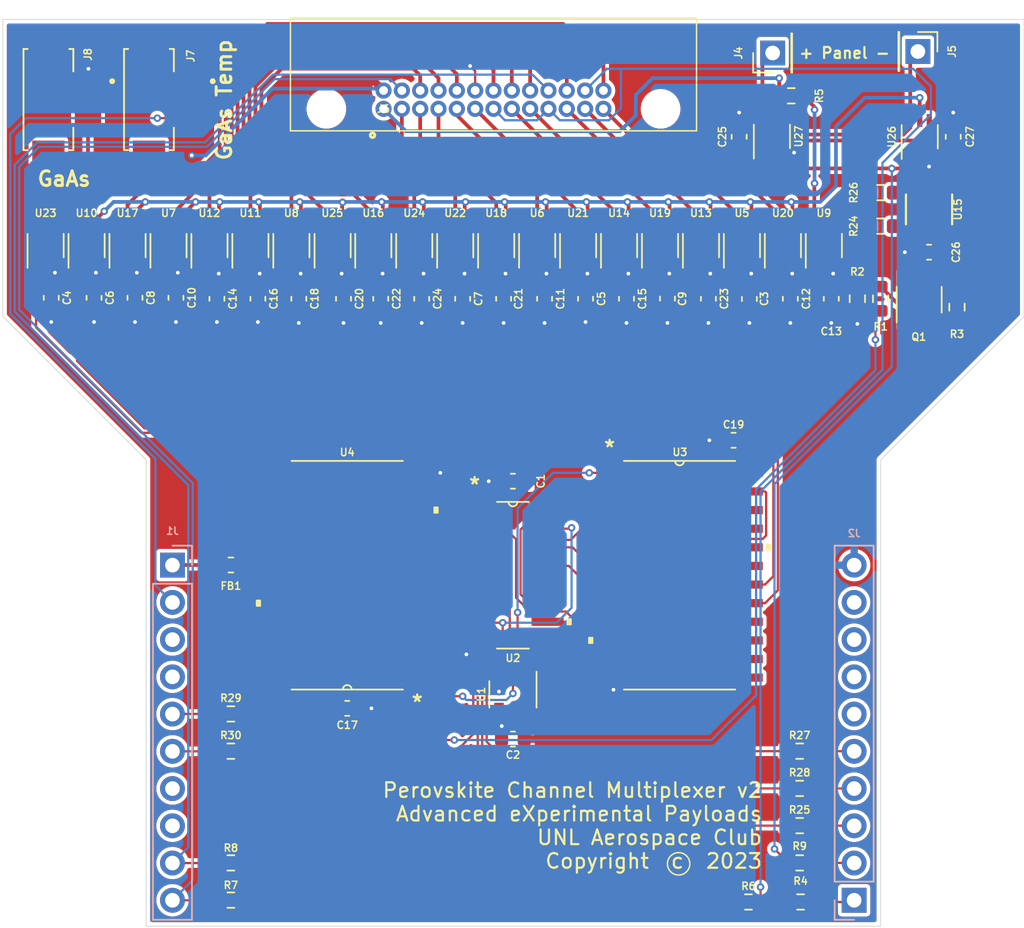
<source format=kicad_pcb>
(kicad_pcb (version 20171130) (host pcbnew "(5.1.10)-1")
  (title_block (title "Perovskite Switcher Layout") (date 2023-02-26) (rev B) (company "Aerospace eXperimental Payloads | UNL Aerospace Club") (comment 1 "Copyright (c) 2022") (comment 2 "Designer: WSA") (comment 3 "Reviewer: WSA") (comment 4 "Approved: WSA"))
  (layers (0 F.Cu signal) (31 B.Cu signal) (34 B.Paste user) (35 F.Paste user) (36 B.SilkS user) (37 F.SilkS user) (38 B.Mask user) (39 F.Mask user) (44 Edge.Cuts user))
  (net 0 "")
  (net 1 "Net-(J1-Pad8)")
  (net 2 "Net-(J1-Pad7)")
  (net 3 "Net-(J1-Pad6)")
  (net 4 "Net-(J1-Pad5)")
  (net 5 "Net-(J1-Pad4)")
  (net 6 "Net-(J1-Pad3)")
  (net 7 "Net-(J1-Pad2)")
  (net 8 "Net-(Q1-Pad3)")
  (net 9 GND)
  (net 10 +3V3)
  (net 11 "Net-(Q1-Pad1)")
  (net 12 "Net-(R5-Pad2)")
  (net 13 "Net-(R24-Pad2)")
  (net 14 "Net-(R26-Pad2)")
  (net 15 "Net-(U1-Pad1)")
  (net 16 "Net-(U2-Pad14)")
  (net 17 "Net-(U2-Pad13)")
  (net 18 "Net-(U2-Pad12)")
  (net 19 "Net-(U2-Pad11)")
  (net 20 "Net-(U2-Pad6)")
  (net 21 "Net-(U2-Pad5)")
  (net 22 "Net-(U2-Pad4)")
  (net 23 "Net-(U2-Pad3)")
  (net 24 "Net-(U11-Pad1)")
  (net 25 "Net-(U10-Pad1)")
  (net 26 "Net-(U12-Pad1)")
  (net 27 "Net-(U14-Pad1)")
  (net 28 "Net-(U13-Pad1)")
  (net 29 "Net-(U15-Pad6)")
  (net 30 "Net-(U15-Pad1)")
  (net 31 "Net-(C26-Pad2)")
  (net 32 "Net-(J2-Pad7)")
  (net 33 "Net-(J2-Pad6)")
  (net 34 RESET_PANEL_SWITCH)
  (net 35 10-19_CLOCK)
  (net 36 0-9_CLOCK)
  (net 37 ENABLE_PANEL_SWITCH)
  (net 38 "Net-(J3-Pad12)")
  (net 39 "Net-(J3-Pad11)")
  (net 40 "Net-(J3-Pad10)")
  (net 41 "Net-(J3-Pad9)")
  (net 42 "Net-(J3-Pad8)")
  (net 43 "Net-(J3-Pad7)")
  (net 44 "Net-(J3-Pad6)")
  (net 45 "Net-(J3-Pad5)")
  (net 46 "Net-(J3-Pad4)")
  (net 47 "Net-(J3-Pad3)")
  (net 48 "Net-(J3-Pad2)")
  (net 49 "Net-(J3-Pad1)")
  (net 50 ENABLE_TEST_SOURCE)
  (net 51 "Net-(FB1-Pad2)")
  (net 52 "Net-(J4-Pad1)")
  (net 53 "Net-(J5-Pad1)")
  (net 54 "Net-(J2-Pad9)")
  (net 55 "Net-(J2-Pad8)")
  (net 56 "Net-(J2-Pad1)")
  (net 57 "Net-(J2-Pad3)")
  (net 58 "Net-(J2-Pad5)")
  (net 59 "Net-(J2-Pad4)")
  (net 60 "Net-(J2-Pad2)")
  (net 61 SDA)
  (net 62 SCL)
  (net 63 "Net-(J6-Pad26)")
  (net 64 ~ALERT)
  (net 65 "Net-(J6-Pad24)")
  (net 66 "Net-(J6-Pad22)")
  (net 67 "Net-(J6-Pad21)")
  (net 68 "Net-(J6-Pad20)")
  (net 69 "Net-(J6-Pad18)")
  (net 70 "Net-(J6-Pad17)")
  (net 71 "Net-(J6-Pad16)")
  (net 72 "Net-(J6-Pad13)")
  (net 73 "Net-(J6-Pad12)")
  (net 74 "Net-(J6-Pad11)")
  (net 75 "Net-(J6-Pad9)")
  (net 76 "Net-(J6-Pad8)")
  (net 77 "Net-(J6-Pad6)")
  (net 78 "Net-(J6-Pad5)")
  (net 79 "Net-(J6-Pad4)")
  (net 80 "Net-(J6-Pad3)")
  (net 81 "Net-(J6-Pad2)")
  (net 82 "Net-(U3-Pad11)")
  (net 83 "Net-(U20-Pad1)")
  (net 84 "Net-(U21-Pad1)")
  (net 85 "Net-(U18-Pad1)")
  (net 86 "Net-(U19-Pad1)")
  (net 87 "Net-(U24-Pad1)")
  (net 88 "Net-(U25-Pad1)")
  (net 89 "Net-(U22-Pad1)")
  (net 90 "Net-(U23-Pad1)")
  (net 91 "Net-(U16-Pad1)")
  (net 92 "Net-(U17-Pad1)")
  (net 93 ~ENABLE_PANEL_SWITCH)
  (net 94 "Net-(J7-Pad1)")
  (net 95 "Net-(J8-Pad3)")
  (net 96 "Net-(J8-Pad2)")
  (net 97 TEST_SOURCE)
  (net 98 "Net-(U4-Pad16)")
  (net 99 "Net-(U4-Pad19)")
  (net 100 "Net-(U3-Pad6)")
  (net 101 "Net-(U3-Pad17)")
  (net 102 "Net-(J6-Pad1)")
  (net 103 REVERSE_BIAS)
  (net 104 "Net-(U10-Pad4)")
  (net 105 "Net-(U9-Pad4)")
  (net 106 "Net-(U23-Pad4)")
  (module LIB_G125-MH12605M4R:G125-MH12605M4R (layer F.Cu) (at 145.034 74.93 180)
    (fp_text reference J6 (at 0 0) (layer F.SilkS) (effects (font (size 0.5 0.5) (thickness 0.1))))
    (fp_text value G125-MH12605M4R hide)
    (pad 1 thru_hole circle (at 0 0 180) (size 1.1 1.1) (drill 0.6) (layers *.Cu *.Mask) (net 102 "Net-(J6-Pad1)"))
    (pad 2 thru_hole circle (at -1.25 0 180) (size 1.1 1.1) (drill 0.6) (layers *.Cu *.Mask) (net 81 "Net-(J6-Pad2)"))
    (pad 3 thru_hole circle (at -2.5 0 180) (size 1.1 1.1) (drill 0.6) (layers *.Cu *.Mask) (net 80 "Net-(J6-Pad3)"))
    (pad 4 thru_hole circle (at -3.75 0 180) (size 1.1 1.1) (drill 0.6) (layers *.Cu *.Mask) (net 79 "Net-(J6-Pad4)"))
    (pad 5 thru_hole circle (at -5 0 180) (size 1.1 1.1) (drill 0.6) (layers *.Cu *.Mask) (net 78 "Net-(J6-Pad5)"))
    (pad 6 thru_hole circle (at -6.25 0 180) (size 1.1 1.1) (drill 0.6) (layers *.Cu *.Mask) (net 77 "Net-(J6-Pad6)"))
    (pad 7 thru_hole circle (at -7.5 0 180) (size 1.1 1.1) (drill 0.6) (layers *.Cu *.Mask) (net 64 ~ALERT))
    (pad 8 thru_hole circle (at -8.75 0 180) (size 1.1 1.1) (drill 0.6) (layers *.Cu *.Mask) (net 76 "Net-(J6-Pad8)"))
    (pad 9 thru_hole circle (at -10 0 180) (size 1.1 1.1) (drill 0.6) (layers *.Cu *.Mask) (net 75 "Net-(J6-Pad9)"))
    (pad 10 thru_hole circle (at -11.25 0 180) (size 1.1 1.1) (drill 0.6) (layers *.Cu *.Mask) (net 64 ~ALERT))
    (pad 11 thru_hole circle (at -12.5 0 180) (size 1.1 1.1) (drill 0.6) (layers *.Cu *.Mask) (net 74 "Net-(J6-Pad11)"))
    (pad 12 thru_hole circle (at -13.75 0 180) (size 1.1 1.1) (drill 0.6) (layers *.Cu *.Mask) (net 73 "Net-(J6-Pad12)"))
    (pad 13 thru_hole circle (at -15 0 180) (size 1.1 1.1) (drill 0.6) (layers *.Cu *.Mask) (net 72 "Net-(J6-Pad13)"))
    (pad 14 thru_hole circle (at 0 1.25 180) (size 1.1 1.1) (drill 0.6) (layers *.Cu *.Mask) (net 10 +3V3))
    (pad 15 thru_hole circle (at -1.25 1.25 180) (size 1.1 1.1) (drill 0.6) (layers *.Cu *.Mask) (net 61 SDA))
    (pad 16 thru_hole circle (at -2.5 1.25 180) (size 1.1 1.1) (drill 0.6) (layers *.Cu *.Mask) (net 71 "Net-(J6-Pad16)"))
    (pad 17 thru_hole circle (at -3.75 1.25 180) (size 1.1 1.1) (drill 0.6) (layers *.Cu *.Mask) (net 70 "Net-(J6-Pad17)"))
    (pad 18 thru_hole circle (at -5 1.25 180) (size 1.1 1.1) (drill 0.6) (layers *.Cu *.Mask) (net 69 "Net-(J6-Pad18)"))
    (pad 19 thru_hole circle (at -6.25 1.25 180) (size 1.1 1.1) (drill 0.6) (layers *.Cu *.Mask) (net 9 GND))
    (pad 20 thru_hole circle (at -7.5 1.25 180) (size 1.1 1.1) (drill 0.6) (layers *.Cu *.Mask) (net 68 "Net-(J6-Pad20)"))
    (pad 21 thru_hole circle (at -8.75 1.25 180) (size 1.1 1.1) (drill 0.6) (layers *.Cu *.Mask) (net 67 "Net-(J6-Pad21)"))
    (pad 22 thru_hole circle (at -10 1.25 180) (size 1.1 1.1) (drill 0.6) (layers *.Cu *.Mask) (net 66 "Net-(J6-Pad22)"))
    (pad 23 thru_hole circle (at -11.25 1.25 180) (size 1.1 1.1) (drill 0.6) (layers *.Cu *.Mask) (net 62 SCL))
    (pad 24 thru_hole circle (at -12.5 1.25 180) (size 1.1 1.1) (drill 0.6) (layers *.Cu *.Mask) (net 65 "Net-(J6-Pad24)"))
    (pad 25 thru_hole circle (at -13.75 1.25 180) (size 1.1 1.1) (drill 0.6) (layers *.Cu *.Mask) (net 64 ~ALERT))
    (pad 26 thru_hole circle (at -15 1.25 180) (size 1.1 1.1) (drill 0.6) (layers *.Cu *.Mask) (net 63 "Net-(J6-Pad26)"))
    (pad 27 np_thru_hole circle (at 3.9 0 180) (size 2.2 0) (drill 2.2) (layers *.Cu *.Mask))
    (pad 28 np_thru_hole circle (at -18.9 0 180) (size 2.2 0) (drill 2.2) (layers *.Cu *.Mask))
  )
  (module "DF13C-3P-1:HRS_DF13C-3P-1.25V(21)" (layer F.Cu) (at 122.174 74.295 270)
    (fp_text reference J8 (at -3.0734 -2.6924 90) (layer F.SilkS) (effects (font (size 0.5 0.5) (thickness 0.1))))
    (fp_text value "DF13C-3P-1.25V(21)")
    (pad 3 smd rect (at 1.25 -2.7 270) (size 0.7 1.8) (layers F.Cu F.Paste F.Mask) (net 95 "Net-(J8-Pad3)"))
    (pad 2 smd rect (at 0 -2.7 270) (size 0.7 1.8) (layers F.Cu F.Paste F.Mask) (net 96 "Net-(J8-Pad2)"))
    (pad 1 smd rect (at -1.25 -2.7 270) (size 0.7 1.8) (layers F.Cu F.Paste F.Mask) (net 9 GND))
    (pad S1 smd rect (at -3.6 0 270) (size 1.6 2.2) (layers F.Cu F.Paste F.Mask))
    (pad S2 smd rect (at 3.6 0 270) (size 1.6 2.2) (layers F.Cu F.Paste F.Mask))
  )
  (module "DF13C-3P-1:HRS_DF13C-3P-1.25V(21)" (layer F.Cu) (at 129.032 74.295 270)
    (fp_text reference J7 (at -2.9718 -2.8448 90) (layer F.SilkS) (effects (font (size 0.5 0.5) (thickness 0.1))))
    (fp_text value "DF13C-3P-1.25V(21)")
    (pad 3 smd rect (at 1.25 -2.7 270) (size 0.7 1.8) (layers F.Cu F.Paste F.Mask) (net 7 "Net-(J1-Pad2)"))
    (pad 2 smd rect (at 0 -2.7 270) (size 0.7 1.8) (layers F.Cu F.Paste F.Mask) (net 10 +3V3))
    (pad 1 smd rect (at -1.25 -2.7 270) (size 0.7 1.8) (layers F.Cu F.Paste F.Mask) (net 94 "Net-(J7-Pad1)"))
    (pad S1 smd rect (at -3.6 0 270) (size 1.6 2.2) (layers F.Cu F.Paste F.Mask))
    (pad S2 smd rect (at 3.6 0 270) (size 1.6 2.2) (layers F.Cu F.Paste F.Mask))
  )
  (module ul_CD4518BM96:CD4518BM96 (layer F.Cu) (at 153.8605 106.7435)
    (fp_text reference U2 (at 0 5.6515) (layer F.SilkS) (effects (font (size 0.5 0.5) (thickness 0.1))))
    (fp_text value CD4518BM96 hide)
    (fp_text user * (at -2.6162 -6.1468) (layer F.SilkS))
    (fp_text user * (at -2.6162 -6.1468) (layer F.SilkS))
    (pad 16 smd rect (at 2.3622 -4.445) (size 2.1844 0.5588) (layers F.Cu F.Paste F.Mask) (net 10 +3V3))
    (pad 15 smd rect (at 2.3622 -3.175) (size 2.1844 0.5588) (layers F.Cu F.Paste F.Mask) (net 34 RESET_PANEL_SWITCH))
    (pad 14 smd rect (at 2.3622 -1.905) (size 2.1844 0.5588) (layers F.Cu F.Paste F.Mask) (net 16 "Net-(U2-Pad14)"))
    (pad 13 smd rect (at 2.3622 -0.635) (size 2.1844 0.5588) (layers F.Cu F.Paste F.Mask) (net 17 "Net-(U2-Pad13)"))
    (pad 12 smd rect (at 2.3622 0.635) (size 2.1844 0.5588) (layers F.Cu F.Paste F.Mask) (net 18 "Net-(U2-Pad12)"))
    (pad 11 smd rect (at 2.3622 1.905) (size 2.1844 0.5588) (layers F.Cu F.Paste F.Mask) (net 19 "Net-(U2-Pad11)"))
    (pad 10 smd rect (at 2.3622 3.175) (size 2.1844 0.5588) (layers F.Cu F.Paste F.Mask) (net 37 ENABLE_PANEL_SWITCH))
    (pad 9 smd rect (at 2.3622 4.445) (size 2.1844 0.5588) (layers F.Cu F.Paste F.Mask) (net 35 10-19_CLOCK))
    (pad 8 smd rect (at -2.3622 4.445) (size 2.1844 0.5588) (layers F.Cu F.Paste F.Mask) (net 9 GND))
    (pad 7 smd rect (at -2.3622 3.175) (size 2.1844 0.5588) (layers F.Cu F.Paste F.Mask) (net 34 RESET_PANEL_SWITCH))
    (pad 6 smd rect (at -2.3622 1.905) (size 2.1844 0.5588) (layers F.Cu F.Paste F.Mask) (net 20 "Net-(U2-Pad6)"))
    (pad 5 smd rect (at -2.3622 0.635) (size 2.1844 0.5588) (layers F.Cu F.Paste F.Mask) (net 21 "Net-(U2-Pad5)"))
    (pad 4 smd rect (at -2.3622 -0.635) (size 2.1844 0.5588) (layers F.Cu F.Paste F.Mask) (net 22 "Net-(U2-Pad4)"))
    (pad 3 smd rect (at -2.3622 -1.905) (size 2.1844 0.5588) (layers F.Cu F.Paste F.Mask) (net 23 "Net-(U2-Pad3)"))
    (pad 2 smd rect (at -2.3622 -3.175) (size 2.1844 0.5588) (layers F.Cu F.Paste F.Mask) (net 93 ~ENABLE_PANEL_SWITCH))
    (pad 1 smd rect (at -2.3622 -4.445) (size 2.1844 0.5588) (layers F.Cu F.Paste F.Mask) (net 36 0-9_CLOCK))
  )
  (module ul_ADG839YKSZ-REEL7:ADG839YKSZ-REEL7 (layer F.Cu) (at 171.5262 76.8096 90)
    (fp_text reference U27 (at 0 1.8288 90) (layer F.SilkS) (effects (font (size 0.5 0.5) (thickness 0.1))))
    (fp_text value ADG839YKSZ-REEL7 hide)
    (pad 6 smd rect (at 1.11125 -0.649999 90) (size 0.8763 0.3556) (layers F.Cu F.Paste F.Mask) (net 52 "Net-(J4-Pad1)"))
    (pad 5 smd rect (at 1.11125 0 90) (size 0.8763 0.3556) (layers F.Cu F.Paste F.Mask) (net 102 "Net-(J6-Pad1)"))
    (pad 4 smd rect (at 1.11125 0.649999 90) (size 0.8763 0.3556) (layers F.Cu F.Paste F.Mask) (net 53 "Net-(J5-Pad1)"))
    (pad 3 smd rect (at -1.11125 0.649999 90) (size 0.8763 0.3556) (layers F.Cu F.Paste F.Mask) (net 9 GND))
    (pad 2 smd rect (at -1.11125 0 90) (size 0.8763 0.3556) (layers F.Cu F.Paste F.Mask) (net 10 +3V3))
    (pad 1 smd rect (at -1.11125 -0.649999 90) (size 0.8763 0.3556) (layers F.Cu F.Paste F.Mask) (net 103 REVERSE_BIAS))
  )
  (module ul_ADG839YKSZ-REEL7:ADG839YKSZ-REEL7 (layer F.Cu) (at 181.61 76.835 90)
    (fp_text reference U26 (at 0 -1.905 90) (layer F.SilkS) (effects (font (size 0.5 0.5) (thickness 0.1))))
    (fp_text value ADG839YKSZ-REEL7 hide)
    (pad 6 smd rect (at 1.11125 -0.649999 90) (size 0.8763 0.3556) (layers F.Cu F.Paste F.Mask) (net 53 "Net-(J5-Pad1)"))
    (pad 5 smd rect (at 1.11125 0 90) (size 0.8763 0.3556) (layers F.Cu F.Paste F.Mask) (net 104 "Net-(U10-Pad4)"))
    (pad 4 smd rect (at 1.11125 0.649999 90) (size 0.8763 0.3556) (layers F.Cu F.Paste F.Mask) (net 52 "Net-(J4-Pad1)"))
    (pad 3 smd rect (at -1.11125 0.649999 90) (size 0.8763 0.3556) (layers F.Cu F.Paste F.Mask) (net 9 GND))
    (pad 2 smd rect (at -1.11125 0 90) (size 0.8763 0.3556) (layers F.Cu F.Paste F.Mask) (net 10 +3V3))
    (pad 1 smd rect (at -1.11125 -0.649999 90) (size 0.8763 0.3556) (layers F.Cu F.Paste F.Mask) (net 103 REVERSE_BIAS))
  )
  (module Resistor_SMD:R_0603_1608Metric (layer F.Cu) (at 173.418 126.365)
    (fp_text reference R9 (at 0 -1.143) (layer F.SilkS) (effects (font (size 0.5 0.5) (thickness 0.1))))
    (fp_text value 100)
    (pad 2 smd roundrect (at 0.825 0) (size 0.8 0.95) (layers F.Cu F.Paste F.Mask) (net 60 "Net-(J2-Pad2)"))
    (pad 1 smd roundrect (at -0.825 0) (size 0.8 0.95) (layers F.Cu F.Paste F.Mask) (net 103 REVERSE_BIAS))
  )
  (module Capacitor_SMD:C_0603_1608Metric (layer F.Cu) (at 183.896 76.835 90)
    (fp_text reference C27 (at 0 1.143 90) (layer F.SilkS) (effects (font (size 0.5 0.5) (thickness 0.1))))
    (fp_text value 0.1u)
    (pad 2 smd roundrect (at 0.775 0 90) (size 0.9 0.95) (layers F.Cu F.Paste F.Mask) (net 9 GND))
    (pad 1 smd roundrect (at -0.775 0 90) (size 0.9 0.95) (layers F.Cu F.Paste F.Mask) (net 10 +3V3))
  )
  (module Capacitor_SMD:C_0603_1608Metric (layer F.Cu) (at 169.291 76.835 90)
    (fp_text reference C25 (at 0 -1.143 90) (layer F.SilkS) (effects (font (size 0.5 0.5) (thickness 0.1))))
    (fp_text value 0.1u)
    (pad 2 smd roundrect (at 0.775 0 90) (size 0.9 0.95) (layers F.Cu F.Paste F.Mask) (net 9 GND))
    (pad 1 smd roundrect (at -0.775 0 90) (size 0.9 0.95) (layers F.Cu F.Paste F.Mask) (net 10 +3V3))
  )
  (module ul_ADG839YKSZ-REEL7:ADG839YKSZ-REEL7 (layer F.Cu) (at 141.5614 84.2584 90)
    (fp_text reference U25 (at 2.2164 -0.0199 180) (layer F.SilkS) (effects (font (size 0.5 0.5) (thickness 0.1))))
    (fp_text value ADG839YKSZ-REEL7 hide)
    (pad 6 smd rect (at 1.11125 -0.649999 90) (size 0.8763 0.3556) (layers F.Cu F.Paste F.Mask) (net 12 "Net-(R5-Pad2)"))
    (pad 5 smd rect (at 1.11125 0 90) (size 0.8763 0.3556) (layers F.Cu F.Paste F.Mask) (net 70 "Net-(J6-Pad17)"))
    (pad 4 smd rect (at 1.11125 0.649999 90) (size 0.8763 0.3556) (layers F.Cu F.Paste F.Mask) (net 104 "Net-(U10-Pad4)"))
    (pad 3 smd rect (at -1.11125 0.649999 90) (size 0.8763 0.3556) (layers F.Cu F.Paste F.Mask) (net 9 GND))
    (pad 2 smd rect (at -1.11125 0 90) (size 0.8763 0.3556) (layers F.Cu F.Paste F.Mask) (net 10 +3V3))
    (pad 1 smd rect (at -1.11125 -0.649999 90) (size 0.8763 0.3556) (layers F.Cu F.Paste F.Mask) (net 88 "Net-(U25-Pad1)"))
  )
  (module ul_ADG839YKSZ-REEL7:ADG839YKSZ-REEL7 (layer F.Cu) (at 147.1295 84.2584 90)
    (fp_text reference U24 (at 2.2164 0 180) (layer F.SilkS) (effects (font (size 0.5 0.5) (thickness 0.1))))
    (fp_text value ADG839YKSZ-REEL7 hide)
    (pad 6 smd rect (at 1.11125 -0.649999 90) (size 0.8763 0.3556) (layers F.Cu F.Paste F.Mask) (net 12 "Net-(R5-Pad2)"))
    (pad 5 smd rect (at 1.11125 0 90) (size 0.8763 0.3556) (layers F.Cu F.Paste F.Mask) (net 81 "Net-(J6-Pad2)"))
    (pad 4 smd rect (at 1.11125 0.649999 90) (size 0.8763 0.3556) (layers F.Cu F.Paste F.Mask) (net 104 "Net-(U10-Pad4)"))
    (pad 3 smd rect (at -1.11125 0.649999 90) (size 0.8763 0.3556) (layers F.Cu F.Paste F.Mask) (net 9 GND))
    (pad 2 smd rect (at -1.11125 0 90) (size 0.8763 0.3556) (layers F.Cu F.Paste F.Mask) (net 10 +3V3))
    (pad 1 smd rect (at -1.11125 -0.649999 90) (size 0.8763 0.3556) (layers F.Cu F.Paste F.Mask) (net 87 "Net-(U24-Pad1)"))
  )
  (module ul_ADG839YKSZ-REEL7:ADG839YKSZ-REEL7 (layer F.Cu) (at 121.9835 84.2584 90)
    (fp_text reference U23 (at 2.2164 0 180) (layer F.SilkS) (effects (font (size 0.5 0.5) (thickness 0.1))))
    (fp_text value ADG839YKSZ-REEL7 hide)
    (pad 6 smd rect (at 1.11125 -0.649999 90) (size 0.8763 0.3556) (layers F.Cu F.Paste F.Mask) (net 12 "Net-(R5-Pad2)"))
    (pad 5 smd rect (at 1.11125 0 90) (size 0.8763 0.3556) (layers F.Cu F.Paste F.Mask) (net 95 "Net-(J8-Pad3)"))
    (pad 4 smd rect (at 1.11125 0.649999 90) (size 0.8763 0.3556) (layers F.Cu F.Paste F.Mask) (net 106 "Net-(U23-Pad4)"))
    (pad 3 smd rect (at -1.11125 0.649999 90) (size 0.8763 0.3556) (layers F.Cu F.Paste F.Mask) (net 9 GND))
    (pad 2 smd rect (at -1.11125 0 90) (size 0.8763 0.3556) (layers F.Cu F.Paste F.Mask) (net 10 +3V3))
    (pad 1 smd rect (at -1.11125 -0.649999 90) (size 0.8763 0.3556) (layers F.Cu F.Paste F.Mask) (net 90 "Net-(U23-Pad1)"))
  )
  (module ul_ADG839YKSZ-REEL7:ADG839YKSZ-REEL7 (layer F.Cu) (at 149.9235 84.2584 90)
    (fp_text reference U22 (at 2.2164 0 180) (layer F.SilkS) (effects (font (size 0.5 0.5) (thickness 0.1))))
    (fp_text value ADG839YKSZ-REEL7 hide)
    (pad 6 smd rect (at 1.11125 -0.649999 90) (size 0.8763 0.3556) (layers F.Cu F.Paste F.Mask) (net 12 "Net-(R5-Pad2)"))
    (pad 5 smd rect (at 1.11125 0 90) (size 0.8763 0.3556) (layers F.Cu F.Paste F.Mask) (net 80 "Net-(J6-Pad3)"))
    (pad 4 smd rect (at 1.11125 0.649999 90) (size 0.8763 0.3556) (layers F.Cu F.Paste F.Mask) (net 104 "Net-(U10-Pad4)"))
    (pad 3 smd rect (at -1.11125 0.649999 90) (size 0.8763 0.3556) (layers F.Cu F.Paste F.Mask) (net 9 GND))
    (pad 2 smd rect (at -1.11125 0 90) (size 0.8763 0.3556) (layers F.Cu F.Paste F.Mask) (net 10 +3V3))
    (pad 1 smd rect (at -1.11125 -0.649999 90) (size 0.8763 0.3556) (layers F.Cu F.Paste F.Mask) (net 89 "Net-(U22-Pad1)"))
  )
  (module ul_ADG839YKSZ-REEL7:ADG839YKSZ-REEL7 (layer F.Cu) (at 158.3055 84.2584 90)
    (fp_text reference U21 (at 2.2164 0 180) (layer F.SilkS) (effects (font (size 0.5 0.5) (thickness 0.1))))
    (fp_text value ADG839YKSZ-REEL7 hide)
    (pad 6 smd rect (at 1.11125 -0.649999 90) (size 0.8763 0.3556) (layers F.Cu F.Paste F.Mask) (net 12 "Net-(R5-Pad2)"))
    (pad 5 smd rect (at 1.11125 0 90) (size 0.8763 0.3556) (layers F.Cu F.Paste F.Mask) (net 77 "Net-(J6-Pad6)"))
    (pad 4 smd rect (at 1.11125 0.649999 90) (size 0.8763 0.3556) (layers F.Cu F.Paste F.Mask) (net 104 "Net-(U10-Pad4)"))
    (pad 3 smd rect (at -1.11125 0.649999 90) (size 0.8763 0.3556) (layers F.Cu F.Paste F.Mask) (net 9 GND))
    (pad 2 smd rect (at -1.11125 0 90) (size 0.8763 0.3556) (layers F.Cu F.Paste F.Mask) (net 10 +3V3))
    (pad 1 smd rect (at -1.11125 -0.649999 90) (size 0.8763 0.3556) (layers F.Cu F.Paste F.Mask) (net 84 "Net-(U21-Pad1)"))
  )
  (module ul_ADG839YKSZ-REEL7:ADG839YKSZ-REEL7 (layer F.Cu) (at 172.2755 84.2584 90)
    (fp_text reference U20 (at 2.2164 0 180) (layer F.SilkS) (effects (font (size 0.5 0.5) (thickness 0.1))))
    (fp_text value ADG839YKSZ-REEL7 hide)
    (pad 6 smd rect (at 1.11125 -0.649999 90) (size 0.8763 0.3556) (layers F.Cu F.Paste F.Mask) (net 12 "Net-(R5-Pad2)"))
    (pad 5 smd rect (at 1.11125 0 90) (size 0.8763 0.3556) (layers F.Cu F.Paste F.Mask) (net 72 "Net-(J6-Pad13)"))
    (pad 4 smd rect (at 1.11125 0.649999 90) (size 0.8763 0.3556) (layers F.Cu F.Paste F.Mask) (net 104 "Net-(U10-Pad4)"))
    (pad 3 smd rect (at -1.11125 0.649999 90) (size 0.8763 0.3556) (layers F.Cu F.Paste F.Mask) (net 9 GND))
    (pad 2 smd rect (at -1.11125 0 90) (size 0.8763 0.3556) (layers F.Cu F.Paste F.Mask) (net 10 +3V3))
    (pad 1 smd rect (at -1.11125 -0.649999 90) (size 0.8763 0.3556) (layers F.Cu F.Paste F.Mask) (net 83 "Net-(U20-Pad1)"))
  )
  (module ul_ADG839YKSZ-REEL7:ADG839YKSZ-REEL7 (layer F.Cu) (at 163.8935 84.2584 90)
    (fp_text reference U19 (at 2.2164 0 180) (layer F.SilkS) (effects (font (size 0.5 0.5) (thickness 0.1))))
    (fp_text value ADG839YKSZ-REEL7 hide)
    (pad 6 smd rect (at 1.11125 -0.649999 90) (size 0.8763 0.3556) (layers F.Cu F.Paste F.Mask) (net 12 "Net-(R5-Pad2)"))
    (pad 5 smd rect (at 1.11125 0 90) (size 0.8763 0.3556) (layers F.Cu F.Paste F.Mask) (net 75 "Net-(J6-Pad9)"))
    (pad 4 smd rect (at 1.11125 0.649999 90) (size 0.8763 0.3556) (layers F.Cu F.Paste F.Mask) (net 104 "Net-(U10-Pad4)"))
    (pad 3 smd rect (at -1.11125 0.649999 90) (size 0.8763 0.3556) (layers F.Cu F.Paste F.Mask) (net 9 GND))
    (pad 2 smd rect (at -1.11125 0 90) (size 0.8763 0.3556) (layers F.Cu F.Paste F.Mask) (net 10 +3V3))
    (pad 1 smd rect (at -1.11125 -0.649999 90) (size 0.8763 0.3556) (layers F.Cu F.Paste F.Mask) (net 86 "Net-(U19-Pad1)"))
  )
  (module ul_ADG839YKSZ-REEL7:ADG839YKSZ-REEL7 (layer F.Cu) (at 152.7175 84.2584 90)
    (fp_text reference U18 (at 2.2164 0 180) (layer F.SilkS) (effects (font (size 0.5 0.5) (thickness 0.1))))
    (fp_text value ADG839YKSZ-REEL7 hide)
    (pad 6 smd rect (at 1.11125 -0.649999 90) (size 0.8763 0.3556) (layers F.Cu F.Paste F.Mask) (net 12 "Net-(R5-Pad2)"))
    (pad 5 smd rect (at 1.11125 0 90) (size 0.8763 0.3556) (layers F.Cu F.Paste F.Mask) (net 79 "Net-(J6-Pad4)"))
    (pad 4 smd rect (at 1.11125 0.649999 90) (size 0.8763 0.3556) (layers F.Cu F.Paste F.Mask) (net 104 "Net-(U10-Pad4)"))
    (pad 3 smd rect (at -1.11125 0.649999 90) (size 0.8763 0.3556) (layers F.Cu F.Paste F.Mask) (net 9 GND))
    (pad 2 smd rect (at -1.11125 0 90) (size 0.8763 0.3556) (layers F.Cu F.Paste F.Mask) (net 10 +3V3))
    (pad 1 smd rect (at -1.11125 -0.649999 90) (size 0.8763 0.3556) (layers F.Cu F.Paste F.Mask) (net 85 "Net-(U18-Pad1)"))
  )
  (module ul_ADG839YKSZ-REEL7:ADG839YKSZ-REEL7 (layer F.Cu) (at 127.5715 84.2584 90)
    (fp_text reference U17 (at 2.2164 0 180) (layer F.SilkS) (effects (font (size 0.5 0.5) (thickness 0.1))))
    (fp_text value ADG839YKSZ-REEL7 hide)
    (pad 6 smd rect (at 1.11125 -0.649999 90) (size 0.8763 0.3556) (layers F.Cu F.Paste F.Mask) (net 12 "Net-(R5-Pad2)"))
    (pad 5 smd rect (at 1.11125 0 90) (size 0.8763 0.3556) (layers F.Cu F.Paste F.Mask) (net 65 "Net-(J6-Pad24)"))
    (pad 4 smd rect (at 1.11125 0.649999 90) (size 0.8763 0.3556) (layers F.Cu F.Paste F.Mask) (net 104 "Net-(U10-Pad4)"))
    (pad 3 smd rect (at -1.11125 0.649999 90) (size 0.8763 0.3556) (layers F.Cu F.Paste F.Mask) (net 9 GND))
    (pad 2 smd rect (at -1.11125 0 90) (size 0.8763 0.3556) (layers F.Cu F.Paste F.Mask) (net 10 +3V3))
    (pad 1 smd rect (at -1.11125 -0.649999 90) (size 0.8763 0.3556) (layers F.Cu F.Paste F.Mask) (net 92 "Net-(U17-Pad1)"))
  )
  (module ul_ADG839YKSZ-REEL7:ADG839YKSZ-REEL7 (layer F.Cu) (at 144.3355 84.2584 90)
    (fp_text reference U16 (at 2.2164 0 180) (layer F.SilkS) (effects (font (size 0.5 0.5) (thickness 0.1))))
    (fp_text value ADG839YKSZ-REEL7 hide)
    (pad 6 smd rect (at 1.11125 -0.649999 90) (size 0.8763 0.3556) (layers F.Cu F.Paste F.Mask) (net 12 "Net-(R5-Pad2)"))
    (pad 5 smd rect (at 1.11125 0 90) (size 0.8763 0.3556) (layers F.Cu F.Paste F.Mask) (net 71 "Net-(J6-Pad16)"))
    (pad 4 smd rect (at 1.11125 0.649999 90) (size 0.8763 0.3556) (layers F.Cu F.Paste F.Mask) (net 104 "Net-(U10-Pad4)"))
    (pad 3 smd rect (at -1.11125 0.649999 90) (size 0.8763 0.3556) (layers F.Cu F.Paste F.Mask) (net 9 GND))
    (pad 2 smd rect (at -1.11125 0 90) (size 0.8763 0.3556) (layers F.Cu F.Paste F.Mask) (net 10 +3V3))
    (pad 1 smd rect (at -1.11125 -0.649999 90) (size 0.8763 0.3556) (layers F.Cu F.Paste F.Mask) (net 91 "Net-(U16-Pad1)"))
  )
  (module ul_ADG839YKSZ-REEL7:ADG839YKSZ-REEL7 (layer F.Cu) (at 161.0995 84.2584 90)
    (fp_text reference U14 (at 2.2164 0 180) (layer F.SilkS) (effects (font (size 0.5 0.5) (thickness 0.1))))
    (fp_text value ADG839YKSZ-REEL7 hide)
    (pad 6 smd rect (at 1.11125 -0.649999 90) (size 0.8763 0.3556) (layers F.Cu F.Paste F.Mask) (net 12 "Net-(R5-Pad2)"))
    (pad 5 smd rect (at 1.11125 0 90) (size 0.8763 0.3556) (layers F.Cu F.Paste F.Mask) (net 76 "Net-(J6-Pad8)"))
    (pad 4 smd rect (at 1.11125 0.649999 90) (size 0.8763 0.3556) (layers F.Cu F.Paste F.Mask) (net 104 "Net-(U10-Pad4)"))
    (pad 3 smd rect (at -1.11125 0.649999 90) (size 0.8763 0.3556) (layers F.Cu F.Paste F.Mask) (net 9 GND))
    (pad 2 smd rect (at -1.11125 0 90) (size 0.8763 0.3556) (layers F.Cu F.Paste F.Mask) (net 10 +3V3))
    (pad 1 smd rect (at -1.11125 -0.649999 90) (size 0.8763 0.3556) (layers F.Cu F.Paste F.Mask) (net 27 "Net-(U14-Pad1)"))
  )
  (module ul_ADG839YKSZ-REEL7:ADG839YKSZ-REEL7 (layer F.Cu) (at 166.6875 84.2584 90)
    (fp_text reference U13 (at 2.2164 0 180) (layer F.SilkS) (effects (font (size 0.5 0.5) (thickness 0.1))))
    (fp_text value ADG839YKSZ-REEL7 hide)
    (pad 6 smd rect (at 1.11125 -0.649999 90) (size 0.8763 0.3556) (layers F.Cu F.Paste F.Mask) (net 12 "Net-(R5-Pad2)"))
    (pad 5 smd rect (at 1.11125 0 90) (size 0.8763 0.3556) (layers F.Cu F.Paste F.Mask) (net 74 "Net-(J6-Pad11)"))
    (pad 4 smd rect (at 1.11125 0.649999 90) (size 0.8763 0.3556) (layers F.Cu F.Paste F.Mask) (net 104 "Net-(U10-Pad4)"))
    (pad 3 smd rect (at -1.11125 0.649999 90) (size 0.8763 0.3556) (layers F.Cu F.Paste F.Mask) (net 9 GND))
    (pad 2 smd rect (at -1.11125 0 90) (size 0.8763 0.3556) (layers F.Cu F.Paste F.Mask) (net 10 +3V3))
    (pad 1 smd rect (at -1.11125 -0.649999 90) (size 0.8763 0.3556) (layers F.Cu F.Paste F.Mask) (net 28 "Net-(U13-Pad1)"))
  )
  (module ul_ADG839YKSZ-REEL7:ADG839YKSZ-REEL7 (layer F.Cu) (at 133.1595 84.2584 90)
    (fp_text reference U12 (at 2.2164 0 180) (layer F.SilkS) (effects (font (size 0.5 0.5) (thickness 0.1))))
    (fp_text value ADG839YKSZ-REEL7 hide)
    (pad 6 smd rect (at 1.11125 -0.649999 90) (size 0.8763 0.3556) (layers F.Cu F.Paste F.Mask) (net 12 "Net-(R5-Pad2)"))
    (pad 5 smd rect (at 1.11125 0 90) (size 0.8763 0.3556) (layers F.Cu F.Paste F.Mask) (net 67 "Net-(J6-Pad21)"))
    (pad 4 smd rect (at 1.11125 0.649999 90) (size 0.8763 0.3556) (layers F.Cu F.Paste F.Mask) (net 104 "Net-(U10-Pad4)"))
    (pad 3 smd rect (at -1.11125 0.649999 90) (size 0.8763 0.3556) (layers F.Cu F.Paste F.Mask) (net 9 GND))
    (pad 2 smd rect (at -1.11125 0 90) (size 0.8763 0.3556) (layers F.Cu F.Paste F.Mask) (net 10 +3V3))
    (pad 1 smd rect (at -1.11125 -0.649999 90) (size 0.8763 0.3556) (layers F.Cu F.Paste F.Mask) (net 26 "Net-(U12-Pad1)"))
  )
  (module ul_ADG839YKSZ-REEL7:ADG839YKSZ-REEL7 (layer F.Cu) (at 135.9535 84.2584 90)
    (fp_text reference U11 (at 2.2164 0 180) (layer F.SilkS) (effects (font (size 0.5 0.5) (thickness 0.1))))
    (fp_text value ADG839YKSZ-REEL7 hide)
    (pad 6 smd rect (at 1.11125 -0.649999 90) (size 0.8763 0.3556) (layers F.Cu F.Paste F.Mask) (net 12 "Net-(R5-Pad2)"))
    (pad 5 smd rect (at 1.11125 0 90) (size 0.8763 0.3556) (layers F.Cu F.Paste F.Mask) (net 68 "Net-(J6-Pad20)"))
    (pad 4 smd rect (at 1.11125 0.649999 90) (size 0.8763 0.3556) (layers F.Cu F.Paste F.Mask) (net 104 "Net-(U10-Pad4)"))
    (pad 3 smd rect (at -1.11125 0.649999 90) (size 0.8763 0.3556) (layers F.Cu F.Paste F.Mask) (net 9 GND))
    (pad 2 smd rect (at -1.11125 0 90) (size 0.8763 0.3556) (layers F.Cu F.Paste F.Mask) (net 10 +3V3))
    (pad 1 smd rect (at -1.11125 -0.649999 90) (size 0.8763 0.3556) (layers F.Cu F.Paste F.Mask) (net 24 "Net-(U11-Pad1)"))
  )
  (module ul_ADG839YKSZ-REEL7:ADG839YKSZ-REEL7 (layer F.Cu) (at 124.7775 84.2584 90)
    (fp_text reference U10 (at 2.2164 0 180) (layer F.SilkS) (effects (font (size 0.5 0.5) (thickness 0.1))))
    (fp_text value ADG839YKSZ-REEL7 hide)
    (pad 6 smd rect (at 1.11125 -0.649999 90) (size 0.8763 0.3556) (layers F.Cu F.Paste F.Mask) (net 12 "Net-(R5-Pad2)"))
    (pad 5 smd rect (at 1.11125 0 90) (size 0.8763 0.3556) (layers F.Cu F.Paste F.Mask) (net 63 "Net-(J6-Pad26)"))
    (pad 4 smd rect (at 1.11125 0.649999 90) (size 0.8763 0.3556) (layers F.Cu F.Paste F.Mask) (net 104 "Net-(U10-Pad4)"))
    (pad 3 smd rect (at -1.11125 0.649999 90) (size 0.8763 0.3556) (layers F.Cu F.Paste F.Mask) (net 9 GND))
    (pad 2 smd rect (at -1.11125 0 90) (size 0.8763 0.3556) (layers F.Cu F.Paste F.Mask) (net 10 +3V3))
    (pad 1 smd rect (at -1.11125 -0.649999 90) (size 0.8763 0.3556) (layers F.Cu F.Paste F.Mask) (net 25 "Net-(U10-Pad1)"))
  )
  (module ul_ADG839YKSZ-REEL7:ADG839YKSZ-REEL7 (layer F.Cu) (at 175.0695 84.2584 90)
    (fp_text reference U9 (at 2.2164 0 180) (layer F.SilkS) (effects (font (size 0.5 0.5) (thickness 0.1))))
    (fp_text value ADG839YKSZ-REEL7 hide)
    (pad 6 smd rect (at 1.11125 -0.649999 90) (size 0.8763 0.3556) (layers F.Cu F.Paste F.Mask) (net 12 "Net-(R5-Pad2)"))
    (pad 5 smd rect (at 1.11125 0 90) (size 0.8763 0.3556) (layers F.Cu F.Paste F.Mask) (net 97 TEST_SOURCE))
    (pad 4 smd rect (at 1.11125 0.649999 90) (size 0.8763 0.3556) (layers F.Cu F.Paste F.Mask) (net 105 "Net-(U9-Pad4)"))
    (pad 3 smd rect (at -1.11125 0.649999 90) (size 0.8763 0.3556) (layers F.Cu F.Paste F.Mask) (net 9 GND))
    (pad 2 smd rect (at -1.11125 0 90) (size 0.8763 0.3556) (layers F.Cu F.Paste F.Mask) (net 10 +3V3))
    (pad 1 smd rect (at -1.11125 -0.649999 90) (size 0.8763 0.3556) (layers F.Cu F.Paste F.Mask) (net 101 "Net-(U3-Pad17)"))
  )
  (module ul_ADG839YKSZ-REEL7:ADG839YKSZ-REEL7 (layer F.Cu) (at 138.7475 84.2584 90)
    (fp_text reference U8 (at 2.2164 0 180) (layer F.SilkS) (effects (font (size 0.5 0.5) (thickness 0.1))))
    (fp_text value ADG839YKSZ-REEL7 hide)
    (pad 6 smd rect (at 1.11125 -0.649999 90) (size 0.8763 0.3556) (layers F.Cu F.Paste F.Mask) (net 12 "Net-(R5-Pad2)"))
    (pad 5 smd rect (at 1.11125 0 90) (size 0.8763 0.3556) (layers F.Cu F.Paste F.Mask) (net 69 "Net-(J6-Pad18)"))
    (pad 4 smd rect (at 1.11125 0.649999 90) (size 0.8763 0.3556) (layers F.Cu F.Paste F.Mask) (net 104 "Net-(U10-Pad4)"))
    (pad 3 smd rect (at -1.11125 0.649999 90) (size 0.8763 0.3556) (layers F.Cu F.Paste F.Mask) (net 9 GND))
    (pad 2 smd rect (at -1.11125 0 90) (size 0.8763 0.3556) (layers F.Cu F.Paste F.Mask) (net 10 +3V3))
    (pad 1 smd rect (at -1.11125 -0.649999 90) (size 0.8763 0.3556) (layers F.Cu F.Paste F.Mask) (net 99 "Net-(U4-Pad19)"))
  )
  (module ul_ADG839YKSZ-REEL7:ADG839YKSZ-REEL7 (layer F.Cu) (at 130.3655 84.2584 90)
    (fp_text reference U7 (at 2.2164 0 180) (layer F.SilkS) (effects (font (size 0.5 0.5) (thickness 0.1))))
    (fp_text value ADG839YKSZ-REEL7 hide)
    (pad 6 smd rect (at 1.11125 -0.649999 90) (size 0.8763 0.3556) (layers F.Cu F.Paste F.Mask) (net 12 "Net-(R5-Pad2)"))
    (pad 5 smd rect (at 1.11125 0 90) (size 0.8763 0.3556) (layers F.Cu F.Paste F.Mask) (net 66 "Net-(J6-Pad22)"))
    (pad 4 smd rect (at 1.11125 0.649999 90) (size 0.8763 0.3556) (layers F.Cu F.Paste F.Mask) (net 104 "Net-(U10-Pad4)"))
    (pad 3 smd rect (at -1.11125 0.649999 90) (size 0.8763 0.3556) (layers F.Cu F.Paste F.Mask) (net 9 GND))
    (pad 2 smd rect (at -1.11125 0 90) (size 0.8763 0.3556) (layers F.Cu F.Paste F.Mask) (net 10 +3V3))
    (pad 1 smd rect (at -1.11125 -0.649999 90) (size 0.8763 0.3556) (layers F.Cu F.Paste F.Mask) (net 98 "Net-(U4-Pad16)"))
  )
  (module ul_ADG839YKSZ-REEL7:ADG839YKSZ-REEL7 (layer F.Cu) (at 155.5115 84.2584 90)
    (fp_text reference U6 (at 2.2164 0 180) (layer F.SilkS) (effects (font (size 0.5 0.5) (thickness 0.1))))
    (fp_text value ADG839YKSZ-REEL7 hide)
    (pad 6 smd rect (at 1.11125 -0.649999 90) (size 0.8763 0.3556) (layers F.Cu F.Paste F.Mask) (net 12 "Net-(R5-Pad2)"))
    (pad 5 smd rect (at 1.11125 0 90) (size 0.8763 0.3556) (layers F.Cu F.Paste F.Mask) (net 78 "Net-(J6-Pad5)"))
    (pad 4 smd rect (at 1.11125 0.649999 90) (size 0.8763 0.3556) (layers F.Cu F.Paste F.Mask) (net 104 "Net-(U10-Pad4)"))
    (pad 3 smd rect (at -1.11125 0.649999 90) (size 0.8763 0.3556) (layers F.Cu F.Paste F.Mask) (net 9 GND))
    (pad 2 smd rect (at -1.11125 0 90) (size 0.8763 0.3556) (layers F.Cu F.Paste F.Mask) (net 10 +3V3))
    (pad 1 smd rect (at -1.11125 -0.649999 90) (size 0.8763 0.3556) (layers F.Cu F.Paste F.Mask) (net 100 "Net-(U3-Pad6)"))
  )
  (module ul_ADG839YKSZ-REEL7:ADG839YKSZ-REEL7 (layer F.Cu) (at 169.4815 84.2584 90)
    (fp_text reference U5 (at 2.2164 0 180) (layer F.SilkS) (effects (font (size 0.5 0.5) (thickness 0.1))))
    (fp_text value ADG839YKSZ-REEL7 hide)
    (pad 6 smd rect (at 1.11125 -0.649999 90) (size 0.8763 0.3556) (layers F.Cu F.Paste F.Mask) (net 12 "Net-(R5-Pad2)"))
    (pad 5 smd rect (at 1.11125 0 90) (size 0.8763 0.3556) (layers F.Cu F.Paste F.Mask) (net 73 "Net-(J6-Pad12)"))
    (pad 4 smd rect (at 1.11125 0.649999 90) (size 0.8763 0.3556) (layers F.Cu F.Paste F.Mask) (net 104 "Net-(U10-Pad4)"))
    (pad 3 smd rect (at -1.11125 0.649999 90) (size 0.8763 0.3556) (layers F.Cu F.Paste F.Mask) (net 9 GND))
    (pad 2 smd rect (at -1.11125 0 90) (size 0.8763 0.3556) (layers F.Cu F.Paste F.Mask) (net 10 +3V3))
    (pad 1 smd rect (at -1.11125 -0.649999 90) (size 0.8763 0.3556) (layers F.Cu F.Paste F.Mask) (net 82 "Net-(U3-Pad11)"))
  )
  (module ul_CD4514BM:CD4514BM (layer F.Cu) (at 142.5575 106.7435 180)
    (fp_text reference U4 (at 0 8.382) (layer F.SilkS) (effects (font (size 0.5 0.5) (thickness 0.1))))
    (fp_text value CD4514BM hide)
    (fp_text user * (at -4.7752 -8.6868) (layer F.SilkS))
    (fp_text user * (at -4.7752 -8.6868) (layer F.SilkS))
    (pad 1 smd rect (at -4.5212 -6.985 180) (size 2.3114 0.5588) (layers F.Cu F.Paste F.Mask) (net 36 0-9_CLOCK))
    (pad 2 smd rect (at -4.5212 -5.715 180) (size 2.3114 0.5588) (layers F.Cu F.Paste F.Mask) (net 23 "Net-(U2-Pad3)"))
    (pad 3 smd rect (at -4.5212 -4.445 180) (size 2.3114 0.5588) (layers F.Cu F.Paste F.Mask) (net 22 "Net-(U2-Pad4)"))
    (pad 4 smd rect (at -4.5212 -3.175 180) (size 2.3114 0.5588) (layers F.Cu F.Paste F.Mask) (net 91 "Net-(U16-Pad1)"))
    (pad 5 smd rect (at -4.5212 -1.905 180) (size 2.3114 0.5588) (layers F.Cu F.Paste F.Mask) (net 87 "Net-(U24-Pad1)"))
    (pad 6 smd rect (at -4.5212 -0.635 180) (size 2.3114 0.5588) (layers F.Cu F.Paste F.Mask) (net 44 "Net-(J3-Pad6)"))
    (pad 7 smd rect (at -4.5212 0.635 180) (size 2.3114 0.5588) (layers F.Cu F.Paste F.Mask) (net 45 "Net-(J3-Pad5)"))
    (pad 8 smd rect (at -4.5212 1.905 180) (size 2.3114 0.5588) (layers F.Cu F.Paste F.Mask) (net 46 "Net-(J3-Pad4)"))
    (pad 9 smd rect (at -4.5212 3.175 180) (size 2.3114 0.5588) (layers F.Cu F.Paste F.Mask) (net 48 "Net-(J3-Pad2)"))
    (pad 10 smd rect (at -4.5212 4.445 180) (size 2.3114 0.5588) (layers F.Cu F.Paste F.Mask) (net 47 "Net-(J3-Pad3)"))
    (pad 11 smd rect (at -4.5212 5.715 180) (size 2.3114 0.5588) (layers F.Cu F.Paste F.Mask) (net 49 "Net-(J3-Pad1)"))
    (pad 12 smd rect (at -4.5212 6.985 180) (size 2.3114 0.5588) (layers F.Cu F.Paste F.Mask) (net 9 GND))
    (pad 13 smd rect (at 4.5212 6.985 180) (size 2.3114 0.5588) (layers F.Cu F.Paste F.Mask) (net 90 "Net-(U23-Pad1)"))
    (pad 14 smd rect (at 4.5212 5.715 180) (size 2.3114 0.5588) (layers F.Cu F.Paste F.Mask) (net 25 "Net-(U10-Pad1)"))
    (pad 15 smd rect (at 4.5212 4.445 180) (size 2.3114 0.5588) (layers F.Cu F.Paste F.Mask) (net 92 "Net-(U17-Pad1)"))
    (pad 16 smd rect (at 4.5212 3.175 180) (size 2.3114 0.5588) (layers F.Cu F.Paste F.Mask) (net 98 "Net-(U4-Pad16)"))
    (pad 17 smd rect (at 4.5212 1.905 180) (size 2.3114 0.5588) (layers F.Cu F.Paste F.Mask) (net 26 "Net-(U12-Pad1)"))
    (pad 18 smd rect (at 4.5212 0.635 180) (size 2.3114 0.5588) (layers F.Cu F.Paste F.Mask) (net 24 "Net-(U11-Pad1)"))
    (pad 19 smd rect (at 4.5212 -0.635 180) (size 2.3114 0.5588) (layers F.Cu F.Paste F.Mask) (net 99 "Net-(U4-Pad19)"))
    (pad 20 smd rect (at 4.5212 -1.905 180) (size 2.3114 0.5588) (layers F.Cu F.Paste F.Mask) (net 88 "Net-(U25-Pad1)"))
    (pad 21 smd rect (at 4.5212 -3.175 180) (size 2.3114 0.5588) (layers F.Cu F.Paste F.Mask) (net 21 "Net-(U2-Pad5)"))
    (pad 22 smd rect (at 4.5212 -4.445 180) (size 2.3114 0.5588) (layers F.Cu F.Paste F.Mask) (net 20 "Net-(U2-Pad6)"))
    (pad 23 smd rect (at 4.5212 -5.715 180) (size 2.3114 0.5588) (layers F.Cu F.Paste F.Mask) (net 37 ENABLE_PANEL_SWITCH))
    (pad 24 smd rect (at 4.5212 -6.985 180) (size 2.3114 0.5588) (layers F.Cu F.Paste F.Mask) (net 10 +3V3))
  )
  (module ul_CD4514BM:CD4514BM (layer F.Cu) (at 165.227 106.7435)
    (fp_text reference U3 (at 0.0254 -8.3947) (layer F.SilkS) (effects (font (size 0.5 0.5) (thickness 0.1))))
    (fp_text value CD4514BM hide)
    (fp_text user * (at -4.7752 -8.6868) (layer F.SilkS))
    (fp_text user * (at -4.7752 -8.6868) (layer F.SilkS))
    (pad 1 smd rect (at -4.5212 -6.985) (size 2.3114 0.5588) (layers F.Cu F.Paste F.Mask) (net 35 10-19_CLOCK))
    (pad 2 smd rect (at -4.5212 -5.715) (size 2.3114 0.5588) (layers F.Cu F.Paste F.Mask) (net 19 "Net-(U2-Pad11)"))
    (pad 3 smd rect (at -4.5212 -4.445) (size 2.3114 0.5588) (layers F.Cu F.Paste F.Mask) (net 18 "Net-(U2-Pad12)"))
    (pad 4 smd rect (at -4.5212 -3.175) (size 2.3114 0.5588) (layers F.Cu F.Paste F.Mask) (net 89 "Net-(U22-Pad1)"))
    (pad 5 smd rect (at -4.5212 -1.905) (size 2.3114 0.5588) (layers F.Cu F.Paste F.Mask) (net 85 "Net-(U18-Pad1)"))
    (pad 6 smd rect (at -4.5212 -0.635) (size 2.3114 0.5588) (layers F.Cu F.Paste F.Mask) (net 100 "Net-(U3-Pad6)"))
    (pad 7 smd rect (at -4.5212 0.635) (size 2.3114 0.5588) (layers F.Cu F.Paste F.Mask) (net 84 "Net-(U21-Pad1)"))
    (pad 8 smd rect (at -4.5212 1.905) (size 2.3114 0.5588) (layers F.Cu F.Paste F.Mask) (net 27 "Net-(U14-Pad1)"))
    (pad 9 smd rect (at -4.5212 3.175) (size 2.3114 0.5588) (layers F.Cu F.Paste F.Mask) (net 86 "Net-(U19-Pad1)"))
    (pad 10 smd rect (at -4.5212 4.445) (size 2.3114 0.5588) (layers F.Cu F.Paste F.Mask) (net 28 "Net-(U13-Pad1)"))
    (pad 11 smd rect (at -4.5212 5.715) (size 2.3114 0.5588) (layers F.Cu F.Paste F.Mask) (net 82 "Net-(U3-Pad11)"))
    (pad 12 smd rect (at -4.5212 6.985) (size 2.3114 0.5588) (layers F.Cu F.Paste F.Mask) (net 9 GND))
    (pad 13 smd rect (at 4.5212 6.985) (size 2.3114 0.5588) (layers F.Cu F.Paste F.Mask) (net 40 "Net-(J3-Pad10)"))
    (pad 14 smd rect (at 4.5212 5.715) (size 2.3114 0.5588) (layers F.Cu F.Paste F.Mask) (net 41 "Net-(J3-Pad9)"))
    (pad 15 smd rect (at 4.5212 4.445) (size 2.3114 0.5588) (layers F.Cu F.Paste F.Mask) (net 38 "Net-(J3-Pad12)"))
    (pad 16 smd rect (at 4.5212 3.175) (size 2.3114 0.5588) (layers F.Cu F.Paste F.Mask) (net 39 "Net-(J3-Pad11)"))
    (pad 17 smd rect (at 4.5212 1.905) (size 2.3114 0.5588) (layers F.Cu F.Paste F.Mask) (net 101 "Net-(U3-Pad17)"))
    (pad 18 smd rect (at 4.5212 0.635) (size 2.3114 0.5588) (layers F.Cu F.Paste F.Mask) (net 83 "Net-(U20-Pad1)"))
    (pad 19 smd rect (at 4.5212 -0.635) (size 2.3114 0.5588) (layers F.Cu F.Paste F.Mask) (net 42 "Net-(J3-Pad8)"))
    (pad 20 smd rect (at 4.5212 -1.905) (size 2.3114 0.5588) (layers F.Cu F.Paste F.Mask) (net 43 "Net-(J3-Pad7)"))
    (pad 21 smd rect (at 4.5212 -3.175) (size 2.3114 0.5588) (layers F.Cu F.Paste F.Mask) (net 17 "Net-(U2-Pad13)"))
    (pad 22 smd rect (at 4.5212 -4.445) (size 2.3114 0.5588) (layers F.Cu F.Paste F.Mask) (net 16 "Net-(U2-Pad14)"))
    (pad 23 smd rect (at 4.5212 -5.715) (size 2.3114 0.5588) (layers F.Cu F.Paste F.Mask) (net 93 ~ENABLE_PANEL_SWITCH))
    (pad 24 smd rect (at 4.5212 -6.985) (size 2.3114 0.5588) (layers F.Cu F.Paste F.Mask) (net 10 +3V3))
  )
  (module Resistor_SMD:R_0603_1608Metric (layer F.Cu) (at 134.62 126.365)
    (fp_text reference R8 (at 0 -1.016) (layer F.SilkS) (effects (font (size 0.5 0.5) (thickness 0.1))))
    (fp_text value 100)
    (pad 2 smd roundrect (at 0.825 0) (size 0.8 0.95) (layers F.Cu F.Paste F.Mask) (net 10 +3V3))
    (pad 1 smd roundrect (at -0.825 0) (size 0.8 0.95) (layers F.Cu F.Paste F.Mask) (net 62 SCL))
  )
  (module Resistor_SMD:R_0603_1608Metric (layer F.Cu) (at 134.62 128.905)
    (fp_text reference R7 (at 0 -1.016) (layer F.SilkS) (effects (font (size 0.5 0.5) (thickness 0.1))))
    (fp_text value 100)
    (pad 2 smd roundrect (at 0.825 0) (size 0.8 0.95) (layers F.Cu F.Paste F.Mask) (net 10 +3V3))
    (pad 1 smd roundrect (at -0.825 0) (size 0.8 0.95) (layers F.Cu F.Paste F.Mask) (net 61 SDA))
  )
  (module Resistor_SMD:R_0603_1608Metric (layer F.Cu) (at 169.926 129.032 180)
    (fp_text reference R6 (at 0 1.0795) (layer F.SilkS) (effects (font (size 0.5 0.5) (thickness 0.1))))
    (fp_text value 100)
    (pad 2 smd roundrect (at 0.825 0 180) (size 0.8 0.95) (layers F.Cu F.Paste F.Mask) (net 10 +3V3))
    (pad 1 smd roundrect (at -0.825 0 180) (size 0.8 0.95) (layers F.Cu F.Paste F.Mask) (net 64 ~ALERT))
  )
  (module Resistor_SMD:R_0603_1608Metric (layer F.Cu) (at 172.847 74.041)
    (fp_text reference R5 (at 1.905 0 90) (layer F.SilkS) (effects (font (size 0.5 0.5) (thickness 0.1))))
    (fp_text value 100)
    (pad 2 smd roundrect (at 0.825 0) (size 0.8 0.95) (layers F.Cu F.Paste F.Mask) (net 12 "Net-(R5-Pad2)"))
    (pad 1 smd roundrect (at -0.825 0) (size 0.8 0.95) (layers F.Cu F.Paste F.Mask) (net 102 "Net-(J6-Pad1)"))
  )
  (module Resistor_SMD:R_0603_1608Metric (layer F.Cu) (at 173.482 129.032)
    (fp_text reference R4 (at 0 -1.43) (layer F.SilkS) (effects (font (size 0.5 0.5) (thickness 0.1))))
    (fp_text value 100)
    (pad 2 smd roundrect (at 0.825 0) (size 0.8 0.95) (layers F.Cu F.Paste F.Mask) (net 56 "Net-(J2-Pad1)"))
    (pad 1 smd roundrect (at -0.825 0) (size 0.8 0.95) (layers F.Cu F.Paste F.Mask) (net 64 ~ALERT))
  )
  (module Connector_PinHeader_2.54mm:PinHeader_1x01_P2.54mm_Vertical (layer F.Cu) (at 181.483 71.0184 270)
    (fp_text reference J5 (at 0 -2.33 90) (layer F.SilkS) (effects (font (size 0.5 0.5) (thickness 0.1))))
    (fp_text value "Negative Output to Curve Tracer")
    (pad 1 thru_hole rect (at 0 0 270) (size 1.7 1.7) (drill 1) (layers *.Cu *.Mask) (net 53 "Net-(J5-Pad1)"))
  )
  (module Capacitor_SMD:C_0603_1608Metric (layer F.Cu) (at 167.1955 87.884 270)
    (fp_text reference C23 (at 0 -1.0795 270) (layer F.SilkS) (effects (font (size 0.5 0.5) (thickness 0.1))))
    (fp_text value 0.1u)
    (pad 2 smd roundrect (at 0.775 0 270) (size 0.9 0.95) (layers F.Cu F.Paste F.Mask) (net 9 GND))
    (pad 1 smd roundrect (at -0.775 0 270) (size 0.9 0.95) (layers F.Cu F.Paste F.Mask) (net 10 +3V3))
  )
  (module Capacitor_SMD:C_0603_1608Metric (layer F.Cu) (at 153.2255 87.884 270)
    (fp_text reference C21 (at 0 -1.016 270) (layer F.SilkS) (effects (font (size 0.5 0.5) (thickness 0.1))))
    (fp_text value 0.1u)
    (pad 2 smd roundrect (at 0.775 0 270) (size 0.9 0.95) (layers F.Cu F.Paste F.Mask) (net 9 GND))
    (pad 1 smd roundrect (at -0.775 0 270) (size 0.9 0.95) (layers F.Cu F.Paste F.Mask) (net 10 +3V3))
  )
  (module Capacitor_SMD:C_0603_1608Metric (layer F.Cu) (at 168.91 97.536 180)
    (fp_text reference C19 (at 0 1.0668) (layer F.SilkS) (effects (font (size 0.5 0.5) (thickness 0.1))))
    (fp_text value 0.1u)
    (pad 2 smd roundrect (at 0.775 0 180) (size 0.9 0.95) (layers F.Cu F.Paste F.Mask) (net 9 GND))
    (pad 1 smd roundrect (at -0.775 0 180) (size 0.9 0.95) (layers F.Cu F.Paste F.Mask) (net 10 +3V3))
  )
  (module Capacitor_SMD:C_0603_1608Metric (layer F.Cu) (at 142.5575 115.824)
    (fp_text reference C17 (at 0 1.143) (layer F.SilkS) (effects (font (size 0.5 0.5) (thickness 0.1))))
    (fp_text value 0.1u)
    (pad 2 smd roundrect (at 0.775 0) (size 0.9 0.95) (layers F.Cu F.Paste F.Mask) (net 9 GND))
    (pad 1 smd roundrect (at -0.775 0) (size 0.9 0.95) (layers F.Cu F.Paste F.Mask) (net 10 +3V3))
  )
  (module Capacitor_SMD:C_0603_1608Metric (layer F.Cu) (at 161.6075 87.884 270)
    (fp_text reference C15 (at 0 -1.0795 270) (layer F.SilkS) (effects (font (size 0.5 0.5) (thickness 0.1))))
    (fp_text value 0.1u)
    (pad 2 smd roundrect (at 0.775 0 270) (size 0.9 0.95) (layers F.Cu F.Paste F.Mask) (net 9 GND))
    (pad 1 smd roundrect (at -0.775 0 270) (size 0.9 0.95) (layers F.Cu F.Paste F.Mask) (net 10 +3V3))
  )
  (module Capacitor_SMD:C_0603_1608Metric (layer F.Cu) (at 175.5775 87.884 270)
    (fp_text reference C13 (at 2.2225 0 180) (layer F.SilkS) (effects (font (size 0.5 0.5) (thickness 0.1))))
    (fp_text value 0.1u)
    (pad 2 smd roundrect (at 0.775 0 270) (size 0.9 0.95) (layers F.Cu F.Paste F.Mask) (net 9 GND))
    (pad 1 smd roundrect (at -0.775 0 270) (size 0.9 0.95) (layers F.Cu F.Paste F.Mask) (net 10 +3V3))
  )
  (module Capacitor_SMD:C_0603_1608Metric (layer F.Cu) (at 172.7835 87.884 270)
    (fp_text reference C12 (at 0 -1.0795 270) (layer F.SilkS) (effects (font (size 0.5 0.5) (thickness 0.1))))
    (fp_text value 0.1u)
    (pad 2 smd roundrect (at 0.775 0 270) (size 0.9 0.95) (layers F.Cu F.Paste F.Mask) (net 9 GND))
    (pad 1 smd roundrect (at -0.775 0 270) (size 0.9 0.95) (layers F.Cu F.Paste F.Mask) (net 10 +3V3))
  )
  (module Capacitor_SMD:C_0603_1608Metric (layer F.Cu) (at 156.0195 87.884 270)
    (fp_text reference C11 (at 0 -1.0795 270) (layer F.SilkS) (effects (font (size 0.5 0.5) (thickness 0.1))))
    (fp_text value 0.1u)
    (pad 2 smd roundrect (at 0.775 0 270) (size 0.9 0.95) (layers F.Cu F.Paste F.Mask) (net 9 GND))
    (pad 1 smd roundrect (at -0.775 0 270) (size 0.9 0.95) (layers F.Cu F.Paste F.Mask) (net 10 +3V3))
  )
  (module Capacitor_SMD:C_0603_1608Metric (layer F.Cu) (at 164.4015 87.871 270)
    (fp_text reference C9 (at 0.013 -1.016 270) (layer F.SilkS) (effects (font (size 0.5 0.5) (thickness 0.1))))
    (fp_text value 0.1u)
    (pad 2 smd roundrect (at 0.775 0 270) (size 0.9 0.95) (layers F.Cu F.Paste F.Mask) (net 9 GND))
    (pad 1 smd roundrect (at -0.775 0 270) (size 0.9 0.95) (layers F.Cu F.Paste F.Mask) (net 10 +3V3))
  )
  (module Capacitor_SMD:C_0603_1608Metric (layer F.Cu) (at 150.4315 87.884 270)
    (fp_text reference C7 (at 0 -1.0795 270) (layer F.SilkS) (effects (font (size 0.5 0.5) (thickness 0.1))))
    (fp_text value 0.1u)
    (pad 2 smd roundrect (at 0.775 0 270) (size 0.9 0.95) (layers F.Cu F.Paste F.Mask) (net 9 GND))
    (pad 1 smd roundrect (at -0.775 0 270) (size 0.9 0.95) (layers F.Cu F.Paste F.Mask) (net 10 +3V3))
  )
  (module Capacitor_SMD:C_0603_1608Metric (layer F.Cu) (at 158.8135 87.884 270)
    (fp_text reference C5 (at 0 -1.0795 270) (layer F.SilkS) (effects (font (size 0.5 0.5) (thickness 0.1))))
    (fp_text value 0.1u)
    (pad 2 smd roundrect (at 0.775 0 270) (size 0.9 0.95) (layers F.Cu F.Paste F.Mask) (net 9 GND))
    (pad 1 smd roundrect (at -0.775 0 270) (size 0.9 0.95) (layers F.Cu F.Paste F.Mask) (net 10 +3V3))
  )
  (module Capacitor_SMD:C_0603_1608Metric (layer F.Cu) (at 169.9895 87.897 270)
    (fp_text reference C3 (at -0.013 -1.016 270) (layer F.SilkS) (effects (font (size 0.5 0.5) (thickness 0.1))))
    (fp_text value 0.1u)
    (pad 2 smd roundrect (at 0.775 0 270) (size 0.9 0.95) (layers F.Cu F.Paste F.Mask) (net 9 GND))
    (pad 1 smd roundrect (at -0.775 0 270) (size 0.9 0.95) (layers F.Cu F.Paste F.Mask) (net 10 +3V3))
  )
  (module Connector_PinHeader_2.54mm:PinHeader_1x10_P2.54mm_Vertical (layer B.Cu) (at 177.136 128.9155)
    (fp_text reference J2 (at 0 -25.0295) (layer B.SilkS) (effects (font (size 0.5 0.5) (thickness 0.1)) (justify mirror)))
    (fp_text value Conn_01x10_Female)
    (pad 10 thru_hole oval (at 0 -22.86) (size 1.7 1.7) (drill 1) (layers *.Cu *.Mask) (net 9 GND))
    (pad 9 thru_hole oval (at 0 -20.32) (size 1.7 1.7) (drill 1) (layers *.Cu *.Mask) (net 54 "Net-(J2-Pad9)"))
    (pad 8 thru_hole oval (at 0 -17.78) (size 1.7 1.7) (drill 1) (layers *.Cu *.Mask) (net 55 "Net-(J2-Pad8)"))
    (pad 7 thru_hole oval (at 0 -15.24) (size 1.7 1.7) (drill 1) (layers *.Cu *.Mask) (net 32 "Net-(J2-Pad7)"))
    (pad 6 thru_hole oval (at 0 -12.7) (size 1.7 1.7) (drill 1) (layers *.Cu *.Mask) (net 33 "Net-(J2-Pad6)"))
    (pad 5 thru_hole oval (at 0 -10.16) (size 1.7 1.7) (drill 1) (layers *.Cu *.Mask) (net 58 "Net-(J2-Pad5)"))
    (pad 4 thru_hole oval (at 0 -7.62) (size 1.7 1.7) (drill 1) (layers *.Cu *.Mask) (net 59 "Net-(J2-Pad4)"))
    (pad 3 thru_hole oval (at 0 -5.08) (size 1.7 1.7) (drill 1) (layers *.Cu *.Mask) (net 57 "Net-(J2-Pad3)"))
    (pad 2 thru_hole oval (at 0 -2.54) (size 1.7 1.7) (drill 1) (layers *.Cu *.Mask) (net 60 "Net-(J2-Pad2)"))
    (pad 1 thru_hole rect (at 0 0) (size 1.7 1.7) (drill 1) (layers *.Cu *.Mask) (net 56 "Net-(J2-Pad1)"))
  )
  (module Resistor_SMD:R_0603_1608Metric (layer F.Cu) (at 134.62 118.745)
    (fp_text reference R30 (at 0 -1.0795) (layer F.SilkS) (effects (font (size 0.5 0.5) (thickness 0.1))))
    (fp_text value 100)
    (pad 2 smd roundrect (at 0.825 0) (size 0.8 0.95) (layers F.Cu F.Paste F.Mask) (net 34 RESET_PANEL_SWITCH))
    (pad 1 smd roundrect (at -0.825 0) (size 0.8 0.95) (layers F.Cu F.Paste F.Mask) (net 3 "Net-(J1-Pad6)"))
  )
  (module Resistor_SMD:R_0603_1608Metric (layer F.Cu) (at 134.62 116.205 180)
    (fp_text reference R29 (at 0 1.0795) (layer F.SilkS) (effects (font (size 0.5 0.5) (thickness 0.1))))
    (fp_text value 100)
    (pad 2 smd roundrect (at 0.825 0 180) (size 0.8 0.95) (layers F.Cu F.Paste F.Mask) (net 4 "Net-(J1-Pad5)"))
    (pad 1 smd roundrect (at -0.825 0 180) (size 0.8 0.95) (layers F.Cu F.Paste F.Mask) (net 50 ENABLE_TEST_SOURCE))
  )
  (module Resistor_SMD:R_0603_1608Metric (layer F.Cu) (at 173.4185 121.285)
    (fp_text reference R28 (at 0 -1.0795) (layer F.SilkS) (effects (font (size 0.5 0.5) (thickness 0.1))))
    (fp_text value 100)
    (pad 2 smd roundrect (at 0.825 0) (size 0.8 0.95) (layers F.Cu F.Paste F.Mask) (net 59 "Net-(J2-Pad4)"))
    (pad 1 smd roundrect (at -0.825 0) (size 0.8 0.95) (layers F.Cu F.Paste F.Mask) (net 35 10-19_CLOCK))
  )
  (module Resistor_SMD:R_0603_1608Metric (layer F.Cu) (at 173.4185 118.745)
    (fp_text reference R27 (at 0 -1.0795) (layer F.SilkS) (effects (font (size 0.5 0.5) (thickness 0.1))))
    (fp_text value 100)
    (pad 2 smd roundrect (at 0.825 0) (size 0.8 0.95) (layers F.Cu F.Paste F.Mask) (net 58 "Net-(J2-Pad5)"))
    (pad 1 smd roundrect (at -0.825 0) (size 0.8 0.95) (layers F.Cu F.Paste F.Mask) (net 37 ENABLE_PANEL_SWITCH))
  )
  (module Resistor_SMD:R_0603_1608Metric (layer F.Cu) (at 173.4185 123.825)
    (fp_text reference R25 (at 0 -1.0795) (layer F.SilkS) (effects (font (size 0.5 0.5) (thickness 0.1))))
    (fp_text value 100)
    (pad 2 smd roundrect (at 0.825 0) (size 0.8 0.95) (layers F.Cu F.Paste F.Mask) (net 57 "Net-(J2-Pad3)"))
    (pad 1 smd roundrect (at -0.825 0) (size 0.8 0.95) (layers F.Cu F.Paste F.Mask) (net 36 0-9_CLOCK))
  )
  (module Package_TO_SOT_SMD:SOT-23-5 (layer F.Cu) (at 153.8605 114.8715 270)
    (fp_text reference U1 (at 0 2.159 90) (layer F.SilkS) (effects (font (size 0.5 0.5) (thickness 0.1))))
    (fp_text value SN74LVC1G14DRL)
    (pad 5 smd rect (at 1.1 -0.95 270) (size 1.06 0.65) (layers F.Cu F.Paste F.Mask) (net 10 +3V3))
    (pad 4 smd rect (at 1.1 0.95 270) (size 1.06 0.65) (layers F.Cu F.Paste F.Mask) (net 93 ~ENABLE_PANEL_SWITCH))
    (pad 3 smd rect (at -1.1 0.95 270) (size 1.06 0.65) (layers F.Cu F.Paste F.Mask) (net 9 GND))
    (pad 2 smd rect (at -1.1 0 270) (size 1.06 0.65) (layers F.Cu F.Paste F.Mask) (net 37 ENABLE_PANEL_SWITCH))
    (pad 1 smd rect (at -1.1 -0.95 270) (size 1.06 0.65) (layers F.Cu F.Paste F.Mask) (net 15 "Net-(U1-Pad1)"))
  )
  (module Connector_PinHeader_2.54mm:PinHeader_1x01_P2.54mm_Vertical (layer F.Cu) (at 171.577 71.12 90)
    (fp_text reference J4 (at 0 -2.33 90) (layer F.SilkS) (effects (font (size 0.5 0.5) (thickness 0.1))))
    (fp_text value "Positive Output to Curve Tracer")
    (pad 1 thru_hole rect (at 0 0 90) (size 1.7 1.7) (drill 1) (layers *.Cu *.Mask) (net 52 "Net-(J4-Pad1)"))
  )
  (module Inductor_SMD:L_0603_1608Metric (layer F.Cu) (at 134.62 106.045 180)
    (fp_text reference FB1 (at 0 -1.43) (layer F.SilkS) (effects (font (size 0.5 0.5) (thickness 0.1))))
    (fp_text value Ferrite_Bead)
    (pad 2 smd roundrect (at 0.7875 0 180) (size 0.875 0.95) (layers F.Cu F.Paste F.Mask) (net 51 "Net-(FB1-Pad2)"))
    (pad 1 smd roundrect (at -0.7875 0 180) (size 0.875 0.95) (layers F.Cu F.Paste F.Mask) (net 10 +3V3))
  )
  (module LT3092ETS8TRPBF:TSOT-23_TS8 (layer F.Cu) (at 182.245 81.788 270)
    (fp_text reference U15 (at 0 -1.9685 270) (layer F.SilkS) (effects (font (size 0.5 0.5) (thickness 0.1))))
    (fp_text value LT3092ETS8TRPBF)
    (pad 8 smd rect (at 1.143 -0.975 270) (size 1.2192 0.4064) (layers F.Cu F.Paste F.Mask) (net 31 "Net-(C26-Pad2)"))
    (pad 7 smd rect (at 1.143 -0.325 270) (size 1.2192 0.4064) (layers F.Cu F.Paste F.Mask) (net 31 "Net-(C26-Pad2)"))
    (pad 6 smd rect (at 1.143 0.325 270) (size 1.2192 0.4064) (layers F.Cu F.Paste F.Mask) (net 29 "Net-(U15-Pad6)"))
    (pad 5 smd rect (at 1.143 0.975 270) (size 1.2192 0.4064) (layers F.Cu F.Paste F.Mask) (net 13 "Net-(R24-Pad2)"))
    (pad 4 smd rect (at -1.143 0.975 270) (size 1.2192 0.4064) (layers F.Cu F.Paste F.Mask) (net 14 "Net-(R26-Pad2)"))
    (pad 3 smd rect (at -1.143 0.325 270) (size 1.2192 0.4064) (layers F.Cu F.Paste F.Mask) (net 14 "Net-(R26-Pad2)"))
    (pad 2 smd rect (at -1.143 -0.325 270) (size 1.2192 0.4064) (layers F.Cu F.Paste F.Mask) (net 14 "Net-(R26-Pad2)"))
    (pad 1 smd rect (at -1.143 -0.975 270) (size 1.2192 0.4064) (layers F.Cu F.Paste F.Mask) (net 30 "Net-(U15-Pad1)"))
  )
  (module Resistor_SMD:R_0603_1608Metric (layer F.Cu) (at 178.943 80.645)
    (fp_text reference R26 (at -1.8415 0 -90) (layer F.SilkS) (effects (font (size 0.5 0.5) (thickness 0.1))))
    (fp_text value 1)
    (pad 2 smd roundrect (at 0.825 0) (size 0.8 0.95) (layers F.Cu F.Paste F.Mask) (net 14 "Net-(R26-Pad2)"))
    (pad 1 smd roundrect (at -0.825 0) (size 0.8 0.95) (layers F.Cu F.Paste F.Mask) (net 97 TEST_SOURCE))
  )
  (module Resistor_SMD:R_0603_1608Metric (layer F.Cu) (at 178.943 82.931)
    (fp_text reference R24 (at -1.8415 0 -90) (layer F.SilkS) (effects (font (size 0.5 0.5) (thickness 0.1))))
    (fp_text value 20k)
    (pad 2 smd roundrect (at 0.825 0) (size 0.8 0.95) (layers F.Cu F.Paste F.Mask) (net 13 "Net-(R24-Pad2)"))
    (pad 1 smd roundrect (at -0.825 0) (size 0.8 0.95) (layers F.Cu F.Paste F.Mask) (net 97 TEST_SOURCE))
  )
  (module Resistor_SMD:R_0603_1608Metric (layer F.Cu) (at 184.15 88.4555 270)
    (fp_text reference R3 (at 1.8415 0 180) (layer F.SilkS) (effects (font (size 0.5 0.5) (thickness 0.1))))
    (fp_text value 10k)
    (pad 2 smd roundrect (at 0.825 0 270) (size 0.8 0.95) (layers F.Cu F.Paste F.Mask) (net 8 "Net-(Q1-Pad3)"))
    (pad 1 smd roundrect (at -0.825 0 270) (size 0.8 0.95) (layers F.Cu F.Paste F.Mask) (net 10 +3V3))
  )
  (module Resistor_SMD:R_0603_1608Metric (layer F.Cu) (at 177.3555 87.884 270)
    (fp_text reference R2 (at -1.8415 0) (layer F.SilkS) (effects (font (size 0.5 0.5) (thickness 0.1))))
    (fp_text value 10k)
    (pad 2 smd roundrect (at 0.825 0 270) (size 0.8 0.95) (layers F.Cu F.Paste F.Mask) (net 9 GND))
    (pad 1 smd roundrect (at -0.825 0 270) (size 0.8 0.95) (layers F.Cu F.Paste F.Mask) (net 11 "Net-(Q1-Pad1)"))
  )
  (module Resistor_SMD:R_0603_1608Metric (layer F.Cu) (at 178.943 87.884 270)
    (fp_text reference R1 (at 1.905 0) (layer F.SilkS) (effects (font (size 0.5 0.5) (thickness 0.1))))
    (fp_text value 1k)
    (pad 2 smd roundrect (at 0.825 0 270) (size 0.8 0.95) (layers F.Cu F.Paste F.Mask) (net 50 ENABLE_TEST_SOURCE))
    (pad 1 smd roundrect (at -0.825 0 270) (size 0.8 0.95) (layers F.Cu F.Paste F.Mask) (net 11 "Net-(Q1-Pad1)"))
  )
  (module Package_TO_SOT_SMD:TSOT-23-6 (layer F.Cu) (at 181.5465 87.9475 90)
    (fp_text reference Q1 (at -2.54 0 180) (layer F.SilkS) (effects (font (size 0.5 0.5) (thickness 0.1))))
    (fp_text value DMC2053UVT)
    (pad 6 smd rect (at 1.31 -0.95 90) (size 1.22 0.65) (layers F.Cu F.Paste F.Mask) (net 8 "Net-(Q1-Pad3)"))
    (pad 5 smd rect (at 1.31 0 90) (size 1.22 0.65) (layers F.Cu F.Paste F.Mask) (net 9 GND))
    (pad 4 smd rect (at 1.31 0.95 90) (size 1.22 0.65) (layers F.Cu F.Paste F.Mask) (net 31 "Net-(C26-Pad2)"))
    (pad 3 smd rect (at -1.31 0.95 90) (size 1.22 0.65) (layers F.Cu F.Paste F.Mask) (net 8 "Net-(Q1-Pad3)"))
    (pad 2 smd rect (at -1.31 0 90) (size 1.22 0.65) (layers F.Cu F.Paste F.Mask) (net 10 +3V3))
    (pad 1 smd rect (at -1.31 -0.95 90) (size 1.22 0.65) (layers F.Cu F.Paste F.Mask) (net 11 "Net-(Q1-Pad1)"))
  )
  (module Connector_PinHeader_2.54mm:PinHeader_1x10_P2.54mm_Vertical (layer B.Cu) (at 130.636 106.0555 180)
    (fp_text reference J1 (at 0 2.33) (layer B.SilkS) (effects (font (size 0.5 0.5) (thickness 0.1)) (justify mirror)))
    (fp_text value Conn_01x10_Female)
    (pad 10 thru_hole oval (at 0 -22.86 180) (size 1.7 1.7) (drill 1) (layers *.Cu *.Mask) (net 61 SDA))
    (pad 9 thru_hole oval (at 0 -20.32 180) (size 1.7 1.7) (drill 1) (layers *.Cu *.Mask) (net 62 SCL))
    (pad 8 thru_hole oval (at 0 -17.78 180) (size 1.7 1.7) (drill 1) (layers *.Cu *.Mask) (net 1 "Net-(J1-Pad8)"))
    (pad 7 thru_hole oval (at 0 -15.24 180) (size 1.7 1.7) (drill 1) (layers *.Cu *.Mask) (net 2 "Net-(J1-Pad7)"))
    (pad 6 thru_hole oval (at 0 -12.7 180) (size 1.7 1.7) (drill 1) (layers *.Cu *.Mask) (net 3 "Net-(J1-Pad6)"))
    (pad 5 thru_hole oval (at 0 -10.16 180) (size 1.7 1.7) (drill 1) (layers *.Cu *.Mask) (net 4 "Net-(J1-Pad5)"))
    (pad 4 thru_hole oval (at 0 -7.62 180) (size 1.7 1.7) (drill 1) (layers *.Cu *.Mask) (net 5 "Net-(J1-Pad4)"))
    (pad 3 thru_hole oval (at 0 -5.08 180) (size 1.7 1.7) (drill 1) (layers *.Cu *.Mask) (net 6 "Net-(J1-Pad3)"))
    (pad 2 thru_hole oval (at 0 -2.54 180) (size 1.7 1.7) (drill 1) (layers *.Cu *.Mask) (net 7 "Net-(J1-Pad2)"))
    (pad 1 thru_hole rect (at 0 0 180) (size 1.7 1.7) (drill 1) (layers *.Cu *.Mask) (net 51 "Net-(FB1-Pad2)"))
  )
  (module Capacitor_SMD:C_0603_1608Metric (layer F.Cu) (at 182.245 84.709)
    (fp_text reference C26 (at 1.8415 0 -90) (layer F.SilkS) (effects (font (size 0.5 0.5) (thickness 0.1))))
    (fp_text value 0.1u)
    (pad 2 smd roundrect (at 0.775 0) (size 0.9 0.95) (layers F.Cu F.Paste F.Mask) (net 31 "Net-(C26-Pad2)"))
    (pad 1 smd roundrect (at -0.775 0) (size 0.9 0.95) (layers F.Cu F.Paste F.Mask) (net 9 GND))
  )
  (module Capacitor_SMD:C_0603_1608Metric (layer F.Cu) (at 147.6375 87.884 270)
    (fp_text reference C24 (at 0 -1.0795 270) (layer F.SilkS) (effects (font (size 0.5 0.5) (thickness 0.1))))
    (fp_text value 0.1u)
    (pad 2 smd roundrect (at 0.775 0 270) (size 0.9 0.95) (layers F.Cu F.Paste F.Mask) (net 9 GND))
    (pad 1 smd roundrect (at -0.775 0 270) (size 0.9 0.95) (layers F.Cu F.Paste F.Mask) (net 10 +3V3))
  )
  (module Capacitor_SMD:C_0603_1608Metric (layer F.Cu) (at 144.8435 87.884 270)
    (fp_text reference C22 (at 0 -1.0795 270) (layer F.SilkS) (effects (font (size 0.5 0.5) (thickness 0.1))))
    (fp_text value 0.1u)
    (pad 2 smd roundrect (at 0.775 0 270) (size 0.9 0.95) (layers F.Cu F.Paste F.Mask) (net 9 GND))
    (pad 1 smd roundrect (at -0.775 0 270) (size 0.9 0.95) (layers F.Cu F.Paste F.Mask) (net 10 +3V3))
  )
  (module Capacitor_SMD:C_0603_1608Metric (layer F.Cu) (at 142.3035 87.884 270)
    (fp_text reference C20 (at 0 -1.0795 270) (layer F.SilkS) (effects (font (size 0.5 0.5) (thickness 0.1))))
    (fp_text value 0.1u)
    (pad 2 smd roundrect (at 0.775 0 270) (size 0.9 0.95) (layers F.Cu F.Paste F.Mask) (net 9 GND))
    (pad 1 smd roundrect (at -0.775 0 270) (size 0.9 0.95) (layers F.Cu F.Paste F.Mask) (net 10 +3V3))
  )
  (module Capacitor_SMD:C_0603_1608Metric (layer F.Cu) (at 139.2555 87.884 270)
    (fp_text reference C18 (at 0 -1.0795 270) (layer F.SilkS) (effects (font (size 0.5 0.5) (thickness 0.1))))
    (fp_text value 0.1u)
    (pad 2 smd roundrect (at 0.775 0 270) (size 0.9 0.95) (layers F.Cu F.Paste F.Mask) (net 9 GND))
    (pad 1 smd roundrect (at -0.775 0 270) (size 0.9 0.95) (layers F.Cu F.Paste F.Mask) (net 10 +3V3))
  )
  (module Capacitor_SMD:C_0603_1608Metric (layer F.Cu) (at 136.4615 87.884 270)
    (fp_text reference C16 (at 0 -1.0795 270) (layer F.SilkS) (effects (font (size 0.5 0.5) (thickness 0.1))))
    (fp_text value 0.1u)
    (pad 2 smd roundrect (at 0.775 0 270) (size 0.9 0.95) (layers F.Cu F.Paste F.Mask) (net 9 GND))
    (pad 1 smd roundrect (at -0.775 0 270) (size 0.9 0.95) (layers F.Cu F.Paste F.Mask) (net 10 +3V3))
  )
  (module Capacitor_SMD:C_0603_1608Metric (layer F.Cu) (at 133.6675 87.884 270)
    (fp_text reference C14 (at 0 -1.0795 270) (layer F.SilkS) (effects (font (size 0.5 0.5) (thickness 0.1))))
    (fp_text value 0.1u)
    (pad 2 smd roundrect (at 0.775 0 270) (size 0.9 0.95) (layers F.Cu F.Paste F.Mask) (net 9 GND))
    (pad 1 smd roundrect (at -0.775 0 270) (size 0.9 0.95) (layers F.Cu F.Paste F.Mask) (net 10 +3V3))
  )
  (module Capacitor_SMD:C_0603_1608Metric (layer F.Cu) (at 130.8735 87.8205 270)
    (fp_text reference C10 (at 0 -1.0795 270) (layer F.SilkS) (effects (font (size 0.5 0.5) (thickness 0.1))))
    (fp_text value 0.1u)
    (pad 2 smd roundrect (at 0.775 0 270) (size 0.9 0.95) (layers F.Cu F.Paste F.Mask) (net 9 GND))
    (pad 1 smd roundrect (at -0.775 0 270) (size 0.9 0.95) (layers F.Cu F.Paste F.Mask) (net 10 +3V3))
  )
  (module Capacitor_SMD:C_0603_1608Metric (layer F.Cu) (at 128.0795 87.8205 270)
    (fp_text reference C8 (at 0 -1.0795 270) (layer F.SilkS) (effects (font (size 0.5 0.5) (thickness 0.1))))
    (fp_text value 0.1u)
    (pad 2 smd roundrect (at 0.775 0 270) (size 0.9 0.95) (layers F.Cu F.Paste F.Mask) (net 9 GND))
    (pad 1 smd roundrect (at -0.775 0 270) (size 0.9 0.95) (layers F.Cu F.Paste F.Mask) (net 10 +3V3))
  )
  (module Capacitor_SMD:C_0603_1608Metric (layer F.Cu) (at 125.2855 87.8205 270)
    (fp_text reference C6 (at 0 -1.0795 270) (layer F.SilkS) (effects (font (size 0.5 0.5) (thickness 0.1))))
    (fp_text value 0.1u)
    (pad 2 smd roundrect (at 0.775 0 270) (size 0.9 0.95) (layers F.Cu F.Paste F.Mask) (net 9 GND))
    (pad 1 smd roundrect (at -0.775 0 270) (size 0.9 0.95) (layers F.Cu F.Paste F.Mask) (net 10 +3V3))
  )
  (module Capacitor_SMD:C_0603_1608Metric (layer F.Cu) (at 122.3685 87.8205 270)
    (fp_text reference C4 (at 0 -1.0755 270) (layer F.SilkS) (effects (font (size 0.5 0.5) (thickness 0.1))))
    (fp_text value 0.1u)
    (pad 2 smd roundrect (at 0.775 0 270) (size 0.9 0.95) (layers F.Cu F.Paste F.Mask) (net 9 GND))
    (pad 1 smd roundrect (at -0.775 0 270) (size 0.9 0.95) (layers F.Cu F.Paste F.Mask) (net 10 +3V3))
  )
  (module Capacitor_SMD:C_0603_1608Metric (layer F.Cu) (at 153.8605 117.9195 180)
    (fp_text reference C2 (at 0 -1.0795) (layer F.SilkS) (effects (font (size 0.5 0.5) (thickness 0.1))))
    (fp_text value 0.1u)
    (pad 2 smd roundrect (at 0.775 0 180) (size 0.9 0.95) (layers F.Cu F.Paste F.Mask) (net 9 GND))
    (pad 1 smd roundrect (at -0.775 0 180) (size 0.9 0.95) (layers F.Cu F.Paste F.Mask) (net 10 +3V3))
  )
  (module Capacitor_SMD:C_0603_1608Metric (layer F.Cu) (at 153.8605 100.33 180)
    (fp_text reference C1 (at -1.905 0 270) (layer F.SilkS) (effects (font (size 0.5 0.5) (thickness 0.1))))
    (fp_text value 0.1u)
    (pad 2 smd roundrect (at 0.775 0 180) (size 0.9 0.95) (layers F.Cu F.Paste F.Mask) (net 9 GND))
    (pad 1 smd roundrect (at -0.775 0 180) (size 0.9 0.95) (layers F.Cu F.Paste F.Mask) (net 10 +3V3))
  )
  (gr_text GaAs (at 123.2408 79.7052) (layer F.SilkS) (effects (font (size 1 1) (thickness 0.2))))
  (gr_text "GaAs Temp" (at 134.1628 74.3204 90) (layer F.SilkS) (effects (font (size 1 1) (thickness 0.2))))
  (gr_text "+ Panel -" (at 176.4792 71.12) (layer F.SilkS) (effects (font (size 0.75 0.75))))
  (gr_line (start 188.722 89.0905) (end 188.722 68.834) (layer Edge.Cuts) (width 0.05))
  (gr_line (start 119.0625 68.834) (end 119.0625 89.0905) (layer Edge.Cuts) (width 0.05))
  (gr_line (start 124.841 68.834) (end 119.0625 68.834) (layer Edge.Cuts) (width 0.05))
  (gr_line (start 188.722 89.0905) (end 178.943 98.8695) (layer Edge.Cuts) (width 0.05))
  (gr_circle (center 165.1635 126.4285) (end 165.6715 125.857) (layer F.SilkS) (width 0.1))
  (gr_text "Perovskite Channel Multiplexer v2\nAdvanced eXperimental Payloads\nUNL Aerospace Club\nCopyright  c  2023" (at 170.942 123.825) (layer F.SilkS) (effects (font (size 1 1)) (justify right)))
  (gr_line (start 128.8415 98.8695) (end 119.0625 89.0905) (layer Edge.Cuts) (width 0.05))
  (gr_line (start 124.841 68.834) (end 188.722 68.834) (layer Edge.Cuts) (width 0.05))
  (gr_line (start 128.8415 98.8695) (end 128.8415 130.683) (layer Edge.Cuts) (width 0.05))
  (gr_line (start 178.943 130.683) (end 178.943 98.8695) (layer Edge.Cuts) (width 0.05))
  (gr_line (start 128.8415 130.683) (end 178.943 130.683) (layer Edge.Cuts) (width 0.05))
  (segment (start 133.7845 118.7555) (end 133.795 118.745) (width 0.1524) (layer F.Cu) (net 3))
  (segment (start 130.636 118.7555) (end 133.7845 118.7555) (width 0.1524) (layer F.Cu) (net 3))
  (segment (start 130.6465 116.205) (end 130.636 116.2155) (width 0.1524) (layer F.Cu) (net 4))
  (segment (start 133.795 116.205) (end 130.6465 116.205) (width 0.1524) (layer F.Cu) (net 4))
  (segment (start 130.636 108.5955) (end 129.4765 107.436) (width 0.1524) (layer B.Cu) (net 7))
  (segment (start 129.4765 107.436) (end 129.4765 98.806) (width 0.1524) (layer B.Cu) (net 7))
  (segment (start 129.4765 98.806) (end 119.5705 88.9) (width 0.1524) (layer B.Cu) (net 7))
  (segment (start 119.5705 88.9) (end 119.5705 81.8515) (width 0.1524) (layer B.Cu) (net 7))
  (segment (start 119.5705 81.8515) (end 119.5705 76.6445) (width 0.1524) (layer B.Cu) (net 7))
  (via (at 129.6035 75.565) (size 0.508) (drill 0.254) (layers F.Cu B.Cu) (net 7))
  (segment (start 120.65 75.565) (end 129.6035 75.565) (width 0.1524) (layer B.Cu) (net 7))
  (segment (start 119.5705 76.6445) (end 120.65 75.565) (width 0.1524) (layer B.Cu) (net 7))
  (segment (start 131.712 75.565) (end 131.732 75.545) (width 0.1524) (layer F.Cu) (net 7))
  (segment (start 129.6035 75.565) (end 131.712 75.565) (width 0.1524) (layer F.Cu) (net 7))
  (segment (start 180.5965 87.5015) (end 180.979 87.884) (width 0.254) (layer F.Cu) (net 8))
  (segment (start 180.5965 86.6375) (end 180.5965 87.5015) (width 0.254) (layer F.Cu) (net 8))
  (segment (start 180.979 87.884) (end 182.245 87.884) (width 0.254) (layer F.Cu) (net 8))
  (segment (start 182.4965 88.1355) (end 182.4965 89.2575) (width 0.254) (layer F.Cu) (net 8))
  (segment (start 182.245 87.884) (end 182.4965 88.1355) (width 0.254) (layer F.Cu) (net 8))
  (segment (start 182.5195 89.2805) (end 182.4965 89.2575) (width 0.254) (layer F.Cu) (net 8))
  (segment (start 184.15 89.2805) (end 182.5195 89.2805) (width 0.254) (layer F.Cu) (net 8))
  (segment (start 160.7225 114.55) (end 160.7185 114.554) (width 0.1524) (layer F.Cu) (net 9))
  (segment (start 160.7225 113.678) (end 160.7225 114.55) (width 0.1524) (layer F.Cu) (net 9))
  (via (at 160.7185 114.554) (size 0.508) (drill 0.254) (layers F.Cu B.Cu) (net 9))
  (segment (start 122.6225 86.102) (end 122.6185 86.106) (width 0.1524) (layer F.Cu) (net 9))
  (segment (start 122.6225 85.23) (end 122.6225 86.102) (width 0.1524) (layer F.Cu) (net 9))
  (via (at 122.6185 86.106) (size 0.508) (drill 0.254) (layers F.Cu B.Cu) (net 9))
  (segment (start 125.4165 86.102) (end 125.4125 86.106) (width 0.1524) (layer F.Cu) (net 9))
  (segment (start 125.4165 85.23) (end 125.4165 86.102) (width 0.1524) (layer F.Cu) (net 9))
  (via (at 125.4125 86.106) (size 0.508) (drill 0.254) (layers F.Cu B.Cu) (net 9))
  (segment (start 128.2105 86.102) (end 128.2065 86.106) (width 0.1524) (layer F.Cu) (net 9))
  (segment (start 128.2105 85.23) (end 128.2105 86.102) (width 0.1524) (layer F.Cu) (net 9))
  (via (at 128.2065 86.106) (size 0.508) (drill 0.254) (layers F.Cu B.Cu) (net 9))
  (segment (start 131.0045 86.102) (end 131.0005 86.106) (width 0.1524) (layer F.Cu) (net 9))
  (segment (start 131.0045 85.23) (end 131.0045 86.102) (width 0.1524) (layer F.Cu) (net 9))
  (via (at 131.0005 86.106) (size 0.508) (drill 0.254) (layers F.Cu B.Cu) (net 9))
  (segment (start 133.7985 86.1655) (end 133.7945 86.1695) (width 0.1524) (layer F.Cu) (net 9))
  (segment (start 133.7985 85.2935) (end 133.7985 86.1655) (width 0.1524) (layer F.Cu) (net 9))
  (via (at 133.7945 86.1695) (size 0.508) (drill 0.254) (layers F.Cu B.Cu) (net 9))
  (segment (start 136.5925 86.1655) (end 136.5885 86.1695) (width 0.1524) (layer F.Cu) (net 9))
  (segment (start 136.5925 85.2935) (end 136.5925 86.1655) (width 0.1524) (layer F.Cu) (net 9))
  (via (at 136.5885 86.1695) (size 0.508) (drill 0.254) (layers F.Cu B.Cu) (net 9))
  (segment (start 139.3865 86.1655) (end 139.3825 86.1695) (width 0.1524) (layer F.Cu) (net 9))
  (segment (start 139.3865 85.2935) (end 139.3865 86.1655) (width 0.1524) (layer F.Cu) (net 9))
  (via (at 139.3825 86.1695) (size 0.508) (drill 0.254) (layers F.Cu B.Cu) (net 9))
  (segment (start 142.1805 86.1655) (end 142.1765 86.1695) (width 0.1524) (layer F.Cu) (net 9))
  (segment (start 142.1805 85.2935) (end 142.1805 86.1655) (width 0.1524) (layer F.Cu) (net 9))
  (via (at 142.1765 86.1695) (size 0.508) (drill 0.254) (layers F.Cu B.Cu) (net 9))
  (segment (start 144.9745 86.1655) (end 144.9705 86.1695) (width 0.1524) (layer F.Cu) (net 9))
  (segment (start 144.9745 85.2935) (end 144.9745 86.1655) (width 0.1524) (layer F.Cu) (net 9))
  (via (at 144.9705 86.1695) (size 0.508) (drill 0.254) (layers F.Cu B.Cu) (net 9))
  (segment (start 147.7685 86.1655) (end 147.7645 86.1695) (width 0.1524) (layer F.Cu) (net 9))
  (segment (start 147.7685 85.2935) (end 147.7685 86.1655) (width 0.1524) (layer F.Cu) (net 9))
  (via (at 147.7645 86.1695) (size 0.508) (drill 0.254) (layers F.Cu B.Cu) (net 9))
  (segment (start 150.5625 86.1655) (end 150.5585 86.1695) (width 0.1524) (layer F.Cu) (net 9))
  (segment (start 150.5625 85.2935) (end 150.5625 86.1655) (width 0.1524) (layer F.Cu) (net 9))
  (via (at 150.5585 86.1695) (size 0.508) (drill 0.254) (layers F.Cu B.Cu) (net 9))
  (segment (start 153.3565 86.1655) (end 153.3525 86.1695) (width 0.1524) (layer F.Cu) (net 9))
  (segment (start 153.3565 85.2935) (end 153.3565 86.1655) (width 0.1524) (layer F.Cu) (net 9))
  (via (at 153.3525 86.1695) (size 0.508) (drill 0.254) (layers F.Cu B.Cu) (net 9))
  (segment (start 156.1505 86.1655) (end 156.1465 86.1695) (width 0.1524) (layer F.Cu) (net 9))
  (segment (start 156.1505 85.2935) (end 156.1505 86.1655) (width 0.1524) (layer F.Cu) (net 9))
  (via (at 156.1465 86.1695) (size 0.508) (drill 0.254) (layers F.Cu B.Cu) (net 9))
  (segment (start 158.9445 86.1655) (end 158.9405 86.1695) (width 0.1524) (layer F.Cu) (net 9))
  (segment (start 158.9445 85.2935) (end 158.9445 86.1655) (width 0.1524) (layer F.Cu) (net 9))
  (via (at 158.9405 86.1695) (size 0.508) (drill 0.254) (layers F.Cu B.Cu) (net 9))
  (segment (start 161.7385 86.1655) (end 161.7345 86.1695) (width 0.1524) (layer F.Cu) (net 9))
  (segment (start 161.7385 85.2935) (end 161.7385 86.1655) (width 0.1524) (layer F.Cu) (net 9))
  (via (at 161.7345 86.1695) (size 0.508) (drill 0.254) (layers F.Cu B.Cu) (net 9))
  (segment (start 164.5325 86.1655) (end 164.5285 86.1695) (width 0.1524) (layer F.Cu) (net 9))
  (segment (start 164.5325 85.2935) (end 164.5325 86.1655) (width 0.1524) (layer F.Cu) (net 9))
  (via (at 164.5285 86.1695) (size 0.508) (drill 0.254) (layers F.Cu B.Cu) (net 9))
  (segment (start 167.3265 86.1655) (end 167.3225 86.1695) (width 0.1524) (layer F.Cu) (net 9))
  (segment (start 167.3265 85.2935) (end 167.3265 86.1655) (width 0.1524) (layer F.Cu) (net 9))
  (via (at 167.3225 86.1695) (size 0.508) (drill 0.254) (layers F.Cu B.Cu) (net 9))
  (segment (start 170.1205 86.1655) (end 170.1165 86.1695) (width 0.1524) (layer F.Cu) (net 9))
  (segment (start 170.1205 85.2935) (end 170.1205 86.1655) (width 0.1524) (layer F.Cu) (net 9))
  (via (at 170.1165 86.1695) (size 0.508) (drill 0.254) (layers F.Cu B.Cu) (net 9))
  (segment (start 172.9145 86.1655) (end 172.9105 86.1695) (width 0.1524) (layer F.Cu) (net 9))
  (segment (start 172.9145 85.2935) (end 172.9145 86.1655) (width 0.1524) (layer F.Cu) (net 9))
  (via (at 172.9105 86.1695) (size 0.508) (drill 0.254) (layers F.Cu B.Cu) (net 9))
  (segment (start 175.7085 86.1655) (end 175.7045 86.1695) (width 0.1524) (layer F.Cu) (net 9))
  (segment (start 175.7085 85.2935) (end 175.7085 86.1655) (width 0.1524) (layer F.Cu) (net 9))
  (via (at 175.7045 86.1695) (size 0.508) (drill 0.254) (layers F.Cu B.Cu) (net 9))
  (segment (start 124.9005 72.2035) (end 124.9045 72.1995) (width 0.1524) (layer F.Cu) (net 9))
  (segment (start 124.9005 73.0755) (end 124.9005 72.2035) (width 0.1524) (layer F.Cu) (net 9))
  (via (at 124.9045 72.1995) (size 0.508) (drill 0.254) (layers F.Cu B.Cu) (net 9))
  (segment (start 144.2045 115.82) (end 144.2085 115.824) (width 0.1524) (layer F.Cu) (net 9))
  (segment (start 143.3325 115.82) (end 144.2045 115.82) (width 0.1524) (layer F.Cu) (net 9))
  (via (at 144.2085 115.824) (size 0.508) (drill 0.254) (layers F.Cu B.Cu) (net 9))
  (segment (start 148.9035 99.7545) (end 148.9075 99.7585) (width 0.1524) (layer F.Cu) (net 9))
  (segment (start 148.0315 99.7545) (end 148.9035 99.7545) (width 0.1524) (layer F.Cu) (net 9))
  (via (at 148.9075 99.7585) (size 0.508) (drill 0.254) (layers F.Cu B.Cu) (net 9))
  (segment (start 152.2135 100.334) (end 152.2095 100.33) (width 0.1524) (layer F.Cu) (net 9))
  (segment (start 153.0855 100.334) (end 152.2135 100.334) (width 0.1524) (layer F.Cu) (net 9))
  (via (at 152.2095 100.33) (size 0.508) (drill 0.254) (layers F.Cu B.Cu) (net 9))
  (segment (start 167.263 97.54) (end 167.259 97.536) (width 0.1524) (layer F.Cu) (net 9))
  (segment (start 168.135 97.54) (end 167.263 97.54) (width 0.1524) (layer F.Cu) (net 9))
  (via (at 167.259 97.536) (size 0.508) (drill 0.254) (layers F.Cu B.Cu) (net 9))
  (segment (start 173.0335 77.9105) (end 173.0375 77.9145) (width 0.1524) (layer F.Cu) (net 9))
  (segment (start 172.1615 77.9105) (end 173.0335 77.9105) (width 0.1524) (layer F.Cu) (net 9))
  (via (at 173.0375 77.9145) (size 0.508) (drill 0.254) (layers F.Cu B.Cu) (net 9))
  (segment (start 169.287 75.188) (end 169.291 75.184) (width 0.1524) (layer F.Cu) (net 9))
  (segment (start 169.287 76.06) (end 169.287 75.188) (width 0.1524) (layer F.Cu) (net 9))
  (via (at 169.291 75.184) (size 0.508) (drill 0.254) (layers F.Cu B.Cu) (net 9))
  (segment (start 183.892 75.188) (end 183.896 75.184) (width 0.1524) (layer F.Cu) (net 9))
  (segment (start 183.892 76.06) (end 183.892 75.188) (width 0.1524) (layer F.Cu) (net 9))
  (via (at 183.896 75.184) (size 0.508) (drill 0.254) (layers F.Cu B.Cu) (net 9))
  (segment (start 182.249 78.863) (end 182.245 78.867) (width 0.1524) (layer F.Cu) (net 9))
  (segment (start 182.249 77.991) (end 182.249 78.863) (width 0.1524) (layer F.Cu) (net 9))
  (via (at 182.245 78.867) (size 0.508) (drill 0.254) (layers F.Cu B.Cu) (net 9))
  (segment (start 180.598 84.713) (end 180.594 84.709) (width 0.1524) (layer F.Cu) (net 9))
  (segment (start 181.47 84.713) (end 180.598 84.713) (width 0.1524) (layer F.Cu) (net 9))
  (via (at 180.594 84.709) (size 0.508) (drill 0.254) (layers F.Cu B.Cu) (net 9))
  (segment (start 177.3595 89.5945) (end 177.3555 89.5985) (width 0.1524) (layer F.Cu) (net 9))
  (segment (start 177.3595 88.7225) (end 177.3595 89.5945) (width 0.1524) (layer F.Cu) (net 9))
  (via (at 177.3555 89.5985) (size 0.508) (drill 0.254) (layers F.Cu B.Cu) (net 9))
  (segment (start 175.5815 89.531) (end 175.5775 89.535) (width 0.1524) (layer F.Cu) (net 9))
  (segment (start 175.5815 88.659) (end 175.5815 89.531) (width 0.1524) (layer F.Cu) (net 9))
  (via (at 175.5775 89.535) (size 0.508) (drill 0.254) (layers F.Cu B.Cu) (net 9))
  (segment (start 172.7875 89.531) (end 172.7835 89.535) (width 0.1524) (layer F.Cu) (net 9))
  (segment (start 172.7875 88.659) (end 172.7875 89.531) (width 0.1524) (layer F.Cu) (net 9))
  (via (at 172.7835 89.535) (size 0.508) (drill 0.254) (layers F.Cu B.Cu) (net 9))
  (segment (start 169.9935 89.531) (end 169.9895 89.535) (width 0.1524) (layer F.Cu) (net 9))
  (segment (start 169.9935 88.659) (end 169.9935 89.531) (width 0.1524) (layer F.Cu) (net 9))
  (via (at 169.9895 89.535) (size 0.508) (drill 0.254) (layers F.Cu B.Cu) (net 9))
  (segment (start 167.1995 89.531) (end 167.1955 89.535) (width 0.1524) (layer F.Cu) (net 9))
  (segment (start 167.1995 88.659) (end 167.1995 89.531) (width 0.1524) (layer F.Cu) (net 9))
  (via (at 167.1955 89.535) (size 0.508) (drill 0.254) (layers F.Cu B.Cu) (net 9))
  (segment (start 164.4055 89.531) (end 164.4015 89.535) (width 0.1524) (layer F.Cu) (net 9))
  (segment (start 164.4055 88.659) (end 164.4055 89.531) (width 0.1524) (layer F.Cu) (net 9))
  (via (at 164.4015 89.535) (size 0.508) (drill 0.254) (layers F.Cu B.Cu) (net 9))
  (segment (start 161.6115 89.531) (end 161.6075 89.535) (width 0.1524) (layer F.Cu) (net 9))
  (segment (start 161.6115 88.659) (end 161.6115 89.531) (width 0.1524) (layer F.Cu) (net 9))
  (via (at 161.6075 89.535) (size 0.508) (drill 0.254) (layers F.Cu B.Cu) (net 9))
  (segment (start 158.8175 89.4675) (end 158.8135 89.4715) (width 0.1524) (layer F.Cu) (net 9))
  (segment (start 158.8175 88.5955) (end 158.8175 89.4675) (width 0.1524) (layer F.Cu) (net 9))
  (via (at 158.8135 89.4715) (size 0.508) (drill 0.254) (layers F.Cu B.Cu) (net 9))
  (segment (start 156.0235 89.531) (end 156.0195 89.535) (width 0.1524) (layer F.Cu) (net 9))
  (segment (start 156.0235 88.659) (end 156.0235 89.531) (width 0.1524) (layer F.Cu) (net 9))
  (via (at 156.0195 89.535) (size 0.508) (drill 0.254) (layers F.Cu B.Cu) (net 9))
  (segment (start 153.2295 89.531) (end 153.2255 89.535) (width 0.1524) (layer F.Cu) (net 9))
  (segment (start 153.2295 88.659) (end 153.2295 89.531) (width 0.1524) (layer F.Cu) (net 9))
  (via (at 153.2255 89.535) (size 0.508) (drill 0.254) (layers F.Cu B.Cu) (net 9))
  (segment (start 150.4355 89.531) (end 150.4315 89.535) (width 0.1524) (layer F.Cu) (net 9))
  (segment (start 150.4355 88.659) (end 150.4355 89.531) (width 0.1524) (layer F.Cu) (net 9))
  (via (at 150.4315 89.535) (size 0.508) (drill 0.254) (layers F.Cu B.Cu) (net 9))
  (segment (start 147.6415 89.531) (end 147.6375 89.535) (width 0.1524) (layer F.Cu) (net 9))
  (segment (start 147.6415 88.659) (end 147.6415 89.531) (width 0.1524) (layer F.Cu) (net 9))
  (via (at 147.6375 89.535) (size 0.508) (drill 0.254) (layers F.Cu B.Cu) (net 9))
  (segment (start 144.8475 89.531) (end 144.8435 89.535) (width 0.1524) (layer F.Cu) (net 9))
  (segment (start 144.8475 88.659) (end 144.8475 89.531) (width 0.1524) (layer F.Cu) (net 9))
  (via (at 144.8435 89.535) (size 0.508) (drill 0.254) (layers F.Cu B.Cu) (net 9))
  (segment (start 142.3075 89.531) (end 142.3035 89.535) (width 0.1524) (layer F.Cu) (net 9))
  (segment (start 142.3075 88.659) (end 142.3075 89.531) (width 0.1524) (layer F.Cu) (net 9))
  (via (at 142.3035 89.535) (size 0.508) (drill 0.254) (layers F.Cu B.Cu) (net 9))
  (segment (start 139.2595 89.531) (end 139.2555 89.535) (width 0.1524) (layer F.Cu) (net 9))
  (segment (start 139.2595 88.659) (end 139.2595 89.531) (width 0.1524) (layer F.Cu) (net 9))
  (via (at 139.2555 89.535) (size 0.508) (drill 0.254) (layers F.Cu B.Cu) (net 9))
  (segment (start 136.4655 89.4675) (end 136.4615 89.4715) (width 0.1524) (layer F.Cu) (net 9))
  (segment (start 136.4655 88.5955) (end 136.4655 89.4675) (width 0.1524) (layer F.Cu) (net 9))
  (via (at 136.4615 89.4715) (size 0.508) (drill 0.254) (layers F.Cu B.Cu) (net 9))
  (segment (start 133.6715 89.4675) (end 133.6675 89.4715) (width 0.1524) (layer F.Cu) (net 9))
  (segment (start 133.6715 88.5955) (end 133.6715 89.4675) (width 0.1524) (layer F.Cu) (net 9))
  (via (at 133.6675 89.4715) (size 0.508) (drill 0.254) (layers F.Cu B.Cu) (net 9))
  (segment (start 130.8775 89.4675) (end 130.8735 89.4715) (width 0.1524) (layer F.Cu) (net 9))
  (segment (start 130.8775 88.5955) (end 130.8775 89.4675) (width 0.1524) (layer F.Cu) (net 9))
  (via (at 130.8735 89.4715) (size 0.508) (drill 0.254) (layers F.Cu B.Cu) (net 9))
  (segment (start 128.0835 89.4675) (end 128.0795 89.4715) (width 0.1524) (layer F.Cu) (net 9))
  (segment (start 128.0835 88.5955) (end 128.0835 89.4675) (width 0.1524) (layer F.Cu) (net 9))
  (via (at 128.0795 89.4715) (size 0.508) (drill 0.254) (layers F.Cu B.Cu) (net 9))
  (segment (start 125.2895 89.4675) (end 125.2855 89.4715) (width 0.1524) (layer F.Cu) (net 9))
  (segment (start 125.2895 88.5955) (end 125.2895 89.4675) (width 0.1524) (layer F.Cu) (net 9))
  (via (at 125.2855 89.4715) (size 0.508) (drill 0.254) (layers F.Cu B.Cu) (net 9))
  (segment (start 181.5465 84.7855) (end 181.47 84.709) (width 0.254) (layer F.Cu) (net 9))
  (segment (start 181.5465 86.6375) (end 181.5465 84.7855) (width 0.254) (layer F.Cu) (net 9))
  (segment (start 122.3685 89.4675) (end 122.3645 89.4715) (width 0.1524) (layer F.Cu) (net 9))
  (via (at 122.3645 89.4715) (size 0.508) (drill 0.254) (layers F.Cu B.Cu) (net 9))
  (segment (start 122.3685 88.5955) (end 122.3685 89.4675) (width 0.1524) (layer F.Cu) (net 9))
  (segment (start 147.0787 99.7585) (end 148.9075 99.7585) (width 0.1524) (layer F.Cu) (net 9))
  (via (at 150.6855 112.141) (size 0.508) (drill 0.254) (layers F.Cu B.Cu) (net 9))
  (segment (start 151.4983 111.3282) (end 150.6855 112.141) (width 0.1524) (layer F.Cu) (net 9))
  (segment (start 151.4983 111.1885) (end 151.4983 111.3282) (width 0.1524) (layer F.Cu) (net 9))
  (via (at 152.908 114.681) (size 0.508) (drill 0.254) (layers F.Cu B.Cu) (net 9))
  (segment (start 152.9105 114.6785) (end 152.908 114.681) (width 0.1524) (layer F.Cu) (net 9))
  (segment (start 152.9105 113.7715) (end 152.9105 114.6785) (width 0.1524) (layer F.Cu) (net 9))
  (via (at 153.0985 117.0305) (size 0.508) (drill 0.254) (layers F.Cu B.Cu) (net 9))
  (segment (start 153.0855 117.0435) (end 153.0985 117.0305) (width 0.1524) (layer F.Cu) (net 9))
  (segment (start 153.0855 117.9195) (end 153.0855 117.0435) (width 0.1524) (layer F.Cu) (net 9))
  (via (at 150.9395 72.009) (size 0.508) (drill 0.254) (layers F.Cu B.Cu) (net 9))
  (segment (start 151.284 72.3535) (end 150.9395 72.009) (width 0.1524) (layer F.Cu) (net 9))
  (segment (start 151.284 73.68) (end 151.284 72.3535) (width 0.1524) (layer F.Cu) (net 9))
  (segment (start 169.646901 77.254099) (end 169.291 77.61) (width 0.1524) (layer F.Cu) (net 10))
  (segment (start 171.236882 77.254099) (end 169.646901 77.254099) (width 0.1524) (layer F.Cu) (net 10))
  (segment (start 171.5262 77.543417) (end 171.236882 77.254099) (width 0.1524) (layer F.Cu) (net 10))
  (segment (start 171.5262 77.92085) (end 171.5262 77.543417) (width 0.1524) (layer F.Cu) (net 10))
  (segment (start 124.701299 84.702899) (end 124.7775 84.7791) (width 0.1524) (layer F.Cu) (net 10))
  (segment (start 122.059701 84.702899) (end 124.701299 84.702899) (width 0.1524) (layer F.Cu) (net 10))
  (segment (start 121.9835 84.7791) (end 122.059701 84.702899) (width 0.1524) (layer F.Cu) (net 10))
  (segment (start 121.9835 85.36965) (end 121.9835 84.7791) (width 0.1524) (layer F.Cu) (net 10))
  (segment (start 127.5715 84.7791) (end 127.5715 85.36965) (width 0.1524) (layer F.Cu) (net 10))
  (segment (start 127.47601 84.68361) (end 127.5715 84.7791) (width 0.1524) (layer F.Cu) (net 10))
  (segment (start 124.87299 84.68361) (end 127.47601 84.68361) (width 0.1524) (layer F.Cu) (net 10))
  (segment (start 124.7775 84.7791) (end 124.87299 84.68361) (width 0.1524) (layer F.Cu) (net 10))
  (segment (start 124.7775 85.36965) (end 124.7775 84.7791) (width 0.1524) (layer F.Cu) (net 10))
  (segment (start 130.27001 84.68361) (end 130.3655 84.7791) (width 0.1524) (layer F.Cu) (net 10))
  (segment (start 130.3655 84.7791) (end 130.3655 85.36965) (width 0.1524) (layer F.Cu) (net 10))
  (segment (start 127.880107 84.68361) (end 130.27001 84.68361) (width 0.1524) (layer F.Cu) (net 10))
  (segment (start 127.5715 84.992217) (end 127.880107 84.68361) (width 0.1524) (layer F.Cu) (net 10))
  (segment (start 127.5715 85.36965) (end 127.5715 84.992217) (width 0.1524) (layer F.Cu) (net 10))
  (segment (start 133.1595 84.7791) (end 133.1595 85.36965) (width 0.1524) (layer F.Cu) (net 10))
  (segment (start 133.06401 84.68361) (end 133.1595 84.7791) (width 0.1524) (layer F.Cu) (net 10))
  (segment (start 130.674107 84.68361) (end 133.06401 84.68361) (width 0.1524) (layer F.Cu) (net 10))
  (segment (start 130.3655 84.992217) (end 130.674107 84.68361) (width 0.1524) (layer F.Cu) (net 10))
  (segment (start 130.3655 85.36965) (end 130.3655 84.992217) (width 0.1524) (layer F.Cu) (net 10))
  (segment (start 135.664182 84.702899) (end 135.9535 84.992217) (width 0.1524) (layer F.Cu) (net 10))
  (segment (start 133.448818 84.702899) (end 135.664182 84.702899) (width 0.1524) (layer F.Cu) (net 10))
  (segment (start 133.1595 84.992217) (end 133.448818 84.702899) (width 0.1524) (layer F.Cu) (net 10))
  (segment (start 133.1595 85.36965) (end 133.1595 84.992217) (width 0.1524) (layer F.Cu) (net 10))
  (segment (start 138.65201 84.68361) (end 138.7475 84.7791) (width 0.1524) (layer F.Cu) (net 10))
  (segment (start 136.262107 84.68361) (end 138.65201 84.68361) (width 0.1524) (layer F.Cu) (net 10))
  (segment (start 135.9535 84.992217) (end 136.262107 84.68361) (width 0.1524) (layer F.Cu) (net 10))
  (segment (start 135.9535 85.36965) (end 135.9535 84.992217) (width 0.1524) (layer F.Cu) (net 10))
  (segment (start 141.5614 84.7791) (end 141.5614 85.36965) (width 0.1524) (layer F.Cu) (net 10))
  (segment (start 141.46591 84.68361) (end 141.5614 84.7791) (width 0.1524) (layer F.Cu) (net 10))
  (segment (start 138.84299 84.68361) (end 141.46591 84.68361) (width 0.1524) (layer F.Cu) (net 10))
  (segment (start 138.7475 84.7791) (end 138.84299 84.68361) (width 0.1524) (layer F.Cu) (net 10))
  (segment (start 138.7475 85.36965) (end 138.7475 84.7791) (width 0.1524) (layer F.Cu) (net 10))
  (segment (start 144.24001 84.68361) (end 144.3355 84.7791) (width 0.1524) (layer F.Cu) (net 10))
  (segment (start 141.870007 84.68361) (end 144.24001 84.68361) (width 0.1524) (layer F.Cu) (net 10))
  (segment (start 141.5614 84.992217) (end 141.870007 84.68361) (width 0.1524) (layer F.Cu) (net 10))
  (segment (start 141.5614 85.36965) (end 141.5614 84.992217) (width 0.1524) (layer F.Cu) (net 10))
  (segment (start 147.03401 84.68361) (end 147.1295 84.7791) (width 0.1524) (layer F.Cu) (net 10))
  (segment (start 144.43099 84.68361) (end 147.03401 84.68361) (width 0.1524) (layer F.Cu) (net 10))
  (segment (start 144.3355 84.7791) (end 144.43099 84.68361) (width 0.1524) (layer F.Cu) (net 10))
  (segment (start 147.1295 84.7791) (end 147.1295 85.36965) (width 0.1524) (layer F.Cu) (net 10))
  (segment (start 144.3355 85.36965) (end 144.3355 84.7791) (width 0.1524) (layer F.Cu) (net 10))
  (segment (start 149.9235 84.7791) (end 149.9235 85.36965) (width 0.1524) (layer F.Cu) (net 10))
  (segment (start 149.847299 84.702899) (end 149.9235 84.7791) (width 0.1524) (layer F.Cu) (net 10))
  (segment (start 147.418818 84.702899) (end 149.847299 84.702899) (width 0.1524) (layer F.Cu) (net 10))
  (segment (start 147.1295 84.992217) (end 147.418818 84.702899) (width 0.1524) (layer F.Cu) (net 10))
  (segment (start 147.1295 85.36965) (end 147.1295 84.992217) (width 0.1524) (layer F.Cu) (net 10))
  (segment (start 152.7175 84.7791) (end 152.7175 85.36965) (width 0.1524) (layer F.Cu) (net 10))
  (segment (start 152.641299 84.702899) (end 152.7175 84.7791) (width 0.1524) (layer F.Cu) (net 10))
  (segment (start 150.212818 84.702899) (end 152.641299 84.702899) (width 0.1524) (layer F.Cu) (net 10))
  (segment (start 149.9235 84.992217) (end 150.212818 84.702899) (width 0.1524) (layer F.Cu) (net 10))
  (segment (start 149.9235 85.36965) (end 149.9235 84.992217) (width 0.1524) (layer F.Cu) (net 10))
  (segment (start 155.41601 84.68361) (end 155.5115 84.7791) (width 0.1524) (layer F.Cu) (net 10))
  (segment (start 153.026107 84.68361) (end 155.41601 84.68361) (width 0.1524) (layer F.Cu) (net 10))
  (segment (start 152.7175 84.992217) (end 153.026107 84.68361) (width 0.1524) (layer F.Cu) (net 10))
  (segment (start 152.7175 85.36965) (end 152.7175 84.992217) (width 0.1524) (layer F.Cu) (net 10))
  (segment (start 158.3055 84.7791) (end 158.3055 85.36965) (width 0.1524) (layer F.Cu) (net 10))
  (segment (start 158.21001 84.68361) (end 158.3055 84.7791) (width 0.1524) (layer F.Cu) (net 10))
  (segment (start 155.60699 84.68361) (end 158.21001 84.68361) (width 0.1524) (layer F.Cu) (net 10))
  (segment (start 155.5115 84.7791) (end 155.60699 84.68361) (width 0.1524) (layer F.Cu) (net 10))
  (segment (start 155.5115 85.36965) (end 155.5115 84.7791) (width 0.1524) (layer F.Cu) (net 10))
  (segment (start 161.0995 84.992217) (end 161.0995 85.36965) (width 0.1524) (layer F.Cu) (net 10))
  (segment (start 160.810182 84.702899) (end 161.0995 84.992217) (width 0.1524) (layer F.Cu) (net 10))
  (segment (start 158.594818 84.702899) (end 160.810182 84.702899) (width 0.1524) (layer F.Cu) (net 10))
  (segment (start 158.3055 84.992217) (end 158.594818 84.702899) (width 0.1524) (layer F.Cu) (net 10))
  (segment (start 158.3055 85.36965) (end 158.3055 84.992217) (width 0.1524) (layer F.Cu) (net 10))
  (segment (start 163.8935 84.992217) (end 163.8935 85.36965) (width 0.1524) (layer F.Cu) (net 10))
  (segment (start 163.584893 84.68361) (end 163.8935 84.992217) (width 0.1524) (layer F.Cu) (net 10))
  (segment (start 161.19499 84.68361) (end 163.584893 84.68361) (width 0.1524) (layer F.Cu) (net 10))
  (segment (start 161.0995 84.7791) (end 161.19499 84.68361) (width 0.1524) (layer F.Cu) (net 10))
  (segment (start 161.0995 85.36965) (end 161.0995 84.7791) (width 0.1524) (layer F.Cu) (net 10))
  (segment (start 166.6875 84.7791) (end 166.6875 85.36965) (width 0.1524) (layer F.Cu) (net 10))
  (segment (start 163.98899 84.68361) (end 166.59201 84.68361) (width 0.1524) (layer F.Cu) (net 10))
  (segment (start 163.8935 84.7791) (end 163.98899 84.68361) (width 0.1524) (layer F.Cu) (net 10))
  (segment (start 166.59201 84.68361) (end 166.6875 84.7791) (width 0.1524) (layer F.Cu) (net 10))
  (segment (start 163.8935 85.36965) (end 163.8935 84.7791) (width 0.1524) (layer F.Cu) (net 10))
  (segment (start 169.4815 84.992217) (end 169.4815 85.36965) (width 0.1524) (layer F.Cu) (net 10))
  (segment (start 169.192182 84.702899) (end 169.4815 84.992217) (width 0.1524) (layer F.Cu) (net 10))
  (segment (start 166.976818 84.702899) (end 169.192182 84.702899) (width 0.1524) (layer F.Cu) (net 10))
  (segment (start 166.6875 84.992217) (end 166.976818 84.702899) (width 0.1524) (layer F.Cu) (net 10))
  (segment (start 166.6875 85.36965) (end 166.6875 84.992217) (width 0.1524) (layer F.Cu) (net 10))
  (segment (start 172.199299 84.702899) (end 172.2755 84.7791) (width 0.1524) (layer F.Cu) (net 10))
  (segment (start 169.557701 84.702899) (end 172.199299 84.702899) (width 0.1524) (layer F.Cu) (net 10))
  (segment (start 169.4815 84.7791) (end 169.557701 84.702899) (width 0.1524) (layer F.Cu) (net 10))
  (segment (start 169.4815 85.36965) (end 169.4815 84.7791) (width 0.1524) (layer F.Cu) (net 10))
  (segment (start 172.2755 85.36965) (end 172.2755 84.7791) (width 0.1524) (layer F.Cu) (net 10))
  (segment (start 166.6875 86.601) (end 167.1955 87.109) (width 0.1524) (layer F.Cu) (net 10))
  (segment (start 166.6875 85.36965) (end 166.6875 86.601) (width 0.1524) (layer F.Cu) (net 10))
  (segment (start 175.0695 86.601) (end 175.5775 87.109) (width 0.1524) (layer F.Cu) (net 10))
  (segment (start 175.0695 85.36965) (end 175.0695 86.601) (width 0.1524) (layer F.Cu) (net 10))
  (segment (start 172.2755 86.601) (end 172.7835 87.109) (width 0.1524) (layer F.Cu) (net 10))
  (segment (start 172.2755 85.36965) (end 172.2755 86.601) (width 0.1524) (layer F.Cu) (net 10))
  (segment (start 169.4815 86.614) (end 169.9895 87.122) (width 0.1524) (layer F.Cu) (net 10))
  (segment (start 169.4815 85.36965) (end 169.4815 86.614) (width 0.1524) (layer F.Cu) (net 10))
  (segment (start 163.8935 86.588) (end 164.4015 87.096) (width 0.1524) (layer F.Cu) (net 10))
  (segment (start 163.8935 85.36965) (end 163.8935 86.588) (width 0.1524) (layer F.Cu) (net 10))
  (segment (start 161.0995 86.601) (end 161.6075 87.109) (width 0.1524) (layer F.Cu) (net 10))
  (segment (start 161.0995 85.36965) (end 161.0995 86.601) (width 0.1524) (layer F.Cu) (net 10))
  (segment (start 158.3055 86.601) (end 158.8135 87.109) (width 0.1524) (layer F.Cu) (net 10))
  (segment (start 158.3055 85.36965) (end 158.3055 86.601) (width 0.1524) (layer F.Cu) (net 10))
  (segment (start 155.5115 86.601) (end 156.0195 87.109) (width 0.1524) (layer F.Cu) (net 10))
  (segment (start 155.5115 85.36965) (end 155.5115 86.601) (width 0.1524) (layer F.Cu) (net 10))
  (segment (start 152.7175 86.601) (end 153.2255 87.109) (width 0.1524) (layer F.Cu) (net 10))
  (segment (start 152.7175 85.36965) (end 152.7175 86.601) (width 0.1524) (layer F.Cu) (net 10))
  (segment (start 149.9235 86.601) (end 150.4315 87.109) (width 0.1524) (layer F.Cu) (net 10))
  (segment (start 149.9235 85.36965) (end 149.9235 86.601) (width 0.1524) (layer F.Cu) (net 10))
  (segment (start 121.9835 86.6605) (end 122.3685 87.0455) (width 0.1524) (layer F.Cu) (net 10))
  (segment (start 121.9835 85.36965) (end 121.9835 86.6605) (width 0.1524) (layer F.Cu) (net 10))
  (segment (start 124.7775 86.5375) (end 125.2855 87.0455) (width 0.1524) (layer F.Cu) (net 10))
  (segment (start 124.7775 85.36965) (end 124.7775 86.5375) (width 0.1524) (layer F.Cu) (net 10))
  (segment (start 127.5715 86.5375) (end 128.0795 87.0455) (width 0.1524) (layer F.Cu) (net 10))
  (segment (start 127.5715 85.36965) (end 127.5715 86.5375) (width 0.1524) (layer F.Cu) (net 10))
  (segment (start 130.3655 86.5375) (end 130.8735 87.0455) (width 0.1524) (layer F.Cu) (net 10))
  (segment (start 130.3655 85.36965) (end 130.3655 86.5375) (width 0.1524) (layer F.Cu) (net 10))
  (segment (start 133.1595 86.601) (end 133.6675 87.109) (width 0.1524) (layer F.Cu) (net 10))
  (segment (start 133.1595 85.36965) (end 133.1595 86.601) (width 0.1524) (layer F.Cu) (net 10))
  (segment (start 135.9535 86.601) (end 136.4615 87.109) (width 0.1524) (layer F.Cu) (net 10))
  (segment (start 135.9535 85.36965) (end 135.9535 86.601) (width 0.1524) (layer F.Cu) (net 10))
  (segment (start 138.7475 86.601) (end 139.2555 87.109) (width 0.1524) (layer F.Cu) (net 10))
  (segment (start 138.7475 85.36965) (end 138.7475 86.601) (width 0.1524) (layer F.Cu) (net 10))
  (segment (start 141.5614 86.3669) (end 142.3035 87.109) (width 0.1524) (layer F.Cu) (net 10))
  (segment (start 141.5614 85.36965) (end 141.5614 86.3669) (width 0.1524) (layer F.Cu) (net 10))
  (segment (start 144.3355 86.601) (end 144.8435 87.109) (width 0.1524) (layer F.Cu) (net 10))
  (segment (start 144.3355 85.36965) (end 144.3355 86.601) (width 0.1524) (layer F.Cu) (net 10))
  (segment (start 147.1295 86.601) (end 147.6375 87.109) (width 0.1524) (layer F.Cu) (net 10))
  (segment (start 147.1295 85.36965) (end 147.1295 86.601) (width 0.1524) (layer F.Cu) (net 10))
  (segment (start 144.904599 73.550599) (end 137.454809 73.550599) (width 0.254) (layer B.Cu) (net 10))
  (segment (start 145.034 73.68) (end 144.904599 73.550599) (width 0.254) (layer B.Cu) (net 10))
  (via (at 131.953 78.105) (size 0.508) (drill 0.254) (layers F.Cu B.Cu) (net 10))
  (segment (start 132.900408 78.105) (end 131.953 78.105) (width 0.254) (layer B.Cu) (net 10))
  (segment (start 137.454809 73.550599) (end 132.900408 78.105) (width 0.254) (layer B.Cu) (net 10))
  (segment (start 172.37099 84.68361) (end 174.760893 84.68361) (width 0.1524) (layer F.Cu) (net 10))
  (segment (start 175.0695 84.992217) (end 175.0695 85.36965) (width 0.1524) (layer F.Cu) (net 10))
  (segment (start 172.2755 84.7791) (end 172.37099 84.68361) (width 0.1524) (layer F.Cu) (net 10))
  (segment (start 174.760893 84.68361) (end 175.0695 84.992217) (width 0.1524) (layer F.Cu) (net 10))
  (segment (start 177.3555 87.059) (end 178.943 87.059) (width 0.254) (layer F.Cu) (net 11))
  (segment (start 180.5965 88.7125) (end 180.5965 89.2575) (width 0.254) (layer F.Cu) (net 11))
  (segment (start 178.943 87.059) (end 180.5965 88.7125) (width 0.254) (layer F.Cu) (net 11))
  (segment (start 121.333501 83.14715) (end 121.333501 83.868501) (width 0.254) (layer F.Cu) (net 12))
  (segment (start 121.333501 83.868501) (end 121.793 84.328) (width 0.254) (layer F.Cu) (net 12))
  (segment (start 174.419501 83.771499) (end 174.419501 83.14715) (width 0.254) (layer F.Cu) (net 12))
  (segment (start 173.863 84.328) (end 174.419501 83.771499) (width 0.254) (layer F.Cu) (net 12))
  (segment (start 171.625501 84.279499) (end 171.577 84.328) (width 0.254) (layer F.Cu) (net 12))
  (segment (start 171.625501 83.14715) (end 171.625501 84.279499) (width 0.254) (layer F.Cu) (net 12))
  (segment (start 171.577 84.328) (end 173.863 84.328) (width 0.254) (layer F.Cu) (net 12))
  (segment (start 168.831501 84.279499) (end 168.783 84.328) (width 0.254) (layer F.Cu) (net 12))
  (segment (start 168.831501 83.14715) (end 168.831501 84.279499) (width 0.254) (layer F.Cu) (net 12))
  (segment (start 168.783 84.328) (end 171.577 84.328) (width 0.254) (layer F.Cu) (net 12))
  (segment (start 166.037501 84.249501) (end 166.116 84.328) (width 0.254) (layer F.Cu) (net 12))
  (segment (start 166.037501 83.14715) (end 166.037501 84.249501) (width 0.254) (layer F.Cu) (net 12))
  (segment (start 166.116 84.328) (end 168.783 84.328) (width 0.254) (layer F.Cu) (net 12))
  (segment (start 163.243501 84.249501) (end 163.322 84.328) (width 0.254) (layer F.Cu) (net 12))
  (segment (start 163.322 84.328) (end 166.116 84.328) (width 0.254) (layer F.Cu) (net 12))
  (segment (start 163.243501 83.14715) (end 163.243501 84.249501) (width 0.254) (layer F.Cu) (net 12))
  (segment (start 160.449501 84.249501) (end 160.528 84.328) (width 0.254) (layer F.Cu) (net 12))
  (segment (start 160.449501 83.14715) (end 160.449501 84.249501) (width 0.254) (layer F.Cu) (net 12))
  (segment (start 160.528 84.328) (end 163.322 84.328) (width 0.254) (layer F.Cu) (net 12))
  (segment (start 157.655501 84.249501) (end 157.734 84.328) (width 0.254) (layer F.Cu) (net 12))
  (segment (start 157.655501 83.14715) (end 157.655501 84.249501) (width 0.254) (layer F.Cu) (net 12))
  (segment (start 157.734 84.328) (end 160.528 84.328) (width 0.254) (layer F.Cu) (net 12))
  (segment (start 154.861501 84.279499) (end 154.813 84.328) (width 0.254) (layer F.Cu) (net 12))
  (segment (start 154.861501 83.14715) (end 154.861501 84.279499) (width 0.254) (layer F.Cu) (net 12))
  (segment (start 154.813 84.328) (end 157.734 84.328) (width 0.254) (layer F.Cu) (net 12))
  (segment (start 152.067501 84.279499) (end 152.019 84.328) (width 0.254) (layer F.Cu) (net 12))
  (segment (start 152.067501 83.14715) (end 152.067501 84.279499) (width 0.254) (layer F.Cu) (net 12))
  (segment (start 152.019 84.328) (end 154.813 84.328) (width 0.254) (layer F.Cu) (net 12))
  (segment (start 149.273501 84.279499) (end 149.225 84.328) (width 0.254) (layer F.Cu) (net 12))
  (segment (start 149.273501 83.14715) (end 149.273501 84.279499) (width 0.254) (layer F.Cu) (net 12))
  (segment (start 149.225 84.328) (end 152.019 84.328) (width 0.254) (layer F.Cu) (net 12))
  (segment (start 146.479501 84.249501) (end 146.558 84.328) (width 0.254) (layer F.Cu) (net 12))
  (segment (start 146.479501 83.14715) (end 146.479501 84.249501) (width 0.254) (layer F.Cu) (net 12))
  (segment (start 146.558 84.328) (end 149.225 84.328) (width 0.254) (layer F.Cu) (net 12))
  (segment (start 143.685501 84.279499) (end 143.637 84.328) (width 0.254) (layer F.Cu) (net 12))
  (segment (start 143.685501 83.14715) (end 143.685501 84.279499) (width 0.254) (layer F.Cu) (net 12))
  (segment (start 143.637 84.328) (end 146.558 84.328) (width 0.254) (layer F.Cu) (net 12))
  (segment (start 140.911401 84.269401) (end 140.97 84.328) (width 0.254) (layer F.Cu) (net 12))
  (segment (start 140.911401 83.14715) (end 140.911401 84.269401) (width 0.254) (layer F.Cu) (net 12))
  (segment (start 140.97 84.328) (end 143.637 84.328) (width 0.254) (layer F.Cu) (net 12))
  (segment (start 138.097501 84.279499) (end 138.049 84.328) (width 0.254) (layer F.Cu) (net 12))
  (segment (start 138.097501 83.14715) (end 138.097501 84.279499) (width 0.254) (layer F.Cu) (net 12))
  (segment (start 138.049 84.328) (end 140.97 84.328) (width 0.254) (layer F.Cu) (net 12))
  (segment (start 135.303501 84.279499) (end 135.255 84.328) (width 0.254) (layer F.Cu) (net 12))
  (segment (start 135.303501 83.14715) (end 135.303501 84.279499) (width 0.254) (layer F.Cu) (net 12))
  (segment (start 135.255 84.328) (end 138.049 84.328) (width 0.254) (layer F.Cu) (net 12))
  (segment (start 132.509501 84.279499) (end 132.461 84.328) (width 0.254) (layer F.Cu) (net 12))
  (segment (start 132.461 84.328) (end 135.255 84.328) (width 0.254) (layer F.Cu) (net 12))
  (segment (start 132.509501 83.14715) (end 132.509501 84.279499) (width 0.254) (layer F.Cu) (net 12))
  (segment (start 129.715501 84.249501) (end 129.794 84.328) (width 0.254) (layer F.Cu) (net 12))
  (segment (start 129.715501 83.14715) (end 129.715501 84.249501) (width 0.254) (layer F.Cu) (net 12))
  (segment (start 129.794 84.328) (end 132.461 84.328) (width 0.254) (layer F.Cu) (net 12))
  (segment (start 126.921501 84.249501) (end 127 84.328) (width 0.254) (layer F.Cu) (net 12))
  (segment (start 126.921501 83.14715) (end 126.921501 84.249501) (width 0.254) (layer F.Cu) (net 12))
  (segment (start 127 84.328) (end 129.794 84.328) (width 0.254) (layer F.Cu) (net 12))
  (segment (start 124.127501 84.249501) (end 124.206 84.328) (width 0.254) (layer F.Cu) (net 12))
  (segment (start 124.127501 83.14715) (end 124.127501 84.249501) (width 0.254) (layer F.Cu) (net 12))
  (segment (start 124.206 84.328) (end 127 84.328) (width 0.254) (layer F.Cu) (net 12))
  (segment (start 121.793 84.328) (end 124.206 84.328) (width 0.254) (layer F.Cu) (net 12))
  (segment (start 174.419501 83.14715) (end 174.419501 81.799749) (width 0.254) (layer F.Cu) (net 12))
  (via (at 174.4345 80.01) (size 0.508) (drill 0.254) (layers F.Cu B.Cu) (net 12))
  (segment (start 174.419501 80.024999) (end 174.4345 80.01) (width 0.254) (layer F.Cu) (net 12))
  (segment (start 174.419501 81.799749) (end 174.419501 80.024999) (width 0.254) (layer F.Cu) (net 12))
  (via (at 174.4345 74.9935) (size 0.508) (drill 0.254) (layers F.Cu B.Cu) (net 12))
  (segment (start 174.4345 80.01) (end 174.4345 74.9935) (width 0.254) (layer B.Cu) (net 12))
  (segment (start 174.4345 74.8035) (end 173.672 74.041) (width 0.254) (layer F.Cu) (net 12))
  (segment (start 174.4345 74.9935) (end 174.4345 74.8035) (width 0.254) (layer F.Cu) (net 12))
  (segment (start 179.768 82.931) (end 181.27 82.931) (width 0.254) (layer F.Cu) (net 13))
  (segment (start 182.57 80.645) (end 179.768 80.645) (width 0.254) (layer F.Cu) (net 14))
  (segment (start 156.2227 104.8385) (end 157.9245 104.8385) (width 0.1524) (layer F.Cu) (net 16))
  (segment (start 157.9245 104.8385) (end 158.75 105.664) (width 0.1524) (layer F.Cu) (net 16))
  (segment (start 158.75 105.664) (end 158.75 114.3) (width 0.1524) (layer F.Cu) (net 16))
  (segment (start 158.75 114.3) (end 159.766 115.316) (width 0.1524) (layer F.Cu) (net 16))
  (segment (start 159.766 115.316) (end 166.116 115.316) (width 0.1524) (layer F.Cu) (net 16))
  (segment (start 166.116 115.316) (end 166.878 114.554) (width 0.1524) (layer F.Cu) (net 16))
  (segment (start 166.878 114.554) (end 166.878 103.124) (width 0.1524) (layer F.Cu) (net 16))
  (segment (start 167.7035 102.2985) (end 169.7482 102.2985) (width 0.1524) (layer F.Cu) (net 16))
  (segment (start 166.878 103.124) (end 167.7035 102.2985) (width 0.1524) (layer F.Cu) (net 16))
  (segment (start 156.2227 106.1085) (end 157.6705 106.1085) (width 0.1524) (layer F.Cu) (net 17))
  (segment (start 157.6705 106.1085) (end 158.44519 106.88319) (width 0.1524) (layer F.Cu) (net 17))
  (segment (start 158.445191 114.426257) (end 159.639744 115.62081) (width 0.1524) (layer F.Cu) (net 17))
  (segment (start 158.44519 106.88319) (end 158.445191 114.426257) (width 0.1524) (layer F.Cu) (net 17))
  (segment (start 166.242257 115.620809) (end 167.18281 114.680256) (width 0.1524) (layer F.Cu) (net 17))
  (segment (start 159.639744 115.62081) (end 166.242257 115.620809) (width 0.1524) (layer F.Cu) (net 17))
  (segment (start 167.18281 114.680256) (end 167.18281 104.34319) (width 0.1524) (layer F.Cu) (net 17))
  (segment (start 167.9575 103.5685) (end 169.7482 103.5685) (width 0.1524) (layer F.Cu) (net 17))
  (segment (start 167.18281 104.34319) (end 167.9575 103.5685) (width 0.1524) (layer F.Cu) (net 17))
  (segment (start 158.496 102.87) (end 159.0675 102.2985) (width 0.1524) (layer F.Cu) (net 18))
  (segment (start 159.0675 102.2985) (end 160.7058 102.2985) (width 0.1524) (layer F.Cu) (net 18))
  (segment (start 154.947619 104.330499) (end 157.797501 104.330499) (width 0.1524) (layer F.Cu) (net 18))
  (segment (start 154.686 104.592118) (end 154.947619 104.330499) (width 0.1524) (layer F.Cu) (net 18))
  (segment (start 157.797501 104.330499) (end 158.496 103.632) (width 0.1524) (layer F.Cu) (net 18))
  (segment (start 154.686 107.0864) (end 154.686 104.592118) (width 0.1524) (layer F.Cu) (net 18))
  (segment (start 158.496 103.632) (end 158.496 102.87) (width 0.1524) (layer F.Cu) (net 18))
  (segment (start 154.9781 107.3785) (end 154.686 107.0864) (width 0.1524) (layer F.Cu) (net 18))
  (segment (start 156.2227 107.3785) (end 154.9781 107.3785) (width 0.1524) (layer F.Cu) (net 18))
  (segment (start 154.9781 108.6485) (end 154.38119 108.05159) (width 0.1524) (layer F.Cu) (net 19))
  (segment (start 156.2227 108.6485) (end 154.9781 108.6485) (width 0.1524) (layer F.Cu) (net 19))
  (segment (start 159.906434 101.0285) (end 160.7058 101.0285) (width 0.1524) (layer F.Cu) (net 19))
  (segment (start 158.064934 102.87) (end 159.906434 101.0285) (width 0.1524) (layer F.Cu) (net 19))
  (segment (start 155.138118 102.87) (end 158.064934 102.87) (width 0.1524) (layer F.Cu) (net 19))
  (segment (start 154.38119 103.626928) (end 155.138118 102.87) (width 0.1524) (layer F.Cu) (net 19))
  (segment (start 154.38119 108.05159) (end 154.38119 103.626928) (width 0.1524) (layer F.Cu) (net 19))
  (segment (start 148.543538 114.54131) (end 149.94893 113.135918) (width 0.1524) (layer F.Cu) (net 20))
  (segment (start 145.613863 114.541311) (end 148.543538 114.54131) (width 0.1524) (layer F.Cu) (net 20))
  (segment (start 142.261052 111.1885) (end 145.613863 114.541311) (width 0.1524) (layer F.Cu) (net 20))
  (segment (start 138.0363 111.1885) (end 142.261052 111.1885) (width 0.1524) (layer F.Cu) (net 20))
  (segment (start 150.2537 108.6485) (end 151.4983 108.6485) (width 0.1524) (layer F.Cu) (net 20))
  (segment (start 149.94893 108.95327) (end 150.2537 108.6485) (width 0.1524) (layer F.Cu) (net 20))
  (segment (start 149.94893 113.135918) (end 149.94893 108.95327) (width 0.1524) (layer F.Cu) (net 20))
  (segment (start 145.740119 114.236501) (end 148.417281 114.236501) (width 0.1524) (layer F.Cu) (net 21))
  (segment (start 148.417281 114.236501) (end 149.64412 113.009662) (width 0.1524) (layer F.Cu) (net 21))
  (segment (start 141.422118 109.9185) (end 145.740119 114.236501) (width 0.1524) (layer F.Cu) (net 21))
  (segment (start 138.0363 109.9185) (end 141.422118 109.9185) (width 0.1524) (layer F.Cu) (net 21))
  (segment (start 149.64412 107.98808) (end 150.2537 107.3785) (width 0.1524) (layer F.Cu) (net 21))
  (segment (start 150.2537 107.3785) (end 151.4983 107.3785) (width 0.1524) (layer F.Cu) (net 21))
  (segment (start 149.64412 113.009662) (end 149.64412 107.98808) (width 0.1524) (layer F.Cu) (net 21))
  (segment (start 147.0787 111.1885) (end 148.717 111.1885) (width 0.1524) (layer F.Cu) (net 22))
  (segment (start 148.717 111.1885) (end 149.0345 110.871) (width 0.1524) (layer F.Cu) (net 22))
  (segment (start 149.0345 110.871) (end 149.0345 106.68) (width 0.1524) (layer F.Cu) (net 22))
  (segment (start 149.606 106.1085) (end 151.4983 106.1085) (width 0.1524) (layer F.Cu) (net 22))
  (segment (start 149.0345 106.68) (end 149.606 106.1085) (width 0.1524) (layer F.Cu) (net 22))
  (segment (start 147.0787 112.4585) (end 145.7325 112.4585) (width 0.1524) (layer F.Cu) (net 23))
  (segment (start 145.7325 112.4585) (end 145.288 112.014) (width 0.1524) (layer F.Cu) (net 23))
  (segment (start 145.288 112.014) (end 145.288 110.8075) (width 0.1524) (layer F.Cu) (net 23))
  (segment (start 145.288 110.8075) (end 145.542 110.5535) (width 0.1524) (layer F.Cu) (net 23))
  (segment (start 148.290282 110.5535) (end 148.717 110.126782) (width 0.1524) (layer F.Cu) (net 23))
  (segment (start 145.542 110.5535) (end 148.290282 110.5535) (width 0.1524) (layer F.Cu) (net 23))
  (segment (start 150.2537 104.8385) (end 151.4983 104.8385) (width 0.1524) (layer F.Cu) (net 23))
  (segment (start 148.717 106.3752) (end 150.2537 104.8385) (width 0.1524) (layer F.Cu) (net 23))
  (segment (start 148.717 110.126782) (end 148.717 106.3752) (width 0.1524) (layer F.Cu) (net 23))
  (segment (start 135.303501 85.36965) (end 135.303501 94.155454) (width 0.1524) (layer F.Cu) (net 24))
  (segment (start 136.652 95.503953) (end 137.413953 95.503953) (width 0.1524) (layer F.Cu) (net 24))
  (segment (start 135.303501 94.155454) (end 136.652 95.503953) (width 0.1524) (layer F.Cu) (net 24))
  (segment (start 139.3444 106.1085) (end 138.0363 106.1085) (width 0.1524) (layer F.Cu) (net 24))
  (segment (start 140.63984 104.81306) (end 139.3444 106.1085) (width 0.1524) (layer F.Cu) (net 24))
  (segment (start 140.63984 98.72984) (end 140.63984 104.81306) (width 0.1524) (layer F.Cu) (net 24))
  (segment (start 137.413953 95.503953) (end 140.63984 98.72984) (width 0.1524) (layer F.Cu) (net 24))
  (segment (start 124.127501 85.36965) (end 124.127501 92.123501) (width 0.1524) (layer F.Cu) (net 25))
  (segment (start 124.127501 92.123501) (end 128.72719 96.72319) (width 0.1524) (layer F.Cu) (net 25))
  (segment (start 139.3444 101.0285) (end 138.0363 101.0285) (width 0.1524) (layer F.Cu) (net 25))
  (segment (start 139.420601 100.952299) (end 139.3444 101.0285) (width 0.1524) (layer F.Cu) (net 25))
  (segment (start 139.420601 99.296219) (end 139.420601 100.952299) (width 0.1524) (layer F.Cu) (net 25))
  (segment (start 136.847572 96.72319) (end 139.420601 99.296219) (width 0.1524) (layer F.Cu) (net 25))
  (segment (start 128.72719 96.72319) (end 136.847572 96.72319) (width 0.1524) (layer F.Cu) (net 25))
  (segment (start 132.509501 85.36965) (end 132.509501 93.901501) (width 0.1524) (layer F.Cu) (net 26))
  (segment (start 134.416762 95.808762) (end 137.226343 95.808763) (width 0.1524) (layer F.Cu) (net 26))
  (segment (start 132.509501 93.901501) (end 134.416762 95.808762) (width 0.1524) (layer F.Cu) (net 26))
  (segment (start 139.3444 104.8385) (end 138.0363 104.8385) (width 0.1524) (layer F.Cu) (net 26))
  (segment (start 140.33503 103.84787) (end 139.3444 104.8385) (width 0.1524) (layer F.Cu) (net 26))
  (segment (start 140.33503 98.91745) (end 140.33503 103.84787) (width 0.1524) (layer F.Cu) (net 26))
  (segment (start 137.226343 95.808763) (end 140.33503 98.91745) (width 0.1524) (layer F.Cu) (net 26))
  (segment (start 160.449501 85.36965) (end 160.449501 94.463237) (width 0.1524) (layer F.Cu) (net 27))
  (segment (start 160.449501 94.463237) (end 163.309341 97.323077) (width 0.1524) (layer F.Cu) (net 27))
  (segment (start 162.0139 108.6485) (end 160.7058 108.6485) (width 0.1524) (layer F.Cu) (net 27))
  (segment (start 163.309341 107.353059) (end 162.0139 108.6485) (width 0.1524) (layer F.Cu) (net 27))
  (segment (start 163.309341 97.323077) (end 163.309341 107.353059) (width 0.1524) (layer F.Cu) (net 27))
  (segment (start 166.037501 85.36965) (end 166.037501 95.16346) (width 0.1524) (layer F.Cu) (net 28))
  (segment (start 166.037501 95.16346) (end 163.918961 97.282) (width 0.1524) (layer F.Cu) (net 28))
  (segment (start 162.0139 111.1885) (end 160.7058 111.1885) (width 0.1524) (layer F.Cu) (net 28))
  (segment (start 163.918961 109.283439) (end 162.0139 111.1885) (width 0.1524) (layer F.Cu) (net 28))
  (segment (start 163.918961 97.282) (end 163.918961 109.283439) (width 0.1524) (layer F.Cu) (net 28))
  (segment (start 182.57 82.931) (end 183.22 82.931) (width 0.254) (layer F.Cu) (net 31))
  (segment (start 183.22 84.509) (end 183.02 84.709) (width 0.254) (layer F.Cu) (net 31))
  (segment (start 183.22 82.931) (end 183.22 84.509) (width 0.254) (layer F.Cu) (net 31))
  (segment (start 182.4965 85.2325) (end 183.02 84.709) (width 0.254) (layer F.Cu) (net 31))
  (segment (start 182.4965 86.6375) (end 182.4965 85.2325) (width 0.254) (layer F.Cu) (net 31))
  (via (at 157.861 103.505) (size 0.508) (drill 0.254) (layers F.Cu B.Cu) (net 34))
  (segment (start 157.7975 103.5685) (end 157.861 103.505) (width 0.1524) (layer F.Cu) (net 34))
  (segment (start 156.2227 103.5685) (end 157.7975 103.5685) (width 0.1524) (layer F.Cu) (net 34))
  (segment (start 157.861 103.505) (end 157.861 108.458) (width 0.1524) (layer B.Cu) (net 34))
  (segment (start 157.861 108.458) (end 157.861 108.966) (width 0.1524) (layer B.Cu) (net 34))
  (via (at 153.162 109.982) (size 0.508) (drill 0.254) (layers F.Cu B.Cu) (net 34))
  (segment (start 156.845 109.982) (end 153.162 109.982) (width 0.1524) (layer B.Cu) (net 34))
  (segment (start 157.861 108.966) (end 156.845 109.982) (width 0.1524) (layer B.Cu) (net 34))
  (segment (start 151.5618 109.982) (end 151.4983 109.9185) (width 0.1524) (layer F.Cu) (net 34))
  (segment (start 153.162 109.982) (end 151.5618 109.982) (width 0.1524) (layer F.Cu) (net 34))
  (segment (start 135.445 118.745) (end 149.987 118.745) (width 0.1524) (layer F.Cu) (net 34))
  (segment (start 151.155382 112.777486) (end 152.147488 111.78538) (width 0.1524) (layer F.Cu) (net 34))
  (segment (start 151.155381 117.576619) (end 151.155382 112.777486) (width 0.1524) (layer F.Cu) (net 34))
  (segment (start 149.987 118.745) (end 151.155381 117.576619) (width 0.1524) (layer F.Cu) (net 34))
  (segment (start 153.162 111.307882) (end 153.162 109.982) (width 0.1524) (layer F.Cu) (net 34))
  (segment (start 152.684502 111.78538) (end 153.162 111.307882) (width 0.1524) (layer F.Cu) (net 34))
  (segment (start 152.147488 111.78538) (end 152.684502 111.78538) (width 0.1524) (layer F.Cu) (net 34))
  (segment (start 154.6225 111.1885) (end 156.2227 111.1885) (width 0.1524) (layer F.Cu) (net 35))
  (segment (start 153.416 112.395) (end 154.6225 111.1885) (width 0.1524) (layer F.Cu) (net 35))
  (segment (start 151.765 113.03) (end 152.4 112.395) (width 0.1524) (layer F.Cu) (net 35))
  (segment (start 151.765 118.618) (end 151.765 113.03) (width 0.1524) (layer F.Cu) (net 35))
  (segment (start 152.4 112.395) (end 153.416 112.395) (width 0.1524) (layer F.Cu) (net 35))
  (segment (start 154.432 121.285) (end 151.765 118.618) (width 0.1524) (layer F.Cu) (net 35))
  (segment (start 172.5935 121.285) (end 154.432 121.285) (width 0.1524) (layer F.Cu) (net 35))
  (via (at 159.0675 99.7585) (size 0.508) (drill 0.254) (layers F.Cu B.Cu) (net 35))
  (segment (start 160.7058 99.7585) (end 159.0675 99.7585) (width 0.1524) (layer F.Cu) (net 35))
  (segment (start 159.0675 99.7585) (end 156.591 99.7585) (width 0.1524) (layer B.Cu) (net 35))
  (segment (start 154.178 102.1715) (end 154.178 109.2835) (width 0.1524) (layer B.Cu) (net 35))
  (via (at 154.178 109.2835) (size 0.508) (drill 0.254) (layers F.Cu B.Cu) (net 35))
  (segment (start 156.591 99.7585) (end 154.178 102.1715) (width 0.1524) (layer B.Cu) (net 35))
  (segment (start 154.178 110.744) (end 154.6225 111.1885) (width 0.1524) (layer F.Cu) (net 35))
  (segment (start 154.178 109.2835) (end 154.178 110.744) (width 0.1524) (layer F.Cu) (net 35))
  (segment (start 151.4983 102.2985) (end 150.3045 102.2985) (width 0.1524) (layer F.Cu) (net 36))
  (segment (start 150.3045 102.2985) (end 149.987 102.616) (width 0.1524) (layer F.Cu) (net 36))
  (segment (start 148.3868 113.7285) (end 147.0787 113.7285) (width 0.1524) (layer F.Cu) (net 36))
  (segment (start 149.33931 107.754408) (end 149.33931 112.77599) (width 0.1524) (layer F.Cu) (net 36))
  (segment (start 152.519383 106.870499) (end 150.223219 106.870499) (width 0.1524) (layer F.Cu) (net 36))
  (segment (start 149.33931 112.77599) (end 148.3868 113.7285) (width 0.1524) (layer F.Cu) (net 36))
  (segment (start 150.223219 106.870499) (end 149.33931 107.754408) (width 0.1524) (layer F.Cu) (net 36))
  (segment (start 152.819101 104.376219) (end 152.819101 106.570781) (width 0.1524) (layer F.Cu) (net 36))
  (segment (start 152.773381 104.330499) (end 152.819101 104.376219) (width 0.1524) (layer F.Cu) (net 36))
  (segment (start 150.304499 104.330499) (end 152.773381 104.330499) (width 0.1524) (layer F.Cu) (net 36))
  (segment (start 149.987 104.013) (end 150.304499 104.330499) (width 0.1524) (layer F.Cu) (net 36))
  (segment (start 149.987 102.616) (end 149.987 104.013) (width 0.1524) (layer F.Cu) (net 36))
  (segment (start 152.273744 112.09019) (end 153.289744 112.09019) (width 0.1524) (layer F.Cu) (net 36))
  (segment (start 151.46019 118.744256) (end 151.460191 112.903743) (width 0.1524) (layer F.Cu) (net 36))
  (segment (start 156.540934 123.825) (end 151.46019 118.744256) (width 0.1524) (layer F.Cu) (net 36))
  (segment (start 151.460191 112.903743) (end 152.273744 112.09019) (width 0.1524) (layer F.Cu) (net 36))
  (segment (start 172.5935 123.825) (end 156.540934 123.825) (width 0.1524) (layer F.Cu) (net 36))
  (segment (start 153.644601 107.670601) (end 152.681941 106.707941) (width 0.1524) (layer F.Cu) (net 36))
  (segment (start 153.644601 111.735333) (end 153.644601 107.670601) (width 0.1524) (layer F.Cu) (net 36))
  (segment (start 153.289744 112.09019) (end 153.644601 111.735333) (width 0.1524) (layer F.Cu) (net 36))
  (segment (start 152.681941 106.707941) (end 152.519383 106.870499) (width 0.1524) (layer F.Cu) (net 36))
  (segment (start 152.819101 106.570781) (end 152.681941 106.707941) (width 0.1524) (layer F.Cu) (net 36))
  (segment (start 156.799282 112.395) (end 157.81019 111.384092) (width 0.1524) (layer F.Cu) (net 37))
  (segment (start 154.5546 112.395) (end 156.799282 112.395) (width 0.1524) (layer F.Cu) (net 37))
  (segment (start 157.4673 109.9185) (end 156.2227 109.9185) (width 0.1524) (layer F.Cu) (net 37))
  (segment (start 157.81019 110.26139) (end 157.4673 109.9185) (width 0.1524) (layer F.Cu) (net 37))
  (segment (start 157.81019 111.384092) (end 157.81019 110.26139) (width 0.1524) (layer F.Cu) (net 37))
  (segment (start 152.7175 118.745) (end 152.06981 118.09731) (width 0.1524) (layer F.Cu) (net 37))
  (segment (start 172.5935 118.745) (end 152.7175 118.745) (width 0.1524) (layer F.Cu) (net 37))
  (segment (start 152.06981 113.16969) (end 152.49745 112.74205) (width 0.1524) (layer F.Cu) (net 37))
  (segment (start 152.06981 118.09731) (end 152.06981 113.16969) (width 0.1524) (layer F.Cu) (net 37))
  (segment (start 154.20755 112.74205) (end 154.5546 112.395) (width 0.1524) (layer F.Cu) (net 37))
  (segment (start 153.8605 112.776) (end 153.89445 112.74205) (width 0.1524) (layer F.Cu) (net 37))
  (segment (start 153.8605 113.7715) (end 153.8605 112.776) (width 0.1524) (layer F.Cu) (net 37))
  (segment (start 153.89445 112.74205) (end 154.20755 112.74205) (width 0.1524) (layer F.Cu) (net 37))
  (segment (start 152.49745 112.74205) (end 153.89445 112.74205) (width 0.1524) (layer F.Cu) (net 37))
  (via (at 150.4315 114.9985) (size 0.508) (drill 0.254) (layers F.Cu B.Cu) (net 37))
  (segment (start 145.639986 114.9985) (end 150.4315 114.9985) (width 0.1524) (layer F.Cu) (net 37))
  (segment (start 143.099986 112.4585) (end 145.639986 114.9985) (width 0.1524) (layer F.Cu) (net 37))
  (segment (start 138.0363 112.4585) (end 143.099986 112.4585) (width 0.1524) (layer F.Cu) (net 37))
  (via (at 153.8605 114.808) (size 0.508) (drill 0.254) (layers F.Cu B.Cu) (net 37))
  (segment (start 153.416001 115.252499) (end 153.8605 114.808) (width 0.1524) (layer B.Cu) (net 37))
  (segment (start 150.685499 115.252499) (end 153.416001 115.252499) (width 0.1524) (layer B.Cu) (net 37))
  (segment (start 150.4315 114.9985) (end 150.685499 115.252499) (width 0.1524) (layer B.Cu) (net 37))
  (segment (start 153.8605 114.808) (end 153.8605 113.7715) (width 0.1524) (layer F.Cu) (net 37))
  (segment (start 170.44669 114.935) (end 170.44669 100.88881) (width 0.1524) (layer B.Cu) (net 50))
  (via (at 178.5874 90.678) (size 0.508) (drill 0.254) (layers F.Cu B.Cu) (net 50))
  (segment (start 178.5874 92.7481) (end 178.5874 90.678) (width 0.1524) (layer B.Cu) (net 50))
  (segment (start 170.44669 100.88881) (end 178.5874 92.7481) (width 0.1524) (layer B.Cu) (net 50))
  (segment (start 178.5874 89.0646) (end 178.943 88.709) (width 0.1524) (layer F.Cu) (net 50))
  (segment (start 178.5874 90.678) (end 178.5874 89.0646) (width 0.1524) (layer F.Cu) (net 50))
  (segment (start 135.445 116.205) (end 137.6045 116.205) (width 0.1524) (layer F.Cu) (net 50))
  (via (at 149.86 117.983) (size 0.508) (drill 0.254) (layers F.Cu B.Cu) (net 50))
  (segment (start 139.3825 117.983) (end 149.86 117.983) (width 0.1524) (layer F.Cu) (net 50))
  (segment (start 137.6045 116.205) (end 139.3825 117.983) (width 0.1524) (layer F.Cu) (net 50))
  (segment (start 167.39869 117.983) (end 169.297345 116.084345) (width 0.1524) (layer B.Cu) (net 50))
  (segment (start 149.86 117.983) (end 167.39869 117.983) (width 0.1524) (layer B.Cu) (net 50))
  (segment (start 169.297345 116.084345) (end 170.44669 114.935) (width 0.1524) (layer B.Cu) (net 50))
  (segment (start 169.24019 116.1415) (end 169.297345 116.084345) (width 0.1524) (layer B.Cu) (net 50))
  (segment (start 130.6465 106.045) (end 130.636 106.0555) (width 0.254) (layer F.Cu) (net 51))
  (segment (start 133.8325 106.045) (end 130.6465 106.045) (width 0.254) (layer F.Cu) (net 51))
  (segment (start 170.876201 71.820799) (end 171.577 71.12) (width 0.254) (layer F.Cu) (net 52))
  (segment (start 170.876201 75.69835) (end 170.876201 71.820799) (width 0.254) (layer F.Cu) (net 52))
  (segment (start 170.876201 75.69835) (end 170.876201 76.388201) (width 0.254) (layer F.Cu) (net 52))
  (segment (start 170.876201 76.388201) (end 171.577 77.089) (width 0.254) (layer F.Cu) (net 52))
  (segment (start 171.577 77.089) (end 181.61 77.089) (width 0.254) (layer F.Cu) (net 52))
  (segment (start 182.259999 76.439001) (end 182.259999 75.72375) (width 0.254) (layer F.Cu) (net 52))
  (segment (start 181.61 77.089) (end 182.259999 76.439001) (width 0.254) (layer F.Cu) (net 52))
  (segment (start 180.960001 71.541399) (end 181.483 71.0184) (width 0.254) (layer F.Cu) (net 53))
  (segment (start 180.960001 75.72375) (end 180.960001 71.541399) (width 0.254) (layer F.Cu) (net 53))
  (segment (start 180.960001 75.72375) (end 180.960001 76.214999) (width 0.254) (layer F.Cu) (net 53))
  (segment (start 180.960001 76.214999) (end 180.49241 76.68259) (width 0.254) (layer F.Cu) (net 53))
  (segment (start 180.49241 76.68259) (end 172.56759 76.68259) (width 0.254) (layer F.Cu) (net 53))
  (segment (start 172.176199 76.291199) (end 172.176199 75.69835) (width 0.254) (layer F.Cu) (net 53))
  (segment (start 172.56759 76.68259) (end 172.176199 76.291199) (width 0.254) (layer F.Cu) (net 53))
  (segment (start 177.0195 129.032) (end 177.136 128.9155) (width 0.1524) (layer F.Cu) (net 56))
  (segment (start 174.307 129.032) (end 177.0195 129.032) (width 0.1524) (layer F.Cu) (net 56))
  (segment (start 177.1255 123.825) (end 177.136 123.8355) (width 0.1524) (layer F.Cu) (net 57))
  (segment (start 174.2435 123.825) (end 177.1255 123.825) (width 0.1524) (layer F.Cu) (net 57))
  (segment (start 177.1255 118.745) (end 177.136 118.7555) (width 0.1524) (layer F.Cu) (net 58))
  (segment (start 174.2435 118.745) (end 177.1255 118.745) (width 0.1524) (layer F.Cu) (net 58))
  (segment (start 177.1255 121.285) (end 177.136 121.2955) (width 0.1524) (layer F.Cu) (net 59))
  (segment (start 174.2435 121.285) (end 177.1255 121.285) (width 0.1524) (layer F.Cu) (net 59))
  (segment (start 177.1255 126.365) (end 177.136 126.3755) (width 0.1524) (layer F.Cu) (net 60))
  (segment (start 174.243 126.365) (end 177.1255 126.365) (width 0.1524) (layer F.Cu) (net 60))
  (segment (start 133.7845 128.9155) (end 133.795 128.905) (width 0.1524) (layer F.Cu) (net 61))
  (segment (start 130.636 128.9155) (end 133.7845 128.9155) (width 0.1524) (layer F.Cu) (net 61))
  (segment (start 132.019411 100.459911) (end 132.019411 127.532089) (width 0.1524) (layer B.Cu) (net 61))
  (segment (start 120.18012 88.62062) (end 132.019411 100.459911) (width 0.1524) (layer B.Cu) (net 61))
  (segment (start 120.18012 78.878946) (end 120.18012 88.62062) (width 0.1524) (layer B.Cu) (net 61))
  (segment (start 121.538256 77.52081) (end 120.18012 78.878946) (width 0.1524) (layer B.Cu) (net 61))
  (segment (start 132.981691 77.520809) (end 121.538256 77.52081) (width 0.1524) (layer B.Cu) (net 61))
  (segment (start 137.601101 72.901399) (end 132.981691 77.520809) (width 0.1524) (layer B.Cu) (net 61))
  (segment (start 132.019411 127.532089) (end 130.636 128.9155) (width 0.1524) (layer B.Cu) (net 61))
  (segment (start 145.505399 72.901399) (end 137.601101 72.901399) (width 0.1524) (layer B.Cu) (net 61))
  (segment (start 146.284 73.68) (end 145.505399 72.901399) (width 0.1524) (layer B.Cu) (net 61))
  (segment (start 133.7845 126.3755) (end 133.795 126.365) (width 0.1524) (layer F.Cu) (net 62))
  (segment (start 130.636 126.3755) (end 133.7845 126.3755) (width 0.1524) (layer F.Cu) (net 62))
  (segment (start 137.474845 72.596589) (end 155.200589 72.596589) (width 0.1524) (layer B.Cu) (net 62))
  (segment (start 155.200589 72.596589) (end 156.284 73.68) (width 0.1524) (layer B.Cu) (net 62))
  (segment (start 119.87531 78.75269) (end 121.412 77.216) (width 0.1524) (layer B.Cu) (net 62))
  (segment (start 119.87531 88.76031) (end 119.87531 78.75269) (width 0.1524) (layer B.Cu) (net 62))
  (segment (start 132.855434 77.216) (end 137.474845 72.596589) (width 0.1524) (layer B.Cu) (net 62))
  (segment (start 131.714601 100.599601) (end 119.87531 88.76031) (width 0.1524) (layer B.Cu) (net 62))
  (segment (start 131.714601 125.296899) (end 131.714601 100.599601) (width 0.1524) (layer B.Cu) (net 62))
  (segment (start 121.412 77.216) (end 132.855434 77.216) (width 0.1524) (layer B.Cu) (net 62))
  (segment (start 130.636 126.3755) (end 131.714601 125.296899) (width 0.1524) (layer B.Cu) (net 62))
  (segment (start 160.034 73.68) (end 160.034 71.896) (width 0.254) (layer F.Cu) (net 63))
  (segment (start 160.034 71.896) (end 157.27641 69.13841) (width 0.254) (layer F.Cu) (net 63))
  (segment (start 157.27641 69.13841) (end 137.10959 69.13841) (width 0.254) (layer F.Cu) (net 63))
  (segment (start 137.10959 69.13841) (end 133.858 72.39) (width 0.254) (layer F.Cu) (net 63))
  (segment (start 133.858 72.39) (end 133.858 77.724) (width 0.254) (layer F.Cu) (net 63))
  (segment (start 133.858 77.724) (end 131.572 80.01) (width 0.254) (layer F.Cu) (net 63))
  (segment (start 131.572 80.01) (end 125.984 80.01) (width 0.254) (layer F.Cu) (net 63))
  (segment (start 124.7775 81.2165) (end 124.7775 83.14715) (width 0.254) (layer F.Cu) (net 63))
  (segment (start 125.984 80.01) (end 124.7775 81.2165) (width 0.254) (layer F.Cu) (net 63))
  (segment (start 170.751 129.032) (end 172.657 129.032) (width 0.1524) (layer F.Cu) (net 64))
  (via (at 170.7515 128.016) (size 0.508) (drill 0.254) (layers F.Cu B.Cu) (net 64))
  (segment (start 170.751 128.0165) (end 170.7515 128.016) (width 0.1524) (layer F.Cu) (net 64))
  (segment (start 170.751 129.032) (end 170.751 128.0165) (width 0.1524) (layer F.Cu) (net 64))
  (segment (start 170.7515 128.016) (end 170.7515 101.0285) (width 0.1524) (layer B.Cu) (net 64))
  (segment (start 170.7515 101.0285) (end 179.07 92.71) (width 0.1524) (layer B.Cu) (net 64))
  (segment (start 179.07 92.71) (end 179.07 78.613) (width 0.1524) (layer B.Cu) (net 64))
  (segment (start 179.07 78.613) (end 182.372 75.311) (width 0.1524) (layer B.Cu) (net 64))
  (segment (start 182.372 75.311) (end 182.372 73.406) (width 0.1524) (layer B.Cu) (net 64))
  (segment (start 160.265399 72.198601) (end 158.784 73.68) (width 0.1524) (layer B.Cu) (net 64))
  (segment (start 182.372 73.406) (end 181.164601 72.198601) (width 0.1524) (layer B.Cu) (net 64))
  (segment (start 155.505399 75.708601) (end 156.284 74.93) (width 0.1524) (layer B.Cu) (net 64))
  (segment (start 153.312601 75.708601) (end 155.505399 75.708601) (width 0.1524) (layer B.Cu) (net 64))
  (segment (start 152.534 74.93) (end 153.312601 75.708601) (width 0.1524) (layer B.Cu) (net 64))
  (segment (start 157.062601 75.708601) (end 160.407729 75.708601) (width 0.1524) (layer B.Cu) (net 64))
  (segment (start 161.225601 74.890729) (end 161.225601 72.198601) (width 0.1524) (layer B.Cu) (net 64))
  (segment (start 156.284 74.93) (end 157.062601 75.708601) (width 0.1524) (layer B.Cu) (net 64))
  (segment (start 161.225601 72.198601) (end 160.265399 72.198601) (width 0.1524) (layer B.Cu) (net 64))
  (segment (start 160.407729 75.708601) (end 161.225601 74.890729) (width 0.1524) (layer B.Cu) (net 64))
  (segment (start 181.164601 72.198601) (end 161.225601 72.198601) (width 0.1524) (layer B.Cu) (net 64))
  (segment (start 157.534 70.92) (end 157.534 73.68) (width 0.254) (layer F.Cu) (net 65))
  (segment (start 137.22675 69.596) (end 156.21 69.596) (width 0.254) (layer F.Cu) (net 65))
  (segment (start 134.264409 77.892341) (end 134.26441 72.55834) (width 0.254) (layer F.Cu) (net 65))
  (segment (start 156.21 69.596) (end 157.534 70.92) (width 0.254) (layer F.Cu) (net 65))
  (segment (start 128.62559 80.41641) (end 131.74034 80.41641) (width 0.254) (layer F.Cu) (net 65))
  (segment (start 131.74034 80.41641) (end 134.264409 77.892341) (width 0.254) (layer F.Cu) (net 65))
  (segment (start 127.5715 81.4705) (end 128.62559 80.41641) (width 0.254) (layer F.Cu) (net 65))
  (segment (start 134.26441 72.55834) (end 137.22675 69.596) (width 0.254) (layer F.Cu) (net 65))
  (segment (start 127.5715 83.14715) (end 127.5715 81.4705) (width 0.254) (layer F.Cu) (net 65))
  (segment (start 155.034 73.68) (end 155.034 71.214) (width 0.254) (layer F.Cu) (net 66))
  (segment (start 155.034 71.214) (end 153.82241 70.00241) (width 0.254) (layer F.Cu) (net 66))
  (segment (start 153.82241 70.00241) (end 137.39509 70.00241) (width 0.254) (layer F.Cu) (net 66))
  (segment (start 137.39509 70.00241) (end 134.670819 72.726681) (width 0.254) (layer F.Cu) (net 66))
  (segment (start 130.3655 82.366) (end 130.3655 83.14715) (width 0.254) (layer F.Cu) (net 66))
  (segment (start 134.670818 78.060682) (end 130.3655 82.366) (width 0.254) (layer F.Cu) (net 66))
  (segment (start 134.670819 72.726681) (end 134.670818 78.060682) (width 0.254) (layer F.Cu) (net 66))
  (segment (start 153.784 73.68) (end 153.784 71.996) (width 0.254) (layer F.Cu) (net 67))
  (segment (start 153.784 71.996) (end 152.19682 70.40882) (width 0.254) (layer F.Cu) (net 67))
  (segment (start 152.19682 70.40882) (end 137.56343 70.40882) (width 0.254) (layer F.Cu) (net 67))
  (segment (start 137.56343 70.40882) (end 135.077228 72.895022) (width 0.254) (layer F.Cu) (net 67))
  (segment (start 135.077228 72.895022) (end 135.077228 78.282772) (width 0.254) (layer F.Cu) (net 67))
  (segment (start 133.1595 80.2005) (end 133.1595 83.14715) (width 0.254) (layer F.Cu) (net 67))
  (segment (start 135.077228 78.282772) (end 133.1595 80.2005) (width 0.254) (layer F.Cu) (net 67))
  (segment (start 152.534 73.68) (end 152.534 72.27) (width 0.254) (layer F.Cu) (net 68))
  (segment (start 152.534 72.27) (end 151.13 70.866) (width 0.254) (layer F.Cu) (net 68))
  (segment (start 151.13 70.866) (end 137.681 70.866) (width 0.254) (layer F.Cu) (net 68))
  (segment (start 137.681 70.866) (end 135.483638 73.063362) (width 0.254) (layer F.Cu) (net 68))
  (segment (start 135.483638 73.063362) (end 135.483638 78.079638) (width 0.254) (layer F.Cu) (net 68))
  (segment (start 135.9535 78.5495) (end 135.9535 83.14715) (width 0.254) (layer F.Cu) (net 68))
  (segment (start 135.483638 78.079638) (end 135.9535 78.5495) (width 0.254) (layer F.Cu) (net 68))
  (segment (start 138.7475 80.675077) (end 138.7475 83.14715) (width 0.254) (layer F.Cu) (net 69))
  (segment (start 135.890048 77.817625) (end 138.7475 80.675077) (width 0.254) (layer F.Cu) (net 69))
  (segment (start 135.890048 73.231702) (end 135.890048 77.817625) (width 0.254) (layer F.Cu) (net 69))
  (segment (start 137.74775 71.374) (end 135.890048 73.231702) (width 0.254) (layer F.Cu) (net 69))
  (segment (start 148.844 71.374) (end 137.74775 71.374) (width 0.254) (layer F.Cu) (net 69))
  (segment (start 150.034 72.564) (end 148.844 71.374) (width 0.254) (layer F.Cu) (net 69))
  (segment (start 150.034 73.68) (end 150.034 72.564) (width 0.254) (layer F.Cu) (net 69))
  (segment (start 148.784 73.68) (end 148.784 72.838) (width 0.254) (layer F.Cu) (net 70))
  (segment (start 148.784 72.838) (end 147.72641 71.78041) (width 0.254) (layer F.Cu) (net 70))
  (segment (start 147.72641 71.78041) (end 137.91609 71.78041) (width 0.254) (layer F.Cu) (net 70))
  (segment (start 137.91609 71.78041) (end 136.296458 73.400042) (width 0.254) (layer F.Cu) (net 70))
  (segment (start 136.296458 77.190058) (end 136.296458 77.063542) (width 0.254) (layer F.Cu) (net 70))
  (segment (start 141.5614 82.455) (end 136.296458 77.190058) (width 0.254) (layer F.Cu) (net 70))
  (segment (start 141.5614 83.14715) (end 141.5614 82.455) (width 0.254) (layer F.Cu) (net 70))
  (segment (start 136.296458 73.400042) (end 136.296458 77.063542) (width 0.254) (layer F.Cu) (net 70))
  (segment (start 143.002 80.772) (end 144.3355 82.1055) (width 0.254) (layer F.Cu) (net 71))
  (segment (start 140.462 80.772) (end 143.002 80.772) (width 0.254) (layer F.Cu) (net 71))
  (segment (start 136.702868 77.012868) (end 140.462 80.772) (width 0.254) (layer F.Cu) (net 71))
  (segment (start 136.702868 73.568382) (end 136.702868 77.012868) (width 0.254) (layer F.Cu) (net 71))
  (segment (start 138.08443 72.18682) (end 136.702868 73.568382) (width 0.254) (layer F.Cu) (net 71))
  (segment (start 147.066 72.18682) (end 138.08443 72.18682) (width 0.254) (layer F.Cu) (net 71))
  (segment (start 144.3355 82.1055) (end 144.3355 83.14715) (width 0.254) (layer F.Cu) (net 71))
  (segment (start 147.534 72.65482) (end 147.066 72.18682) (width 0.254) (layer F.Cu) (net 71))
  (segment (start 147.534 73.68) (end 147.534 72.65482) (width 0.254) (layer F.Cu) (net 71))
  (segment (start 172.2755 82.455) (end 168.86527 79.04477) (width 0.254) (layer F.Cu) (net 72))
  (segment (start 172.2755 83.14715) (end 172.2755 82.455) (width 0.254) (layer F.Cu) (net 72))
  (segment (start 164.14877 79.04477) (end 160.034 74.93) (width 0.254) (layer F.Cu) (net 72))
  (segment (start 168.86527 79.04477) (end 164.14877 79.04477) (width 0.254) (layer F.Cu) (net 72))
  (segment (start 169.4815 82.455) (end 166.47768 79.45118) (width 0.254) (layer F.Cu) (net 73))
  (segment (start 169.4815 83.14715) (end 169.4815 82.455) (width 0.254) (layer F.Cu) (net 73))
  (segment (start 163.30518 79.45118) (end 158.784 74.93) (width 0.254) (layer F.Cu) (net 73))
  (segment (start 166.47768 79.45118) (end 163.30518 79.45118) (width 0.254) (layer F.Cu) (net 73))
  (segment (start 166.6875 82.455) (end 164.09009 79.85759) (width 0.254) (layer F.Cu) (net 74))
  (segment (start 166.6875 83.14715) (end 166.6875 82.455) (width 0.254) (layer F.Cu) (net 74))
  (segment (start 162.46159 79.85759) (end 157.534 74.93) (width 0.254) (layer F.Cu) (net 74))
  (segment (start 164.09009 79.85759) (end 162.46159 79.85759) (width 0.254) (layer F.Cu) (net 74))
  (segment (start 163.8935 82.455) (end 161.7025 80.264) (width 0.254) (layer F.Cu) (net 75))
  (segment (start 163.8935 83.14715) (end 163.8935 82.455) (width 0.254) (layer F.Cu) (net 75))
  (segment (start 155.056486 74.93) (end 155.034 74.93) (width 0.254) (layer F.Cu) (net 75))
  (segment (start 160.390486 80.264) (end 155.056486 74.93) (width 0.254) (layer F.Cu) (net 75))
  (segment (start 161.7025 80.264) (end 160.390486 80.264) (width 0.254) (layer F.Cu) (net 75))
  (segment (start 161.0995 82.2455) (end 161.0995 83.14715) (width 0.254) (layer F.Cu) (net 76))
  (segment (start 153.784 74.93) (end 161.0995 82.2455) (width 0.254) (layer F.Cu) (net 76))
  (segment (start 158.3055 81.9515) (end 158.3055 83.14715) (width 0.254) (layer F.Cu) (net 77))
  (segment (start 151.284 74.93) (end 158.3055 81.9515) (width 0.254) (layer F.Cu) (net 77))
  (segment (start 155.5115 83.14715) (end 155.5115 80.8355) (width 0.254) (layer F.Cu) (net 78))
  (segment (start 150.034 75.358) (end 150.034 74.93) (width 0.254) (layer F.Cu) (net 78))
  (segment (start 155.5115 80.8355) (end 150.034 75.358) (width 0.254) (layer F.Cu) (net 78))
  (segment (start 152.7175 83.14715) (end 152.7175 81.3435) (width 0.254) (layer F.Cu) (net 79))
  (segment (start 148.784 77.41) (end 148.784 74.93) (width 0.254) (layer F.Cu) (net 79))
  (segment (start 152.7175 81.3435) (end 148.784 77.41) (width 0.254) (layer F.Cu) (net 79))
  (segment (start 149.9235 83.14715) (end 149.9235 80.8355) (width 0.254) (layer F.Cu) (net 80))
  (segment (start 147.534 78.446) (end 147.534 74.93) (width 0.254) (layer F.Cu) (net 80))
  (segment (start 149.9235 80.8355) (end 147.534 78.446) (width 0.254) (layer F.Cu) (net 80))
  (segment (start 147.1295 83.14715) (end 147.1295 80.3275) (width 0.254) (layer F.Cu) (net 81))
  (segment (start 146.284 79.482) (end 146.284 74.93) (width 0.254) (layer F.Cu) (net 81))
  (segment (start 147.1295 80.3275) (end 146.284 79.482) (width 0.254) (layer F.Cu) (net 81))
  (segment (start 168.831501 85.36965) (end 168.831501 92.800526) (width 0.1524) (layer F.Cu) (net 82))
  (segment (start 162.0139 112.4585) (end 160.7058 112.4585) (width 0.1524) (layer F.Cu) (net 82))
  (segment (start 164.223771 110.248629) (end 162.0139 112.4585) (width 0.1524) (layer F.Cu) (net 82))
  (segment (start 164.223771 97.408256) (end 164.223771 110.248629) (width 0.1524) (layer F.Cu) (net 82))
  (segment (start 168.831501 92.800526) (end 164.223771 97.408256) (width 0.1524) (layer F.Cu) (net 82))
  (segment (start 171.0563 107.3785) (end 169.7482 107.3785) (width 0.1524) (layer F.Cu) (net 83))
  (segment (start 171.625501 106.809299) (end 171.0563 107.3785) (width 0.1524) (layer F.Cu) (net 83))
  (segment (start 171.625501 85.36965) (end 171.625501 106.809299) (width 0.1524) (layer F.Cu) (net 83))
  (segment (start 157.655501 85.36965) (end 157.655501 93.241073) (width 0.1524) (layer F.Cu) (net 84))
  (segment (start 158.75 94.335572) (end 159.890771 94.335573) (width 0.1524) (layer F.Cu) (net 84))
  (segment (start 157.655501 93.241073) (end 158.75 94.335572) (width 0.1524) (layer F.Cu) (net 84))
  (segment (start 162.0139 107.3785) (end 160.7058 107.3785) (width 0.1524) (layer F.Cu) (net 84))
  (segment (start 163.004531 106.387869) (end 162.0139 107.3785) (width 0.1524) (layer F.Cu) (net 84))
  (segment (start 163.004531 97.449333) (end 163.004531 106.387869) (width 0.1524) (layer F.Cu) (net 84))
  (segment (start 159.890771 94.335573) (end 163.004531 97.449333) (width 0.1524) (layer F.Cu) (net 84))
  (segment (start 152.067501 85.36965) (end 152.067501 93.724435) (width 0.1524) (layer F.Cu) (net 85))
  (segment (start 152.067501 93.724435) (end 153.288256 94.94519) (width 0.1524) (layer F.Cu) (net 85))
  (segment (start 153.288256 94.94519) (end 159.638257 94.945191) (width 0.1524) (layer F.Cu) (net 85))
  (segment (start 162.0139 104.8385) (end 160.7058 104.8385) (width 0.1524) (layer F.Cu) (net 85))
  (segment (start 162.394911 104.457489) (end 162.0139 104.8385) (width 0.1524) (layer F.Cu) (net 85))
  (segment (start 162.394911 97.701845) (end 162.394911 104.457489) (width 0.1524) (layer F.Cu) (net 85))
  (segment (start 159.638257 94.945191) (end 162.394911 97.701845) (width 0.1524) (layer F.Cu) (net 85))
  (segment (start 163.243501 96.826171) (end 163.614151 97.196821) (width 0.1524) (layer F.Cu) (net 86))
  (segment (start 163.243501 85.36965) (end 163.243501 96.826171) (width 0.1524) (layer F.Cu) (net 86))
  (segment (start 162.0139 109.9185) (end 160.7058 109.9185) (width 0.1524) (layer F.Cu) (net 86))
  (segment (start 163.614151 108.318249) (end 162.0139 109.9185) (width 0.1524) (layer F.Cu) (net 86))
  (segment (start 163.614151 97.196821) (end 163.614151 108.318249) (width 0.1524) (layer F.Cu) (net 86))
  (segment (start 146.479501 85.36965) (end 146.479501 90.502499) (width 0.1524) (layer F.Cu) (net 87))
  (segment (start 146.479501 90.502499) (end 143.990311 92.991689) (width 0.1524) (layer F.Cu) (net 87))
  (segment (start 145.7706 108.6485) (end 147.0787 108.6485) (width 0.1524) (layer F.Cu) (net 87))
  (segment (start 143.990311 106.868211) (end 145.7706 108.6485) (width 0.1524) (layer F.Cu) (net 87))
  (segment (start 143.990311 92.991689) (end 143.990311 106.868211) (width 0.1524) (layer F.Cu) (net 87))
  (segment (start 140.911401 98.139269) (end 141.24946 98.477328) (width 0.1524) (layer F.Cu) (net 88))
  (segment (start 140.911401 85.36965) (end 140.911401 98.139269) (width 0.1524) (layer F.Cu) (net 88))
  (segment (start 141.24946 107.41654) (end 140.0175 108.6485) (width 0.1524) (layer F.Cu) (net 88))
  (segment (start 140.0175 108.6485) (end 138.0363 108.6485) (width 0.1524) (layer F.Cu) (net 88))
  (segment (start 141.24946 98.477328) (end 141.24946 107.41654) (width 0.1524) (layer F.Cu) (net 88))
  (segment (start 149.273501 85.36965) (end 149.273501 91.361501) (width 0.1524) (layer F.Cu) (net 89))
  (segment (start 149.273501 91.361501) (end 153.162 95.25) (width 0.1524) (layer F.Cu) (net 89))
  (segment (start 153.162 95.25) (end 159.512 95.25) (width 0.1524) (layer F.Cu) (net 89))
  (segment (start 161.282382 103.5685) (end 160.7058 103.5685) (width 0.1524) (layer F.Cu) (net 89))
  (segment (start 162.090101 102.760781) (end 161.282382 103.5685) (width 0.1524) (layer F.Cu) (net 89))
  (segment (start 162.090101 97.828101) (end 162.090101 102.760781) (width 0.1524) (layer F.Cu) (net 89))
  (segment (start 159.512 95.25) (end 162.090101 97.828101) (width 0.1524) (layer F.Cu) (net 89))
  (segment (start 121.333501 85.36965) (end 121.333501 89.837501) (width 0.1524) (layer F.Cu) (net 90))
  (segment (start 121.333501 89.837501) (end 128.524 97.028) (width 0.1524) (layer F.Cu) (net 90))
  (segment (start 135.3058 97.028) (end 138.0363 99.7585) (width 0.1524) (layer F.Cu) (net 90))
  (segment (start 128.524 97.028) (end 135.3058 97.028) (width 0.1524) (layer F.Cu) (net 90))
  (segment (start 143.685501 85.36965) (end 143.685501 108.125501) (width 0.1524) (layer F.Cu) (net 91))
  (segment (start 145.4785 109.9185) (end 147.0787 109.9185) (width 0.1524) (layer F.Cu) (net 91))
  (segment (start 143.685501 108.125501) (end 145.4785 109.9185) (width 0.1524) (layer F.Cu) (net 91))
  (segment (start 126.921501 85.36965) (end 126.921501 94.486435) (width 0.1524) (layer F.Cu) (net 92))
  (segment (start 126.921501 94.486435) (end 128.853446 96.41838) (width 0.1524) (layer F.Cu) (net 92))
  (segment (start 139.725411 101.917489) (end 139.3444 102.2985) (width 0.1524) (layer F.Cu) (net 92))
  (segment (start 139.725411 99.169963) (end 139.725411 101.917489) (width 0.1524) (layer F.Cu) (net 92))
  (segment (start 136.973829 96.418381) (end 139.725411 99.169963) (width 0.1524) (layer F.Cu) (net 92))
  (segment (start 139.3444 102.2985) (end 138.0363 102.2985) (width 0.1524) (layer F.Cu) (net 92))
  (segment (start 128.853446 96.41838) (end 136.973829 96.418381) (width 0.1524) (layer F.Cu) (net 92))
  (segment (start 166.368514 115.925618) (end 167.513 114.781132) (width 0.1524) (layer F.Cu) (net 93))
  (segment (start 159.513489 115.925619) (end 166.368514 115.925618) (width 0.1524) (layer F.Cu) (net 93))
  (segment (start 158.115 114.527132) (end 159.513489 115.925619) (width 0.1524) (layer F.Cu) (net 93))
  (segment (start 167.513 105.227118) (end 168.473118 104.267) (width 0.1524) (layer F.Cu) (net 93))
  (segment (start 167.513 114.781132) (end 167.513 105.227118) (width 0.1524) (layer F.Cu) (net 93))
  (segment (start 171.0563 101.0285) (end 169.7482 101.0285) (width 0.1524) (layer F.Cu) (net 93))
  (segment (start 171.132501 101.104701) (end 171.0563 101.0285) (width 0.1524) (layer F.Cu) (net 93))
  (segment (start 171.132501 104.030781) (end 171.132501 101.104701) (width 0.1524) (layer F.Cu) (net 93))
  (segment (start 170.896282 104.267) (end 171.132501 104.030781) (width 0.1524) (layer F.Cu) (net 93))
  (segment (start 168.473118 104.267) (end 170.896282 104.267) (width 0.1524) (layer F.Cu) (net 93))
  (segment (start 151.4983 103.5685) (end 153.3525 103.5685) (width 0.1524) (layer F.Cu) (net 93))
  (segment (start 154.076381 108.285263) (end 155.011118 109.22) (width 0.1524) (layer F.Cu) (net 93))
  (segment (start 154.076381 104.292381) (end 154.076381 108.285263) (width 0.1524) (layer F.Cu) (net 93))
  (segment (start 153.3525 103.5685) (end 154.076381 104.292381) (width 0.1524) (layer F.Cu) (net 93))
  (segment (start 157.48 109.22) (end 158.115 109.855) (width 0.1524) (layer F.Cu) (net 93))
  (segment (start 155.011118 109.22) (end 157.48 109.22) (width 0.1524) (layer F.Cu) (net 93))
  (segment (start 158.115 109.855) (end 158.115 114.527132) (width 0.1524) (layer F.Cu) (net 93))
  (segment (start 152.9105 115.9715) (end 152.9105 115.6945) (width 0.1524) (layer F.Cu) (net 93))
  (segment (start 158.112031 114.530101) (end 158.115 114.527132) (width 0.1524) (layer F.Cu) (net 93))
  (segment (start 152.9105 115.9715) (end 153.5225 115.9715) (width 0.1524) (layer F.Cu) (net 93))
  (segment (start 157.429233 115.212899) (end 158.115 114.527132) (width 0.1524) (layer F.Cu) (net 93))
  (segment (start 154.281101 115.212899) (end 157.429233 115.212899) (width 0.1524) (layer F.Cu) (net 93))
  (segment (start 153.5225 115.9715) (end 154.281101 115.212899) (width 0.1524) (layer F.Cu) (net 93))
  (segment (start 121.9835 83.14715) (end 121.9835 81.7245) (width 0.254) (layer F.Cu) (net 95))
  (segment (start 124.874 78.834) (end 124.874 77.437) (width 0.254) (layer F.Cu) (net 95))
  (segment (start 121.9835 81.7245) (end 124.874 78.834) (width 0.254) (layer F.Cu) (net 95))
  (segment (start 124.874 75.545) (end 124.874 77.437) (width 0.254) (layer F.Cu) (net 95))
  (segment (start 178.118 82.931) (end 178.118 80.645) (width 0.254) (layer F.Cu) (net 97))
  (segment (start 175.0695 83.14715) (end 175.0695 81.7245) (width 0.254) (layer F.Cu) (net 97))
  (segment (start 176.149 80.645) (end 178.118 80.645) (width 0.254) (layer F.Cu) (net 97))
  (segment (start 175.0695 81.7245) (end 176.149 80.645) (width 0.254) (layer F.Cu) (net 97))
  (segment (start 129.715501 85.36965) (end 129.715501 94.155501) (width 0.1524) (layer F.Cu) (net 98))
  (segment (start 131.673571 96.113571) (end 137.100086 96.113572) (width 0.1524) (layer F.Cu) (net 98))
  (segment (start 129.715501 94.155501) (end 131.673571 96.113571) (width 0.1524) (layer F.Cu) (net 98))
  (segment (start 139.3444 103.5685) (end 138.0363 103.5685) (width 0.1524) (layer F.Cu) (net 98))
  (segment (start 140.030221 102.882679) (end 139.3444 103.5685) (width 0.1524) (layer F.Cu) (net 98))
  (segment (start 140.030221 99.043707) (end 140.030221 102.882679) (width 0.1524) (layer F.Cu) (net 98))
  (segment (start 137.100086 96.113572) (end 140.030221 99.043707) (width 0.1524) (layer F.Cu) (net 98))
  (segment (start 138.097501 85.36965) (end 138.097501 95.756435) (width 0.1524) (layer F.Cu) (net 99))
  (segment (start 139.3444 107.3785) (end 138.0363 107.3785) (width 0.1524) (layer F.Cu) (net 99))
  (segment (start 140.94465 105.77825) (end 139.3444 107.3785) (width 0.1524) (layer F.Cu) (net 99))
  (segment (start 140.94465 98.603584) (end 140.94465 105.77825) (width 0.1524) (layer F.Cu) (net 99))
  (segment (start 138.097501 95.756435) (end 140.94465 98.603584) (width 0.1524) (layer F.Cu) (net 99))
  (segment (start 154.861501 85.36965) (end 154.861501 93.291882) (width 0.1524) (layer F.Cu) (net 100))
  (segment (start 156.21 94.640381) (end 159.764514 94.640382) (width 0.1524) (layer F.Cu) (net 100))
  (segment (start 154.861501 93.291882) (end 156.21 94.640381) (width 0.1524) (layer F.Cu) (net 100))
  (segment (start 162.0139 106.1085) (end 160.7058 106.1085) (width 0.1524) (layer F.Cu) (net 100))
  (segment (start 162.699721 105.422679) (end 162.0139 106.1085) (width 0.1524) (layer F.Cu) (net 100))
  (segment (start 162.699721 97.575589) (end 162.699721 105.422679) (width 0.1524) (layer F.Cu) (net 100))
  (segment (start 159.764514 94.640382) (end 162.699721 97.575589) (width 0.1524) (layer F.Cu) (net 100))
  (segment (start 171.0563 108.6485) (end 171.930311 107.774489) (width 0.1524) (layer F.Cu) (net 101))
  (segment (start 169.7482 108.6485) (end 171.0563 108.6485) (width 0.1524) (layer F.Cu) (net 101))
  (segment (start 171.930311 107.774489) (end 171.930311 92.483689) (width 0.1524) (layer F.Cu) (net 101))
  (segment (start 174.419501 89.994499) (end 174.419501 85.36965) (width 0.1524) (layer F.Cu) (net 101))
  (segment (start 171.930311 92.483689) (end 174.419501 89.994499) (width 0.1524) (layer F.Cu) (net 101))
  (segment (start 171.5262 74.5368) (end 172.022 74.041) (width 0.254) (layer F.Cu) (net 102))
  (segment (start 171.5262 75.69835) (end 171.5262 74.5368) (width 0.254) (layer F.Cu) (net 102))
  (segment (start 145.034 74.93) (end 146.558 76.454) (width 0.254) (layer B.Cu) (net 102))
  (segment (start 146.558 76.454) (end 161.163 76.454) (width 0.254) (layer B.Cu) (net 102))
  (segment (start 161.163 76.454) (end 162.2425 75.3745) (width 0.254) (layer B.Cu) (net 102))
  (segment (start 162.2425 75.3745) (end 162.2425 73.9775) (width 0.254) (layer B.Cu) (net 102))
  (via (at 172.0215 72.8345) (size 0.508) (drill 0.254) (layers F.Cu B.Cu) (net 102))
  (segment (start 163.3855 72.8345) (end 172.0215 72.8345) (width 0.254) (layer B.Cu) (net 102))
  (segment (start 162.2425 73.9775) (end 163.3855 72.8345) (width 0.254) (layer B.Cu) (net 102))
  (segment (start 172.0215 74.0405) (end 172.022 74.041) (width 0.254) (layer F.Cu) (net 102))
  (segment (start 172.0215 72.8345) (end 172.0215 74.0405) (width 0.254) (layer F.Cu) (net 102))
  (segment (start 170.876201 77.92085) (end 170.876201 78.547201) (width 0.254) (layer F.Cu) (net 103))
  (segment (start 170.876201 78.547201) (end 171.323 78.994) (width 0.254) (layer F.Cu) (net 103))
  (segment (start 180.960001 78.500999) (end 180.960001 77.94625) (width 0.254) (layer F.Cu) (net 103))
  (segment (start 180.467 78.994) (end 180.960001 78.500999) (width 0.254) (layer F.Cu) (net 103))
  (segment (start 171.323 78.994) (end 177.8635 78.994) (width 0.254) (layer F.Cu) (net 103))
  (via (at 171.704 125.4125) (size 0.508) (drill 0.254) (layers F.Cu B.Cu) (net 103))
  (segment (start 172.593 126.3015) (end 171.704 125.4125) (width 0.1524) (layer F.Cu) (net 103))
  (segment (start 172.593 126.365) (end 172.593 126.3015) (width 0.1524) (layer F.Cu) (net 103))
  (segment (start 171.704 125.4125) (end 171.704 100.5205) (width 0.1524) (layer B.Cu) (net 103))
  (via (at 179.705 78.994) (size 0.508) (drill 0.254) (layers F.Cu B.Cu) (net 103))
  (segment (start 179.705 92.5195) (end 179.705 78.994) (width 0.1524) (layer B.Cu) (net 103))
  (segment (start 179.705 78.994) (end 180.467 78.994) (width 0.254) (layer F.Cu) (net 103))
  (segment (start 171.704 100.5205) (end 179.705 92.5195) (width 0.1524) (layer B.Cu) (net 103))
  (segment (start 177.8635 78.994) (end 179.705 78.994) (width 0.254) (layer F.Cu) (net 103))
  (via (at 125.984 81.915) (size 0.508) (drill 0.254) (layers F.Cu B.Cu) (net 104))
  (segment (start 125.427499 82.471501) (end 125.984 81.915) (width 0.254) (layer F.Cu) (net 104))
  (segment (start 125.427499 83.14715) (end 125.427499 82.471501) (width 0.254) (layer F.Cu) (net 104))
  (via (at 172.847 81.28) (size 0.508) (drill 0.254) (layers F.Cu B.Cu) (net 104))
  (segment (start 125.984 81.915) (end 126.619 81.28) (width 0.254) (layer B.Cu) (net 104))
  (segment (start 172.925499 81.358499) (end 172.847 81.28) (width 0.254) (layer F.Cu) (net 104))
  (segment (start 172.925499 83.14715) (end 172.925499 81.358499) (width 0.254) (layer F.Cu) (net 104))
  (segment (start 170.131499 81.358499) (end 170.053 81.28) (width 0.254) (layer F.Cu) (net 104))
  (segment (start 170.053 81.28) (end 172.847 81.28) (width 0.254) (layer B.Cu) (net 104))
  (via (at 170.053 81.28) (size 0.508) (drill 0.254) (layers F.Cu B.Cu) (net 104))
  (segment (start 170.131499 83.14715) (end 170.131499 81.358499) (width 0.254) (layer F.Cu) (net 104))
  (via (at 167.259 81.28) (size 0.508) (drill 0.254) (layers F.Cu B.Cu) (net 104))
  (segment (start 167.337499 81.358499) (end 167.259 81.28) (width 0.254) (layer F.Cu) (net 104))
  (segment (start 167.337499 83.14715) (end 167.337499 81.358499) (width 0.254) (layer F.Cu) (net 104))
  (segment (start 167.259 81.28) (end 170.053 81.28) (width 0.254) (layer B.Cu) (net 104))
  (segment (start 164.543499 81.358499) (end 164.465 81.28) (width 0.254) (layer F.Cu) (net 104))
  (segment (start 164.543499 83.14715) (end 164.543499 81.358499) (width 0.254) (layer F.Cu) (net 104))
  (via (at 164.465 81.28) (size 0.508) (drill 0.254) (layers F.Cu B.Cu) (net 104))
  (segment (start 164.465 81.28) (end 167.259 81.28) (width 0.254) (layer B.Cu) (net 104))
  (segment (start 161.749499 81.358499) (end 161.671 81.28) (width 0.254) (layer F.Cu) (net 104))
  (segment (start 161.749499 83.14715) (end 161.749499 81.358499) (width 0.254) (layer F.Cu) (net 104))
  (segment (start 161.671 81.28) (end 164.465 81.28) (width 0.254) (layer B.Cu) (net 104))
  (via (at 161.671 81.28) (size 0.508) (drill 0.254) (layers F.Cu B.Cu) (net 104))
  (via (at 158.877 81.28) (size 0.508) (drill 0.254) (layers F.Cu B.Cu) (net 104))
  (segment (start 158.955499 81.358499) (end 158.877 81.28) (width 0.254) (layer F.Cu) (net 104))
  (segment (start 158.955499 83.14715) (end 158.955499 81.358499) (width 0.254) (layer F.Cu) (net 104))
  (segment (start 158.877 81.28) (end 161.671 81.28) (width 0.254) (layer B.Cu) (net 104))
  (via (at 156.083 81.28) (size 0.508) (drill 0.254) (layers F.Cu B.Cu) (net 104))
  (segment (start 156.161499 81.358499) (end 156.083 81.28) (width 0.254) (layer F.Cu) (net 104))
  (segment (start 156.161499 83.14715) (end 156.161499 81.358499) (width 0.254) (layer F.Cu) (net 104))
  (segment (start 156.083 81.28) (end 158.877 81.28) (width 0.254) (layer B.Cu) (net 104))
  (via (at 153.289 81.28) (size 0.508) (drill 0.254) (layers F.Cu B.Cu) (net 104))
  (segment (start 153.367499 81.358499) (end 153.289 81.28) (width 0.254) (layer F.Cu) (net 104))
  (segment (start 153.367499 83.14715) (end 153.367499 81.358499) (width 0.254) (layer F.Cu) (net 104))
  (segment (start 153.289 81.28) (end 156.083 81.28) (width 0.254) (layer B.Cu) (net 104))
  (via (at 150.622 81.28) (size 0.508) (drill 0.254) (layers F.Cu B.Cu) (net 104))
  (segment (start 150.573499 81.328501) (end 150.622 81.28) (width 0.254) (layer F.Cu) (net 104))
  (segment (start 150.573499 83.14715) (end 150.573499 81.328501) (width 0.254) (layer F.Cu) (net 104))
  (segment (start 150.622 81.28) (end 153.289 81.28) (width 0.254) (layer B.Cu) (net 104))
  (via (at 147.701 81.28) (size 0.508) (drill 0.254) (layers F.Cu B.Cu) (net 104))
  (segment (start 147.779499 81.358499) (end 147.701 81.28) (width 0.254) (layer F.Cu) (net 104))
  (segment (start 147.779499 83.14715) (end 147.779499 81.358499) (width 0.254) (layer F.Cu) (net 104))
  (segment (start 147.701 81.28) (end 150.622 81.28) (width 0.254) (layer B.Cu) (net 104))
  (via (at 144.907 81.28) (size 0.508) (drill 0.254) (layers F.Cu B.Cu) (net 104))
  (segment (start 144.985499 81.358499) (end 144.907 81.28) (width 0.254) (layer F.Cu) (net 104))
  (segment (start 144.985499 83.14715) (end 144.985499 81.358499) (width 0.254) (layer F.Cu) (net 104))
  (segment (start 144.907 81.28) (end 147.701 81.28) (width 0.254) (layer B.Cu) (net 104))
  (via (at 142.24 81.3054) (size 0.508) (drill 0.254) (layers F.Cu B.Cu) (net 104))
  (segment (start 142.211399 81.334001) (end 142.24 81.3054) (width 0.254) (layer F.Cu) (net 104))
  (segment (start 142.211399 83.14715) (end 142.211399 81.334001) (width 0.254) (layer F.Cu) (net 104))
  (via (at 139.319 81.28) (size 0.508) (drill 0.254) (layers F.Cu B.Cu) (net 104))
  (segment (start 139.397499 83.14715) (end 139.397499 81.358499) (width 0.254) (layer F.Cu) (net 104))
  (segment (start 139.319 81.28) (end 144.907 81.28) (width 0.254) (layer B.Cu) (net 104))
  (segment (start 139.397499 81.358499) (end 139.319 81.28) (width 0.254) (layer F.Cu) (net 104))
  (via (at 136.525 81.28) (size 0.508) (drill 0.254) (layers F.Cu B.Cu) (net 104))
  (segment (start 136.603499 81.358499) (end 136.525 81.28) (width 0.254) (layer F.Cu) (net 104))
  (segment (start 136.603499 83.14715) (end 136.603499 81.358499) (width 0.254) (layer F.Cu) (net 104))
  (segment (start 136.525 81.28) (end 139.319 81.28) (width 0.254) (layer B.Cu) (net 104))
  (via (at 133.858 81.28) (size 0.508) (drill 0.254) (layers F.Cu B.Cu) (net 104))
  (segment (start 133.809499 81.328501) (end 133.858 81.28) (width 0.254) (layer F.Cu) (net 104))
  (segment (start 133.809499 83.14715) (end 133.809499 81.328501) (width 0.254) (layer F.Cu) (net 104))
  (segment (start 133.858 81.28) (end 136.525 81.28) (width 0.254) (layer B.Cu) (net 104))
  (via (at 132.207 81.28) (size 0.508) (drill 0.254) (layers F.Cu B.Cu) (net 104))
  (segment (start 131.015499 82.471501) (end 132.207 81.28) (width 0.254) (layer F.Cu) (net 104))
  (segment (start 131.015499 83.14715) (end 131.015499 82.471501) (width 0.254) (layer F.Cu) (net 104))
  (segment (start 132.207 81.28) (end 133.858 81.28) (width 0.254) (layer B.Cu) (net 104))
  (via (at 128.778 81.28) (size 0.508) (drill 0.254) (layers F.Cu B.Cu) (net 104))
  (segment (start 128.221499 81.836501) (end 128.778 81.28) (width 0.254) (layer F.Cu) (net 104))
  (segment (start 128.221499 83.14715) (end 128.221499 81.836501) (width 0.254) (layer F.Cu) (net 104))
  (segment (start 128.778 81.28) (end 132.207 81.28) (width 0.254) (layer B.Cu) (net 104))
  (segment (start 126.619 81.28) (end 128.778 81.28) (width 0.254) (layer B.Cu) (net 104))
  (via (at 181.61 74.168) (size 0.508) (drill 0.254) (layers F.Cu B.Cu) (net 104))
  (segment (start 181.61 74.168) (end 181.61 75.72375) (width 0.254) (layer F.Cu) (net 104))
  (segment (start 177.8635 74.168) (end 181.61 74.168) (width 0.254) (layer B.Cu) (net 104))
  (segment (start 175.895 76.1365) (end 177.8635 74.168) (width 0.254) (layer B.Cu) (net 104))
  (segment (start 175.895 80.2005) (end 175.895 76.1365) (width 0.254) (layer B.Cu) (net 104))
  (segment (start 174.8155 81.28) (end 175.895 80.2005) (width 0.254) (layer B.Cu) (net 104))
  (segment (start 172.847 81.28) (end 174.8155 81.28) (width 0.254) (layer B.Cu) (net 104))
  (zone (net 9) (net_name GND) (layer B.Cu) (connect_pads (clearance 0.254)) (min_thickness 0.254) (fill yes (arc_segments 32) (thermal_gap 0.508) (thermal_bridge_width 0.508))
    (polygon (pts (xy 188.722 130.81) (xy 118.872 130.81) (xy 118.872 68.834) (xy 188.722 68.834)))
  )
  (zone (net 10) (net_name +3V3) (layer F.Cu) (connect_pads (clearance 0.254)) (min_thickness 0.254) (fill yes (arc_segments 32) (thermal_gap 0.254) (thermal_bridge_width 0.508))
    (polygon (pts (xy 188.722 130.81) (xy 118.872 130.81) (xy 118.872 68.834) (xy 188.722 68.834)))
  )
)
</source>
